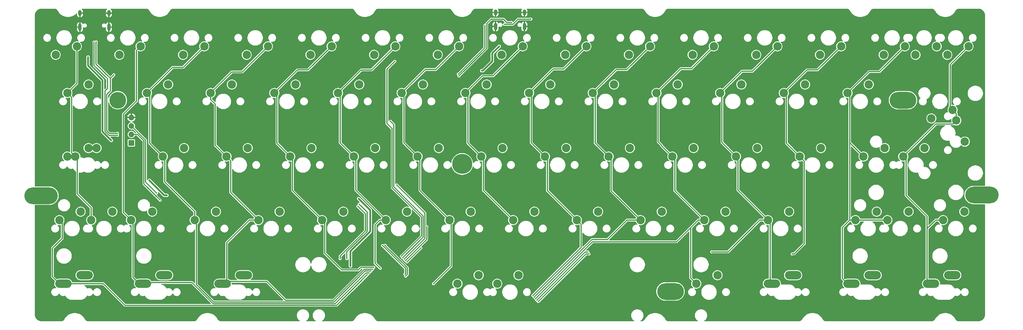
<source format=gtl>
G04 #@! TF.GenerationSoftware,KiCad,Pcbnew,8.0.4*
G04 #@! TF.CreationDate,2024-08-26T00:00:45+02:00*
G04 #@! TF.ProjectId,keyboard,6b657962-6f61-4726-942e-6b696361645f,rev?*
G04 #@! TF.SameCoordinates,Original*
G04 #@! TF.FileFunction,Copper,L1,Top*
G04 #@! TF.FilePolarity,Positive*
%FSLAX46Y46*%
G04 Gerber Fmt 4.6, Leading zero omitted, Abs format (unit mm)*
G04 Created by KiCad (PCBNEW 8.0.4) date 2024-08-26 00:00:45*
%MOMM*%
%LPD*%
G01*
G04 APERTURE LIST*
G04 #@! TA.AperFunction,ComponentPad*
%ADD10C,2.500000*%
G04 #@! TD*
G04 #@! TA.AperFunction,ComponentPad*
%ADD11O,4.900000X2.500000*%
G04 #@! TD*
G04 #@! TA.AperFunction,ComponentPad*
%ADD12O,8.000000X5.000000*%
G04 #@! TD*
G04 #@! TA.AperFunction,ComponentPad*
%ADD13O,10.000000X5.000000*%
G04 #@! TD*
G04 #@! TA.AperFunction,ComponentPad*
%ADD14R,1.700000X1.700000*%
G04 #@! TD*
G04 #@! TA.AperFunction,ComponentPad*
%ADD15O,1.700000X1.700000*%
G04 #@! TD*
G04 #@! TA.AperFunction,ComponentPad*
%ADD16C,5.000000*%
G04 #@! TD*
G04 #@! TA.AperFunction,ComponentPad*
%ADD17O,1.000000X1.800000*%
G04 #@! TD*
G04 #@! TA.AperFunction,ComponentPad*
%ADD18O,1.000000X2.200000*%
G04 #@! TD*
G04 #@! TA.AperFunction,ComponentPad*
%ADD19C,6.000000*%
G04 #@! TD*
G04 #@! TA.AperFunction,ViaPad*
%ADD20C,0.400000*%
G04 #@! TD*
G04 #@! TA.AperFunction,ViaPad*
%ADD21C,0.500000*%
G04 #@! TD*
G04 #@! TA.AperFunction,Conductor*
%ADD22C,0.500000*%
G04 #@! TD*
G04 #@! TA.AperFunction,Conductor*
%ADD23C,0.300000*%
G04 #@! TD*
G04 APERTURE END LIST*
D10*
X120015000Y-16510000D03*
X126365000Y-13970000D03*
X177165000Y-16510000D03*
X183515000Y-13970000D03*
X175260000Y-2540000D03*
X168910000Y-5080000D03*
D11*
X211683750Y-73660000D03*
D10*
X212883750Y-73660000D03*
D11*
X218033750Y-71120000D03*
D10*
X219233750Y-71120000D03*
X99060000Y-2540000D03*
X92710000Y-5080000D03*
D11*
X235496250Y-73660000D03*
D10*
X236696250Y-73660000D03*
D11*
X241846250Y-71120000D03*
D10*
X243046250Y-71120000D03*
X251460000Y-2540000D03*
X245110000Y-5080000D03*
X41910000Y-2540000D03*
X35560000Y-5080000D03*
X22860000Y-2540000D03*
X16510000Y-5080000D03*
X262890000Y-54610000D03*
X269240000Y-52070000D03*
X215265000Y-16510000D03*
X221615000Y-13970000D03*
X200977500Y-35560000D03*
X207327500Y-33020000D03*
X137160000Y-2540000D03*
X130810000Y-5080000D03*
X156210000Y-2540000D03*
X149860000Y-5080000D03*
D11*
X259308750Y-73660000D03*
D10*
X260508750Y-73660000D03*
D11*
X265658750Y-71120000D03*
D10*
X266858750Y-71120000D03*
X29527500Y-35560000D03*
X35877500Y-33020000D03*
X239090000Y-35560000D03*
X245440000Y-33020000D03*
X3810000Y-2540000D03*
X-2540000Y-5080000D03*
X-1430000Y-54610000D03*
X4920000Y-52070000D03*
X196215000Y-16510000D03*
X202565000Y-13970000D03*
X250983750Y-35560000D03*
X257333750Y-33020000D03*
X153352500Y-54610000D03*
X159702500Y-52070000D03*
X96202500Y-54610000D03*
X102552500Y-52070000D03*
X118110000Y-2540000D03*
X111760000Y-5080000D03*
X194310000Y-2540000D03*
X187960000Y-5080000D03*
X261010000Y-2540000D03*
X254660000Y-5080000D03*
X234315000Y-16510000D03*
X240665000Y-13970000D03*
X100965000Y-16510000D03*
X107315000Y-13970000D03*
X266860000Y-24760000D03*
X269400000Y-31110000D03*
X124777500Y-35560000D03*
X131127500Y-33020000D03*
X162877500Y-35560000D03*
X169227500Y-33020000D03*
D11*
X-228750Y-73660000D03*
D10*
X971250Y-73660000D03*
D11*
X6121250Y-71120000D03*
D10*
X7321250Y-71120000D03*
X143827500Y-35560000D03*
X150177500Y-33020000D03*
X24765000Y-16510000D03*
X31115000Y-13970000D03*
X232410000Y-2540000D03*
X226060000Y-5080000D03*
X19990000Y-54610000D03*
X26340000Y-52070000D03*
X77152500Y-54610000D03*
X83502500Y-52070000D03*
X181927500Y-35560000D03*
X188277500Y-33020000D03*
X189071250Y-73660000D03*
X195421250Y-71120000D03*
D11*
X47396250Y-73660000D03*
D10*
X48596250Y-73660000D03*
D11*
X53746250Y-71120000D03*
D10*
X54946250Y-71120000D03*
X117633750Y-73660000D03*
X123983750Y-71120000D03*
X139065000Y-16510000D03*
X145415000Y-13970000D03*
X67627500Y-35560000D03*
X73977500Y-33020000D03*
X246221250Y-54610000D03*
X252571250Y-52070000D03*
X158115000Y-16510000D03*
X164465000Y-13970000D03*
X115252500Y-54610000D03*
X121602500Y-52070000D03*
X105727500Y-35560000D03*
X112077500Y-33020000D03*
X58102500Y-54610000D03*
X64452500Y-52070000D03*
X213360000Y-2540000D03*
X207010000Y-5080000D03*
X210502500Y-54610000D03*
X216852500Y-52070000D03*
X172402500Y-54610000D03*
X178752500Y-52070000D03*
X270510000Y-2540000D03*
X264160000Y-5080000D03*
X80010000Y-2540000D03*
X73660000Y-5080000D03*
X62865000Y-16510000D03*
X69215000Y-13970000D03*
X265747500Y-21590000D03*
X259397500Y-24130000D03*
X48577500Y-35560000D03*
X54927500Y-33020000D03*
X236690000Y-54610000D03*
X243040000Y-52070000D03*
X8096250Y-54610000D03*
X14446250Y-52070000D03*
X191452500Y-54610000D03*
X197802500Y-52070000D03*
X134302500Y-54610000D03*
X140652500Y-52070000D03*
X60960000Y-2540000D03*
X54610000Y-5080000D03*
X220027500Y-35560000D03*
X226377500Y-33020000D03*
X952500Y-35560000D03*
X7302500Y-33020000D03*
X86677500Y-35560000D03*
X93027500Y-33020000D03*
X39052500Y-54610000D03*
X45402500Y-52070000D03*
X952500Y-16510000D03*
X7302500Y-13970000D03*
D11*
X23590000Y-73660000D03*
D10*
X24790000Y-73660000D03*
D11*
X29940000Y-71120000D03*
D10*
X31140000Y-71120000D03*
X3333750Y-35560000D03*
X9683750Y-33020000D03*
X43815000Y-16510000D03*
X50165000Y-13970000D03*
X81915000Y-16510000D03*
X88265000Y-13970000D03*
X129540000Y-73661270D03*
X135890000Y-71121270D03*
D12*
X181350000Y-76000000D03*
D13*
X274500000Y-47100000D03*
D14*
X20125000Y-31475000D03*
D15*
X20125000Y-28935000D03*
X20125000Y-26395000D03*
X20125000Y-23855000D03*
D16*
X16050000Y-18700000D03*
D12*
X250900000Y-18700000D03*
D13*
X-6900000Y-47300000D03*
D17*
X129030000Y7600000D03*
D18*
X129030000Y3400000D03*
D17*
X137670000Y7600000D03*
D18*
X137670000Y3400000D03*
D19*
X119050000Y-37800000D03*
D17*
X4730000Y7400000D03*
D18*
X4730000Y3200000D03*
D17*
X13370000Y7400000D03*
D18*
X13370000Y3200000D03*
D20*
X90650000Y-71000000D03*
X91200000Y-70450000D03*
X91750000Y-69900000D03*
X92200000Y-69350000D03*
X92600000Y-68800000D03*
X94550000Y-69050000D03*
X110490000Y-73660000D03*
X102118351Y-66718434D03*
X108450000Y-56600000D03*
X140200000Y-77200000D03*
X140600000Y-77700000D03*
X141025000Y-78125000D03*
X141391702Y-78599903D03*
X193700000Y-64150000D03*
X156650000Y-64150000D03*
X141821648Y-79018412D03*
X217750000Y-64750000D03*
X157000000Y-64750000D03*
X98750000Y-72100000D03*
X99150000Y-75500000D03*
X95950000Y-76300000D03*
X73700000Y-76000000D03*
D21*
X92150000Y-77800000D03*
D20*
X96250000Y-72000000D03*
D21*
X5500000Y1500000D03*
X137400000Y1350000D03*
X129550000Y1450000D03*
D20*
X94350000Y-73600000D03*
D21*
X12800000Y1300000D03*
X93650000Y-79350000D03*
D20*
X103875000Y-73625000D03*
X9600000Y-1240116D03*
X102150000Y-71400000D03*
X88250000Y-49850000D03*
X117874763Y-10850972D03*
X125850000Y3750000D03*
X14848591Y-11073591D03*
X84550000Y-66150000D03*
X27650000Y-46500000D03*
X95987132Y-62162868D03*
X15950000Y-28600000D03*
X87923223Y-50576777D03*
X118078554Y-11425000D03*
X28700000Y-48650000D03*
X133800000Y4600000D03*
X8950000Y-1290116D03*
X132400000Y4600000D03*
X12950000Y-13750000D03*
X95237868Y-62262132D03*
X101936653Y-70835528D03*
X82550000Y-66150000D03*
X15950000Y-29200000D03*
D21*
X88050000Y-48150000D03*
X25450000Y-42700000D03*
X7150000Y-5750000D03*
X85650000Y-68400000D03*
X14109683Y-30740317D03*
X11500000Y-12675000D03*
X30750000Y-47200000D03*
D20*
X131700000Y4050000D03*
X139600000Y5625000D03*
X98900000Y-7025000D03*
X100900000Y-65400000D03*
X101260002Y-65880002D03*
X97600000Y-25000000D03*
X101695033Y-66293222D03*
X99500000Y-44100000D03*
X106685317Y-63000000D03*
X102542663Y-67142654D03*
X130150000Y-2525000D03*
X124900000Y-9850000D03*
D22*
X11500000Y-28130634D02*
X11500000Y-12675000D01*
X14109683Y-30740317D02*
X11500000Y-28130634D01*
D23*
X18200000Y-80150000D02*
X81500000Y-80150000D01*
X2202499Y-34428749D02*
X3333750Y-35560000D01*
X971250Y-73660000D02*
X11710000Y-73660000D01*
X3333750Y-35560000D02*
X3950000Y-36176250D01*
X-1428750Y-73660000D02*
X-3500000Y-71588750D01*
X8096250Y-50896250D02*
X8096250Y-54610000D01*
X81500000Y-80150000D02*
X90650000Y-71000000D01*
X-3500000Y-71588750D02*
X-3500000Y-63000000D01*
X3950000Y-46750000D02*
X8096250Y-50896250D01*
X2202499Y-17759999D02*
X2202499Y-34428749D01*
X11710000Y-73660000D02*
X18200000Y-80150000D01*
X3950000Y-36176250D02*
X3950000Y-46750000D01*
X-1428750Y-73660000D02*
X952500Y-73660000D01*
X-600000Y-60100000D02*
X-600000Y-55440000D01*
X-3500000Y-63000000D02*
X-600000Y-60100000D01*
X3810000Y-2540000D02*
X3810000Y-13652500D01*
X952500Y-16510000D02*
X2202499Y-17759999D01*
X-600000Y-55440000D02*
X-1430000Y-54610000D01*
X3810000Y-13652500D02*
X952500Y-16510000D01*
X38217893Y-73325000D02*
X25125000Y-73325000D01*
X21610001Y-18939999D02*
X17700000Y-22850000D01*
X81100000Y-79650000D02*
X44542893Y-79650000D01*
X44542893Y-79650000D02*
X38217893Y-73325000D01*
X20575000Y-71845000D02*
X22390000Y-73660000D01*
X25125000Y-73325000D02*
X24790000Y-73660000D01*
X91200000Y-70450000D02*
X90300000Y-70450000D01*
X17700000Y-22850000D02*
X17700000Y-52320000D01*
X17700000Y-52320000D02*
X19990000Y-54610000D01*
X20575000Y-55195000D02*
X20575000Y-71845000D01*
X19990000Y-54610000D02*
X20575000Y-55195000D01*
X21610001Y-3789999D02*
X21610001Y-18939999D01*
X22860000Y-2540000D02*
X21610001Y-3789999D01*
X90300000Y-70450000D02*
X81100000Y-79650000D01*
X80707106Y-79150000D02*
X44750000Y-79150000D01*
X30100000Y-43150000D02*
X39052500Y-52102500D01*
X41910000Y-2540000D02*
X35575000Y-8875000D01*
X39052500Y-52102500D02*
X39052500Y-54610000D01*
X89957106Y-69900000D02*
X80707106Y-79150000D01*
X25600000Y-17345000D02*
X25600000Y-31632500D01*
X32400000Y-8875000D02*
X24765000Y-16510000D01*
X44750000Y-79150000D02*
X39550000Y-73950000D01*
X24765000Y-16510000D02*
X25600000Y-17345000D01*
X30100000Y-36132500D02*
X30100000Y-43150000D01*
X39550000Y-55107500D02*
X39052500Y-54610000D01*
X39550000Y-73950000D02*
X39550000Y-55107500D01*
X29527500Y-35560000D02*
X30100000Y-36132500D01*
X91750000Y-69900000D02*
X89957106Y-69900000D01*
X35575000Y-8875000D02*
X32400000Y-8875000D01*
X25600000Y-31632500D02*
X29527500Y-35560000D01*
X55415000Y-54610000D02*
X58102500Y-54610000D01*
X53275000Y-10225000D02*
X50100000Y-10225000D01*
X48577500Y-35560000D02*
X49827499Y-36809999D01*
X60960000Y-2540000D02*
X53275000Y-10225000D01*
X60600000Y-73000000D02*
X66250000Y-78650000D01*
X49256250Y-73000000D02*
X60600000Y-73000000D01*
X80499999Y-78650000D02*
X89799999Y-69350000D01*
X48596250Y-73660000D02*
X48596250Y-61428750D01*
X66250000Y-78650000D02*
X80499999Y-78650000D01*
X48596250Y-73660000D02*
X49256250Y-73000000D01*
X49827499Y-36809999D02*
X49827499Y-46334999D01*
X43815000Y-18446167D02*
X45200000Y-19831167D01*
X50100000Y-10225000D02*
X43815000Y-16510000D01*
X43815000Y-16510000D02*
X43815000Y-18446167D01*
X45200000Y-32182500D02*
X48577500Y-35560000D01*
X49827499Y-46334999D02*
X58102500Y-54610000D01*
X48596250Y-61428750D02*
X55415000Y-54610000D01*
X45200000Y-19831167D02*
X45200000Y-32182500D01*
X89799999Y-69350000D02*
X92200000Y-69350000D01*
X72950000Y-9600000D02*
X69775000Y-9600000D01*
X83000000Y-69550000D02*
X88000000Y-69550000D01*
X77152500Y-54610000D02*
X77950000Y-55407500D01*
X80010000Y-2540000D02*
X72950000Y-9600000D01*
X68300000Y-36232500D02*
X68300000Y-45757500D01*
X62865000Y-16510000D02*
X63650000Y-17295000D01*
X63650000Y-31582500D02*
X67627500Y-35560000D01*
X77950000Y-64500000D02*
X83000000Y-69550000D01*
X63650000Y-17295000D02*
X63650000Y-31582500D01*
X88000000Y-69550000D02*
X88750000Y-68800000D01*
X67627500Y-35560000D02*
X68300000Y-36232500D01*
X88750000Y-68800000D02*
X92600000Y-68800000D01*
X69775000Y-9600000D02*
X62865000Y-16510000D01*
X68300000Y-45757500D02*
X77152500Y-54610000D01*
X77950000Y-55407500D02*
X77950000Y-64500000D01*
X91975000Y-9625000D02*
X88800000Y-9625000D01*
X86677500Y-35560000D02*
X87250000Y-36132500D01*
X87250000Y-45657500D02*
X96202500Y-54610000D01*
X88800000Y-9625000D02*
X81915000Y-16510000D01*
X93000000Y-56044734D02*
X94434734Y-54610000D01*
X82600000Y-31482500D02*
X86677500Y-35560000D01*
X81915000Y-16510000D02*
X82600000Y-17195000D01*
X82600000Y-17195000D02*
X82600000Y-31482500D01*
X94550000Y-69050000D02*
X93000000Y-67500000D01*
X94434734Y-54610000D02*
X96202500Y-54610000D01*
X99060000Y-2540000D02*
X91975000Y-9625000D01*
X87250000Y-36132500D02*
X87250000Y-45657500D01*
X93000000Y-67500000D02*
X93000000Y-56044734D01*
X115750000Y-68400000D02*
X110490000Y-73660000D01*
X129538730Y-73660000D02*
X129540000Y-73661270D01*
X115252500Y-54610000D02*
X106400000Y-45757500D01*
X118110000Y-2540000D02*
X111175000Y-9475000D01*
X108000000Y-9475000D02*
X100965000Y-16510000D01*
X100965000Y-16510000D02*
X101600000Y-17145000D01*
X101600000Y-31432500D02*
X105727500Y-35560000D01*
X106400000Y-36232500D02*
X105727500Y-35560000D01*
X101600000Y-17145000D02*
X101600000Y-31432500D01*
X111175000Y-9475000D02*
X108000000Y-9475000D01*
X115750000Y-55107500D02*
X115750000Y-68400000D01*
X115252500Y-54610000D02*
X115750000Y-55107500D01*
X106400000Y-45757500D02*
X106400000Y-36232500D01*
X125150000Y-11375000D02*
X120015000Y-16510000D01*
X108450000Y-56600000D02*
X108450000Y-60386785D01*
X125400000Y-45707500D02*
X134302500Y-54610000D01*
X120750000Y-31532500D02*
X124777500Y-35560000D01*
X108450000Y-60386785D02*
X102118351Y-66718434D01*
X128325000Y-11375000D02*
X125150000Y-11375000D01*
X125400000Y-36182500D02*
X125400000Y-45707500D01*
X137160000Y-2540000D02*
X128325000Y-11375000D01*
X120015000Y-16510000D02*
X120750000Y-17245000D01*
X124777500Y-35560000D02*
X125400000Y-36182500D01*
X120750000Y-17245000D02*
X120750000Y-31532500D01*
X154602499Y-55859999D02*
X153352500Y-54610000D01*
X156210000Y-2540000D02*
X149425000Y-9325000D01*
X139065000Y-16510000D02*
X139700000Y-17145000D01*
X143827500Y-35560000D02*
X144550000Y-36282500D01*
X139700000Y-31432500D02*
X143827500Y-35560000D01*
X149425000Y-9325000D02*
X146250000Y-9325000D01*
X144550000Y-36282500D02*
X144550000Y-45807500D01*
X144550000Y-45807500D02*
X153352500Y-54610000D01*
X140200000Y-77200000D02*
X154602499Y-62797501D01*
X154602499Y-62797501D02*
X154602499Y-55859999D01*
X139700000Y-17145000D02*
X139700000Y-31432500D01*
X146250000Y-9325000D02*
X139065000Y-16510000D01*
X165100000Y-9525000D02*
X158115000Y-16510000D01*
X158115000Y-16510000D02*
X158850000Y-17245000D01*
X168275000Y-9525000D02*
X165100000Y-9525000D01*
X158850000Y-31532500D02*
X162877500Y-35560000D01*
X163650000Y-36332500D02*
X163650000Y-45857500D01*
X168340000Y-54610000D02*
X172402500Y-54610000D01*
X158850000Y-17245000D02*
X158850000Y-31532500D01*
X157850000Y-60450000D02*
X162500000Y-60450000D01*
X163650000Y-45857500D02*
X172402500Y-54610000D01*
X140600000Y-77700000D02*
X157850000Y-60450000D01*
X175260000Y-2540000D02*
X168275000Y-9525000D01*
X162500000Y-60450000D02*
X168340000Y-54610000D01*
X162877500Y-35560000D02*
X163650000Y-36332500D01*
X194310000Y-2540000D02*
X187625000Y-9225000D01*
X187400000Y-71988750D02*
X189071250Y-73660000D01*
X158050000Y-61100000D02*
X183194734Y-61100000D01*
X141025000Y-78125000D02*
X158050000Y-61100000D01*
X177165000Y-16510000D02*
X177700000Y-17045000D01*
X182650000Y-45807500D02*
X191452500Y-54610000D01*
X178700000Y-32200000D02*
X178700000Y-32332500D01*
X191452500Y-54610000D02*
X189684734Y-54610000D01*
X182650000Y-36282500D02*
X182650000Y-45807500D01*
X189684734Y-54610000D02*
X187400000Y-56894734D01*
X187625000Y-9225000D02*
X184450000Y-9225000D01*
X184450000Y-9225000D02*
X177165000Y-16510000D01*
X177700000Y-17045000D02*
X177700000Y-31200000D01*
X183194734Y-61100000D02*
X189684734Y-54610000D01*
X181927500Y-35560000D02*
X182650000Y-36282500D01*
X178700000Y-32332500D02*
X181927500Y-35560000D01*
X177700000Y-31200000D02*
X178700000Y-32200000D01*
X187400000Y-56894734D02*
X187400000Y-71988750D01*
X201550000Y-45657500D02*
X201550000Y-36132500D01*
X201550000Y-36132500D02*
X200977500Y-35560000D01*
X205900000Y-10000000D02*
X202725000Y-10000000D01*
X208090000Y-54610000D02*
X198550000Y-64150000D01*
X213360000Y-2540000D02*
X205900000Y-10000000D01*
X210502500Y-54610000D02*
X201550000Y-45657500D01*
X198550000Y-64150000D02*
X197250000Y-64150000D01*
X141391702Y-78583298D02*
X141391702Y-78599903D01*
X155825000Y-64150000D02*
X141391702Y-78583298D01*
X196750000Y-31332500D02*
X196750000Y-17045000D01*
X196750000Y-17045000D02*
X196215000Y-16510000D01*
X202725000Y-10000000D02*
X196215000Y-16510000D01*
X156650000Y-64150000D02*
X155825000Y-64150000D01*
X211200000Y-55307500D02*
X211200000Y-72943750D01*
X210502500Y-54610000D02*
X211200000Y-55307500D01*
X200977500Y-35560000D02*
X196750000Y-31332500D01*
X197250000Y-64150000D02*
X193700000Y-64150000D01*
X210502500Y-54610000D02*
X208090000Y-54610000D01*
X211200000Y-72943750D02*
X210483750Y-73660000D01*
X218350000Y-64750000D02*
X217750000Y-64750000D01*
X216050000Y-31582500D02*
X220027500Y-35560000D01*
X220027500Y-35560000D02*
X221387500Y-36920000D01*
X232410000Y-2540000D02*
X225350000Y-9600000D01*
X216050000Y-17295000D02*
X216050000Y-31582500D01*
X141821648Y-79018412D02*
X141831588Y-79018412D01*
X215265000Y-16510000D02*
X216050000Y-17295000D01*
X141831588Y-79018412D02*
X156100000Y-64750000D01*
X156100000Y-64750000D02*
X157000000Y-64750000D01*
X225350000Y-9600000D02*
X222175000Y-9600000D01*
X221387500Y-36920000D02*
X221387500Y-61712500D01*
X222175000Y-9600000D02*
X215265000Y-16510000D01*
X221387500Y-61712500D02*
X218350000Y-64750000D01*
X234296250Y-73660000D02*
X232800000Y-72163750D01*
X240700000Y-10125000D02*
X234315000Y-16510000D01*
X251460000Y-2540000D02*
X243875000Y-10125000D01*
X234950000Y-31420000D02*
X239090000Y-35560000D01*
X235000000Y-54600000D02*
X236680000Y-54600000D01*
X234950000Y-31000000D02*
X234950000Y-31420000D01*
X232800000Y-56800000D02*
X234950000Y-54650000D01*
X232800000Y-56800000D02*
X235000000Y-54600000D01*
X234315000Y-16510000D02*
X234950000Y-17145000D01*
X234950000Y-54650000D02*
X234950000Y-31000000D01*
X236680000Y-54600000D02*
X236690000Y-54610000D01*
X234950000Y-17145000D02*
X234950000Y-31000000D01*
X236690000Y-54610000D02*
X246221250Y-54610000D01*
X243875000Y-10125000D02*
X240700000Y-10125000D01*
X232800000Y-72163750D02*
X232800000Y-56800000D01*
X266860000Y-22702500D02*
X265747500Y-21590000D01*
X266860000Y-24760000D02*
X266120000Y-25500000D01*
X258100000Y-54610000D02*
X258100000Y-57200000D01*
X258127500Y-73660000D02*
X260508750Y-73660000D01*
X260690000Y-54610000D02*
X258100000Y-57200000D01*
X265000000Y-8050000D02*
X270510000Y-2540000D01*
X260743750Y-25800000D02*
X250983750Y-35560000D01*
X258100000Y-57200000D02*
X258100000Y-73651250D01*
X251110000Y-35560000D02*
X251850000Y-36300000D01*
X258100000Y-53500000D02*
X258100000Y-54610000D01*
X265747500Y-21590000D02*
X265000000Y-20842500D01*
X265000000Y-20842500D02*
X265000000Y-8050000D01*
X265820000Y-25800000D02*
X260743750Y-25800000D01*
X266860000Y-24760000D02*
X265820000Y-25800000D01*
X258100000Y-73651250D02*
X258108750Y-73660000D01*
X266200000Y-24100000D02*
X266860000Y-24760000D01*
X251850000Y-47250000D02*
X258100000Y-53500000D01*
X251850000Y-36300000D02*
X251850000Y-47250000D01*
X250983750Y-35560000D02*
X251110000Y-35560000D01*
X262890000Y-54610000D02*
X260690000Y-54610000D01*
X266860000Y-24760000D02*
X266860000Y-22702500D01*
X92150000Y-77800000D02*
X92150000Y-77850000D01*
X24350000Y-30620000D02*
X24350000Y-43200000D01*
X20125000Y-26395000D02*
X24350000Y-30620000D01*
X14848591Y-11126409D02*
X13825000Y-12150000D01*
X125850000Y-2946446D02*
X117945474Y-10850972D01*
X9550000Y-1290116D02*
X9550000Y-7875000D01*
X102650000Y-70900000D02*
X102650000Y-68896446D01*
X24350000Y-43200000D02*
X27650000Y-46500000D01*
X12750000Y-27825000D02*
X13575000Y-28650000D01*
X9600000Y-1240116D02*
X9550000Y-1290116D01*
X90600000Y-52200000D02*
X90600000Y-58057107D01*
X96301777Y-62548223D02*
X95987132Y-62233578D01*
X101850000Y-68096446D02*
X96301777Y-62548223D01*
X102150000Y-71400000D02*
X102650000Y-70900000D01*
X90600000Y-58057107D02*
X84550000Y-64107107D01*
X13575000Y-28650000D02*
X15900000Y-28650000D01*
X13825000Y-15900000D02*
X12750000Y-16975000D01*
X15900000Y-28650000D02*
X15950000Y-28600000D01*
X117945474Y-10850972D02*
X117874763Y-10850972D01*
X125850000Y3750000D02*
X125850000Y-2946446D01*
X88250000Y-49850000D02*
X90600000Y-52200000D01*
X9550000Y-7875000D02*
X13825000Y-12150000D01*
X12750000Y-16975000D02*
X12750000Y-27825000D01*
X102650000Y-68896446D02*
X101850000Y-68096446D01*
X13825000Y-12150000D02*
X13825000Y-15900000D01*
X95987132Y-62233578D02*
X95987132Y-62162868D01*
X84550000Y-64107107D02*
X84550000Y-66150000D01*
X14848591Y-11073591D02*
X14848591Y-11126409D01*
X90100000Y-57850000D02*
X82550000Y-65400000D01*
X87808579Y-50462133D02*
X87923223Y-50576777D01*
X127700000Y5600000D02*
X131400000Y5600000D01*
X23850000Y-43800000D02*
X28700000Y-48650000D01*
X102150000Y-70622181D02*
X102150000Y-69103554D01*
X23850000Y-30827107D02*
X23850000Y-43800000D01*
X20125000Y-28935000D02*
X21957893Y-28935000D01*
X126400000Y4300000D02*
X127700000Y5600000D01*
X101936653Y-70835528D02*
X102150000Y-70622181D01*
X90100000Y-52753554D02*
X90100000Y-57850000D01*
X12950000Y-12325000D02*
X12950000Y-15175000D01*
X21957893Y-28935000D02*
X23850000Y-30827107D01*
X87923223Y-50576777D02*
X90100000Y-52753554D01*
X8950000Y-1290116D02*
X8950000Y-8325000D01*
X118078554Y-11425000D02*
X126400000Y-3103554D01*
X95723223Y-62676777D02*
X95308578Y-62262132D01*
X131400000Y5600000D02*
X132400000Y4600000D01*
X132400000Y4600000D02*
X133800000Y4600000D01*
X126400000Y-3103554D02*
X126400000Y4300000D01*
X12950000Y-15175000D02*
X12250000Y-15875000D01*
X102150000Y-69103554D02*
X95723223Y-62676777D01*
X95308578Y-62262132D02*
X95237868Y-62262132D01*
X12250000Y-28032106D02*
X13417894Y-29200000D01*
X13417894Y-29200000D02*
X15950000Y-29200000D01*
X82550000Y-65400000D02*
X82550000Y-66150000D01*
X12250000Y-15875000D02*
X12250000Y-28032106D01*
X8950000Y-8325000D02*
X12950000Y-12325000D01*
D22*
X7150000Y-8325000D02*
X11500000Y-12675000D01*
X85650000Y-63900000D02*
X85650000Y-68400000D01*
X91550000Y-58000000D02*
X86050000Y-63500000D01*
X7150000Y-5750000D02*
X7150000Y-8325000D01*
X30500000Y-47200000D02*
X30750000Y-47200000D01*
X29950000Y-47200000D02*
X30500000Y-47200000D01*
X86050000Y-63500000D02*
X85650000Y-63900000D01*
X91550000Y-51650000D02*
X91550000Y-58000000D01*
X88050000Y-48150000D02*
X91550000Y-51650000D01*
X25450000Y-42700000D02*
X29950000Y-47200000D01*
D23*
X139575000Y5600000D02*
X135750000Y5600000D01*
X134200000Y4050000D02*
X131700000Y4050000D01*
X139600000Y5625000D02*
X139575000Y5600000D01*
X135750000Y5600000D02*
X134200000Y4050000D01*
X98100000Y-27200000D02*
X96550000Y-25650000D01*
X106900000Y-59400000D02*
X106900000Y-53650000D01*
X98100000Y-44850000D02*
X98100000Y-27200000D01*
X100900000Y-65400000D02*
X106900000Y-59400000D01*
X96550000Y-25650000D02*
X96550000Y-9375000D01*
X96550000Y-9375000D02*
X98900000Y-7025000D01*
X106900000Y-53650000D02*
X98100000Y-44850000D01*
X107400000Y-53442894D02*
X98600000Y-44642894D01*
X98600000Y-26000000D02*
X97600000Y-25000000D01*
X101260002Y-65880002D02*
X107400000Y-59740004D01*
X107400000Y-59740004D02*
X107400000Y-53442894D01*
X98600000Y-44642894D02*
X98600000Y-26000000D01*
X107900000Y-60088255D02*
X107900000Y-52500000D01*
X107900000Y-52500000D02*
X99500000Y-44100000D01*
X101695033Y-66293222D02*
X107900000Y-60088255D01*
X106685317Y-63000000D02*
X102542663Y-67142654D01*
D22*
X125225000Y-9850000D02*
X128075000Y-7000000D01*
X128075000Y-4600000D02*
X130150000Y-2525000D01*
X128075000Y-7000000D02*
X128075000Y-4600000D01*
X124900000Y-9850000D02*
X125225000Y-9850000D01*
G04 #@! TA.AperFunction,Conductor*
G36*
X259372757Y8749279D02*
G01*
X259372833Y8749273D01*
X259422126Y8749277D01*
X259431769Y8748902D01*
X259611099Y8734929D01*
X259630162Y8731938D01*
X259800445Y8691432D01*
X259818813Y8685519D01*
X259980751Y8619085D01*
X259997979Y8610395D01*
X260147648Y8519643D01*
X260163319Y8508385D01*
X260297096Y8395514D01*
X260310831Y8381961D01*
X260425479Y8249700D01*
X260436945Y8234180D01*
X260532053Y8081943D01*
X260536813Y8073625D01*
X260616547Y7920871D01*
X260616557Y7920853D01*
X260811523Y7626167D01*
X260811528Y7626160D01*
X261035997Y7353250D01*
X261036002Y7353245D01*
X261287533Y7105081D01*
X261563449Y6884305D01*
X261860738Y6693326D01*
X261860747Y6693320D01*
X262176236Y6534175D01*
X262176251Y6534168D01*
X262506524Y6408580D01*
X262848039Y6317894D01*
X262848059Y6317890D01*
X263197113Y6263088D01*
X263197134Y6263086D01*
X263550013Y6244753D01*
X263902895Y6263088D01*
X263902906Y6263090D01*
X264251969Y6317896D01*
X264251999Y6317902D01*
X264593493Y6408586D01*
X264593499Y6408588D01*
X264593502Y6408589D01*
X264690301Y6445398D01*
X264923778Y6534182D01*
X264923795Y6534189D01*
X265239278Y6693335D01*
X265239284Y6693339D01*
X265239627Y6693559D01*
X265354695Y6767481D01*
X265536575Y6884323D01*
X265812485Y7105098D01*
X266064012Y7353263D01*
X266064019Y7353270D01*
X266288484Y7626177D01*
X266483457Y7920877D01*
X266539632Y8028500D01*
X266539778Y8028727D01*
X266544880Y8038511D01*
X266562986Y8073233D01*
X266567770Y8081594D01*
X266567905Y8081809D01*
X266663101Y8234147D01*
X266674564Y8249661D01*
X266674751Y8249877D01*
X266789232Y8381925D01*
X266802963Y8395472D01*
X266803221Y8395689D01*
X266925765Y8499073D01*
X266936750Y8508340D01*
X266952418Y8519595D01*
X267102095Y8610349D01*
X267119320Y8619038D01*
X267281259Y8685475D01*
X267299622Y8691387D01*
X267469918Y8731905D01*
X267488976Y8734896D01*
X267659054Y8748163D01*
X267668525Y8748902D01*
X267678168Y8749278D01*
X267725917Y8749278D01*
X267725949Y8749280D01*
X273445929Y8749499D01*
X273454044Y8749234D01*
X273702883Y8732925D01*
X273718964Y8730807D01*
X273959535Y8682954D01*
X273975202Y8678756D01*
X274207479Y8599909D01*
X274222465Y8593702D01*
X274442460Y8485212D01*
X274456507Y8477102D01*
X274660460Y8340825D01*
X274673328Y8330951D01*
X274857749Y8169218D01*
X274869218Y8157749D01*
X275030951Y7973328D01*
X275040825Y7960460D01*
X275177102Y7756507D01*
X275185212Y7742460D01*
X275293702Y7522465D01*
X275299909Y7507479D01*
X275378756Y7275202D01*
X275382954Y7259535D01*
X275430807Y7018964D01*
X275432925Y7002883D01*
X275449235Y6754043D01*
X275449500Y6745933D01*
X275449500Y-44225500D01*
X275429815Y-44292539D01*
X275377011Y-44338294D01*
X275325500Y-44349500D01*
X271845528Y-44349500D01*
X271538562Y-44384086D01*
X271538544Y-44384089D01*
X271237364Y-44452831D01*
X271237352Y-44452835D01*
X270945777Y-44554862D01*
X270945763Y-44554868D01*
X270667437Y-44688903D01*
X270405858Y-44853264D01*
X270164326Y-45045879D01*
X269945879Y-45264326D01*
X269753264Y-45505858D01*
X269588903Y-45767437D01*
X269454868Y-46045763D01*
X269454862Y-46045777D01*
X269352835Y-46337352D01*
X269352831Y-46337364D01*
X269284089Y-46638544D01*
X269284086Y-46638562D01*
X269249500Y-46945528D01*
X269249500Y-47254471D01*
X269284086Y-47561437D01*
X269284089Y-47561455D01*
X269352831Y-47862635D01*
X269352835Y-47862647D01*
X269454862Y-48154222D01*
X269454868Y-48154236D01*
X269588903Y-48432562D01*
X269632720Y-48502296D01*
X269753265Y-48694143D01*
X269945880Y-48935674D01*
X270164326Y-49154120D01*
X270405857Y-49346735D01*
X270667435Y-49511095D01*
X270945771Y-49645135D01*
X270945777Y-49645137D01*
X271237352Y-49747164D01*
X271237364Y-49747168D01*
X271538548Y-49815911D01*
X271538554Y-49815911D01*
X271538562Y-49815913D01*
X271743206Y-49838970D01*
X271845529Y-49850499D01*
X271845532Y-49850500D01*
X271845535Y-49850500D01*
X275325500Y-49850500D01*
X275392539Y-49870185D01*
X275438294Y-49922989D01*
X275449500Y-49974500D01*
X275449500Y-82945933D01*
X275449235Y-82954043D01*
X275432925Y-83202883D01*
X275430807Y-83218964D01*
X275382954Y-83459535D01*
X275378756Y-83475202D01*
X275299909Y-83707479D01*
X275293702Y-83722465D01*
X275185212Y-83942460D01*
X275177102Y-83956507D01*
X275040825Y-84160460D01*
X275030951Y-84173328D01*
X274869218Y-84357749D01*
X274857749Y-84369218D01*
X274673328Y-84530951D01*
X274660460Y-84540825D01*
X274456507Y-84677102D01*
X274442460Y-84685212D01*
X274222465Y-84793702D01*
X274207479Y-84799909D01*
X273975202Y-84878756D01*
X273959536Y-84882954D01*
X273763498Y-84921949D01*
X273718964Y-84930807D01*
X273702883Y-84932925D01*
X273454042Y-84949233D01*
X273445933Y-84949498D01*
X267728427Y-84949495D01*
X267728382Y-84949491D01*
X267677919Y-84949494D01*
X267668275Y-84949119D01*
X267488933Y-84935138D01*
X267469872Y-84932146D01*
X267299578Y-84891634D01*
X267281213Y-84885723D01*
X267119270Y-84819288D01*
X267102045Y-84810599D01*
X266952363Y-84719846D01*
X266936693Y-84708590D01*
X266936668Y-84708569D01*
X266802903Y-84595718D01*
X266789175Y-84582174D01*
X266726061Y-84509375D01*
X266674509Y-84449911D01*
X266663043Y-84434394D01*
X266588557Y-84315193D01*
X266568023Y-84282331D01*
X266563146Y-84273791D01*
X266549316Y-84247173D01*
X266549184Y-84247031D01*
X266548629Y-84245967D01*
X266544769Y-84238563D01*
X266544768Y-84238562D01*
X266539793Y-84229020D01*
X266539641Y-84228783D01*
X266483437Y-84121104D01*
X266483428Y-84121090D01*
X266399980Y-83994959D01*
X266288460Y-83826397D01*
X266245360Y-83773995D01*
X266063999Y-83553493D01*
X266063997Y-83553490D01*
X265909997Y-83401551D01*
X265812459Y-83305317D01*
X265812452Y-83305311D01*
X265812443Y-83305303D01*
X265536563Y-83084552D01*
X265536558Y-83084548D01*
X265239265Y-82893564D01*
X265239263Y-82893563D01*
X265239259Y-82893560D01*
X265239255Y-82893558D01*
X264923778Y-82734415D01*
X264923761Y-82734408D01*
X264593491Y-82608818D01*
X264593486Y-82608816D01*
X264348667Y-82543806D01*
X264251965Y-82518127D01*
X264251950Y-82518124D01*
X263902896Y-82463320D01*
X263902882Y-82463318D01*
X263550001Y-82444984D01*
X263197119Y-82463318D01*
X263197105Y-82463320D01*
X262848051Y-82518123D01*
X262848018Y-82518130D01*
X262506524Y-82608813D01*
X262506513Y-82608817D01*
X262176240Y-82734407D01*
X262176223Y-82734414D01*
X261860742Y-82893559D01*
X261860736Y-82893563D01*
X261563446Y-83084545D01*
X261288457Y-83304584D01*
X261287543Y-83305315D01*
X261221315Y-83370657D01*
X261036007Y-83553485D01*
X260811540Y-83826396D01*
X260616572Y-84121088D01*
X260616568Y-84121095D01*
X260560022Y-84229424D01*
X260559875Y-84229656D01*
X260537044Y-84273439D01*
X260532253Y-84281815D01*
X260436924Y-84434366D01*
X260425459Y-84449881D01*
X260310797Y-84582138D01*
X260297064Y-84595688D01*
X260163269Y-84708565D01*
X260147607Y-84719815D01*
X260067030Y-84768673D01*
X259997928Y-84810572D01*
X259980703Y-84819260D01*
X259818764Y-84885699D01*
X259800402Y-84891611D01*
X259630109Y-84932131D01*
X259611051Y-84935123D01*
X259431677Y-84949119D01*
X259422031Y-84949495D01*
X259382725Y-84949495D01*
X227965429Y-84949498D01*
X227955784Y-84949122D01*
X227776447Y-84935131D01*
X227757389Y-84932139D01*
X227587101Y-84891621D01*
X227568737Y-84885709D01*
X227406796Y-84819269D01*
X227389572Y-84810581D01*
X227239891Y-84719824D01*
X227224223Y-84708569D01*
X227090430Y-84595694D01*
X227076698Y-84582145D01*
X226962034Y-84449887D01*
X226950574Y-84434379D01*
X226855440Y-84282141D01*
X226850373Y-84273232D01*
X226810712Y-84196245D01*
X226807807Y-84191741D01*
X226770935Y-84121100D01*
X226686640Y-83993689D01*
X226575962Y-83826400D01*
X226575956Y-83826393D01*
X226351505Y-83553502D01*
X226351498Y-83553493D01*
X226340838Y-83542976D01*
X226099960Y-83305318D01*
X226099959Y-83305316D01*
X225824064Y-83084553D01*
X225824059Y-83084549D01*
X225526766Y-82893565D01*
X225526764Y-82893564D01*
X225526760Y-82893561D01*
X225526754Y-82893558D01*
X225211278Y-82734415D01*
X225211261Y-82734408D01*
X224880991Y-82608818D01*
X224880986Y-82608816D01*
X224636167Y-82543806D01*
X224539465Y-82518127D01*
X224539450Y-82518124D01*
X224190395Y-82463320D01*
X224190381Y-82463318D01*
X223837500Y-82444984D01*
X223484618Y-82463318D01*
X223484604Y-82463320D01*
X223135549Y-82518124D01*
X223135534Y-82518127D01*
X222942128Y-82569485D01*
X222794014Y-82608816D01*
X222794010Y-82608817D01*
X222794008Y-82608818D01*
X222463738Y-82734408D01*
X222463721Y-82734415D01*
X222148239Y-82893561D01*
X222148233Y-82893565D01*
X221850940Y-83084549D01*
X221850935Y-83084553D01*
X221575040Y-83305316D01*
X221575039Y-83305318D01*
X221323508Y-83553486D01*
X221323494Y-83553502D01*
X221099040Y-83826396D01*
X221099040Y-83826397D01*
X220904069Y-84121093D01*
X220847774Y-84228944D01*
X220847638Y-84229158D01*
X220824541Y-84273447D01*
X220819752Y-84281820D01*
X220724423Y-84434372D01*
X220712957Y-84449888D01*
X220598294Y-84582145D01*
X220584566Y-84595690D01*
X220561321Y-84615301D01*
X220450777Y-84708562D01*
X220435109Y-84719817D01*
X220285425Y-84810576D01*
X220268201Y-84819264D01*
X220106261Y-84885704D01*
X220087897Y-84891616D01*
X219917610Y-84932134D01*
X219898552Y-84935126D01*
X219719163Y-84949122D01*
X219709518Y-84949498D01*
X191557777Y-84949496D01*
X191490738Y-84929811D01*
X191444983Y-84877007D01*
X191435039Y-84807849D01*
X191464064Y-84744293D01*
X191495778Y-84718109D01*
X191495780Y-84718108D01*
X191515813Y-84706542D01*
X191705558Y-84560945D01*
X191874675Y-84391828D01*
X192020272Y-84202083D01*
X192139856Y-83994957D01*
X192231381Y-83773995D01*
X192293283Y-83542976D01*
X192324500Y-83305854D01*
X192324500Y-83066686D01*
X192293283Y-82829564D01*
X192231381Y-82598545D01*
X192139856Y-82377583D01*
X192020272Y-82170457D01*
X191874675Y-81980712D01*
X191874670Y-81980706D01*
X191705563Y-81811599D01*
X191705556Y-81811593D01*
X191515817Y-81666001D01*
X191515816Y-81666000D01*
X191515813Y-81665998D01*
X191308687Y-81546414D01*
X191308680Y-81546411D01*
X191087729Y-81454890D01*
X190856702Y-81392986D01*
X190619585Y-81361770D01*
X190619584Y-81361770D01*
X190380416Y-81361770D01*
X190380415Y-81361770D01*
X190143297Y-81392986D01*
X189912270Y-81454890D01*
X189691319Y-81546411D01*
X189691310Y-81546415D01*
X189484182Y-81666001D01*
X189294443Y-81811593D01*
X189294436Y-81811599D01*
X189125329Y-81980706D01*
X189125323Y-81980713D01*
X188979731Y-82170452D01*
X188860145Y-82377580D01*
X188860141Y-82377589D01*
X188768620Y-82598540D01*
X188706716Y-82829567D01*
X188675500Y-83066685D01*
X188675500Y-83305854D01*
X188706549Y-83541706D01*
X188706717Y-83542976D01*
X188737668Y-83658485D01*
X188768620Y-83773999D01*
X188853167Y-83978113D01*
X188860144Y-83994957D01*
X188979728Y-84202083D01*
X188979730Y-84202086D01*
X188979731Y-84202087D01*
X189125323Y-84391826D01*
X189125329Y-84391833D01*
X189294436Y-84560940D01*
X189294443Y-84560946D01*
X189456389Y-84685212D01*
X189484187Y-84706542D01*
X189504222Y-84718109D01*
X189552437Y-84768673D01*
X189565661Y-84837280D01*
X189539694Y-84902145D01*
X189482781Y-84942674D01*
X189442222Y-84949495D01*
X180877931Y-84949495D01*
X180868286Y-84949119D01*
X180688941Y-84935127D01*
X180669884Y-84932135D01*
X180499590Y-84891617D01*
X180481228Y-84885706D01*
X180319278Y-84819267D01*
X180302054Y-84810579D01*
X180152370Y-84719825D01*
X180136703Y-84708572D01*
X180002903Y-84595700D01*
X179989170Y-84582152D01*
X179960020Y-84548532D01*
X179874491Y-84449888D01*
X179863030Y-84434379D01*
X179863023Y-84434368D01*
X179768087Y-84282465D01*
X179763260Y-84274021D01*
X179741910Y-84233017D01*
X179741733Y-84232748D01*
X179739847Y-84229132D01*
X179739716Y-84228927D01*
X179683432Y-84121096D01*
X179488460Y-83826397D01*
X179445360Y-83773995D01*
X179263999Y-83553493D01*
X179263997Y-83553490D01*
X179109997Y-83401551D01*
X179012459Y-83305317D01*
X179012452Y-83305311D01*
X179012443Y-83305303D01*
X178736563Y-83084552D01*
X178736558Y-83084548D01*
X178439265Y-82893564D01*
X178439263Y-82893563D01*
X178439259Y-82893560D01*
X178439255Y-82893558D01*
X178123778Y-82734415D01*
X178123761Y-82734408D01*
X177793491Y-82608818D01*
X177793486Y-82608816D01*
X177548667Y-82543806D01*
X177451965Y-82518127D01*
X177451950Y-82518124D01*
X177102896Y-82463320D01*
X177102882Y-82463318D01*
X176750001Y-82444984D01*
X176397119Y-82463318D01*
X176397105Y-82463320D01*
X176048051Y-82518123D01*
X176048018Y-82518130D01*
X175706524Y-82608813D01*
X175706513Y-82608817D01*
X175376240Y-82734407D01*
X175376223Y-82734414D01*
X175060742Y-82893559D01*
X175060736Y-82893563D01*
X174763446Y-83084545D01*
X174488457Y-83304584D01*
X174487543Y-83305315D01*
X174421315Y-83370657D01*
X174236007Y-83553485D01*
X174011540Y-83826396D01*
X173816572Y-84121088D01*
X173816568Y-84121095D01*
X173760022Y-84229424D01*
X173759875Y-84229656D01*
X173737044Y-84273439D01*
X173732253Y-84281815D01*
X173636924Y-84434366D01*
X173625459Y-84449881D01*
X173510797Y-84582138D01*
X173497064Y-84595688D01*
X173363269Y-84708565D01*
X173347607Y-84719815D01*
X173267030Y-84768673D01*
X173197928Y-84810572D01*
X173180703Y-84819260D01*
X173018764Y-84885699D01*
X173000402Y-84891611D01*
X172830109Y-84932131D01*
X172811051Y-84935123D01*
X172631677Y-84949119D01*
X172622031Y-84949495D01*
X172499329Y-84949495D01*
X172432290Y-84929810D01*
X172386535Y-84877006D01*
X172376591Y-84807848D01*
X172405616Y-84744292D01*
X172437330Y-84718108D01*
X172437332Y-84718107D01*
X172459563Y-84705272D01*
X172649308Y-84559675D01*
X172818425Y-84390558D01*
X172964022Y-84200813D01*
X173083606Y-83993687D01*
X173175131Y-83772725D01*
X173237033Y-83541706D01*
X173268250Y-83304584D01*
X173268250Y-83065416D01*
X173237033Y-82828294D01*
X173175131Y-82597275D01*
X173083606Y-82376313D01*
X172964022Y-82169187D01*
X172903964Y-82090918D01*
X172818426Y-81979443D01*
X172818420Y-81979436D01*
X172649313Y-81810329D01*
X172649306Y-81810323D01*
X172459567Y-81664731D01*
X172459566Y-81664730D01*
X172459563Y-81664728D01*
X172290345Y-81567030D01*
X172252439Y-81545145D01*
X172252430Y-81545141D01*
X172031479Y-81453620D01*
X171915965Y-81422668D01*
X171800456Y-81391717D01*
X171800455Y-81391716D01*
X171800452Y-81391716D01*
X171563335Y-81360500D01*
X171563334Y-81360500D01*
X171324166Y-81360500D01*
X171324165Y-81360500D01*
X171087047Y-81391716D01*
X170856020Y-81453620D01*
X170635069Y-81545141D01*
X170635060Y-81545145D01*
X170427932Y-81664731D01*
X170238193Y-81810323D01*
X170238186Y-81810329D01*
X170069079Y-81979436D01*
X170069073Y-81979443D01*
X169923481Y-82169182D01*
X169803895Y-82376310D01*
X169803891Y-82376319D01*
X169712370Y-82597270D01*
X169650466Y-82828297D01*
X169619250Y-83065415D01*
X169619250Y-83304584D01*
X169641711Y-83475202D01*
X169650467Y-83541706D01*
X169653624Y-83553488D01*
X169712370Y-83772729D01*
X169797443Y-83978113D01*
X169803894Y-83993687D01*
X169923478Y-84200813D01*
X169923480Y-84200816D01*
X169923481Y-84200817D01*
X170069073Y-84390556D01*
X170069079Y-84390563D01*
X170238186Y-84559670D01*
X170238193Y-84559676D01*
X170427935Y-84705271D01*
X170433653Y-84708572D01*
X170450166Y-84718106D01*
X170450170Y-84718108D01*
X170498386Y-84768674D01*
X170511610Y-84837281D01*
X170485642Y-84902146D01*
X170428728Y-84942675D01*
X170388171Y-84949495D01*
X94077958Y-84949495D01*
X94068305Y-84949119D01*
X93985787Y-84942676D01*
X93888964Y-84935116D01*
X93869909Y-84932123D01*
X93809100Y-84917651D01*
X93699620Y-84891595D01*
X93681260Y-84885683D01*
X93519317Y-84819236D01*
X93502094Y-84810547D01*
X93352423Y-84719792D01*
X93336756Y-84708538D01*
X93202963Y-84595661D01*
X93189232Y-84582113D01*
X93126169Y-84509375D01*
X93074565Y-84449853D01*
X93063109Y-84434350D01*
X92967530Y-84281408D01*
X92962766Y-84273081D01*
X92944759Y-84238551D01*
X92944756Y-84238548D01*
X92940002Y-84229432D01*
X92939887Y-84229250D01*
X92939839Y-84229158D01*
X92883433Y-84121095D01*
X92688460Y-83826395D01*
X92645365Y-83773999D01*
X92463999Y-83553491D01*
X92463997Y-83553488D01*
X92309999Y-83401551D01*
X92212459Y-83305315D01*
X91936565Y-83084553D01*
X91936555Y-83084545D01*
X91639264Y-82893562D01*
X91639262Y-82893561D01*
X91639258Y-82893558D01*
X91512405Y-82829567D01*
X91323777Y-82734413D01*
X91323760Y-82734406D01*
X91090282Y-82645623D01*
X90993485Y-82608815D01*
X90993482Y-82608814D01*
X90993476Y-82608812D01*
X90651982Y-82518129D01*
X90651949Y-82518122D01*
X90302895Y-82463319D01*
X90302881Y-82463317D01*
X89950000Y-82444983D01*
X89597118Y-82463317D01*
X89597104Y-82463319D01*
X89248050Y-82518122D01*
X89248017Y-82518129D01*
X88906523Y-82608812D01*
X88906512Y-82608816D01*
X88576239Y-82734406D01*
X88576222Y-82734413D01*
X88260741Y-82893558D01*
X88260735Y-82893562D01*
X87963444Y-83084545D01*
X87688455Y-83304584D01*
X87687541Y-83305315D01*
X87621313Y-83370657D01*
X87436002Y-83553488D01*
X87436000Y-83553491D01*
X87211542Y-83826391D01*
X87211542Y-83826392D01*
X87016570Y-84121089D01*
X87016561Y-84121104D01*
X86960012Y-84229439D01*
X86959865Y-84229673D01*
X86937046Y-84273432D01*
X86932254Y-84281809D01*
X86836919Y-84434368D01*
X86825455Y-84449882D01*
X86710796Y-84582137D01*
X86697062Y-84595687D01*
X86563266Y-84708564D01*
X86547605Y-84719814D01*
X86467026Y-84768673D01*
X86397926Y-84810571D01*
X86380702Y-84819259D01*
X86245687Y-84874652D01*
X86218772Y-84885695D01*
X86218762Y-84885699D01*
X86200398Y-84891611D01*
X86030108Y-84932129D01*
X86011051Y-84935121D01*
X85831649Y-84949119D01*
X85822003Y-84949495D01*
X77257777Y-84949495D01*
X77190738Y-84929810D01*
X77144983Y-84877006D01*
X77135039Y-84807848D01*
X77164064Y-84744292D01*
X77195775Y-84718110D01*
X77215813Y-84706542D01*
X77405558Y-84560945D01*
X77574675Y-84391828D01*
X77720272Y-84202083D01*
X77839856Y-83994957D01*
X77931381Y-83773995D01*
X77993283Y-83542976D01*
X78024500Y-83305854D01*
X78024500Y-83066686D01*
X77993283Y-82829564D01*
X77931381Y-82598545D01*
X77839856Y-82377583D01*
X77720272Y-82170457D01*
X77574675Y-81980712D01*
X77574670Y-81980706D01*
X77405563Y-81811599D01*
X77405556Y-81811593D01*
X77215817Y-81666001D01*
X77215816Y-81666000D01*
X77215813Y-81665998D01*
X77008687Y-81546414D01*
X77008680Y-81546411D01*
X76787729Y-81454890D01*
X76556702Y-81392986D01*
X76319585Y-81361770D01*
X76319584Y-81361770D01*
X76080416Y-81361770D01*
X76080415Y-81361770D01*
X75843297Y-81392986D01*
X75612270Y-81454890D01*
X75391319Y-81546411D01*
X75391310Y-81546415D01*
X75184182Y-81666001D01*
X74994443Y-81811593D01*
X74994436Y-81811599D01*
X74825329Y-81980706D01*
X74825323Y-81980713D01*
X74679731Y-82170452D01*
X74560145Y-82377580D01*
X74560141Y-82377589D01*
X74468620Y-82598540D01*
X74406716Y-82829567D01*
X74375500Y-83066685D01*
X74375500Y-83305854D01*
X74406549Y-83541706D01*
X74406717Y-83542976D01*
X74437668Y-83658485D01*
X74468620Y-83773999D01*
X74553167Y-83978113D01*
X74560144Y-83994957D01*
X74679728Y-84202083D01*
X74679730Y-84202086D01*
X74679731Y-84202087D01*
X74825323Y-84391826D01*
X74825329Y-84391833D01*
X74994436Y-84560940D01*
X74994443Y-84560946D01*
X75184185Y-84706541D01*
X75184187Y-84706542D01*
X75204218Y-84718107D01*
X75204222Y-84718109D01*
X75252438Y-84768675D01*
X75265662Y-84837282D01*
X75239694Y-84902147D01*
X75182780Y-84942676D01*
X75142223Y-84949496D01*
X72499328Y-84949496D01*
X72432289Y-84929811D01*
X72386534Y-84877007D01*
X72376590Y-84807849D01*
X72405615Y-84744293D01*
X72437323Y-84718112D01*
X72459563Y-84705272D01*
X72649308Y-84559675D01*
X72818425Y-84390558D01*
X72964022Y-84200813D01*
X73083606Y-83993687D01*
X73175131Y-83772725D01*
X73237033Y-83541706D01*
X73268250Y-83304584D01*
X73268250Y-83065416D01*
X73237033Y-82828294D01*
X73175131Y-82597275D01*
X73083606Y-82376313D01*
X72964022Y-82169187D01*
X72903964Y-82090918D01*
X72818426Y-81979443D01*
X72818420Y-81979436D01*
X72649313Y-81810329D01*
X72649306Y-81810323D01*
X72459567Y-81664731D01*
X72459566Y-81664730D01*
X72459563Y-81664728D01*
X72290345Y-81567030D01*
X72252439Y-81545145D01*
X72252430Y-81545141D01*
X72031479Y-81453620D01*
X71915965Y-81422668D01*
X71800456Y-81391717D01*
X71800455Y-81391716D01*
X71800452Y-81391716D01*
X71563335Y-81360500D01*
X71563334Y-81360500D01*
X71324166Y-81360500D01*
X71324165Y-81360500D01*
X71087047Y-81391716D01*
X70856020Y-81453620D01*
X70635069Y-81545141D01*
X70635060Y-81545145D01*
X70427932Y-81664731D01*
X70238193Y-81810323D01*
X70238186Y-81810329D01*
X70069079Y-81979436D01*
X70069073Y-81979443D01*
X69923481Y-82169182D01*
X69803895Y-82376310D01*
X69803891Y-82376319D01*
X69712370Y-82597270D01*
X69650466Y-82828297D01*
X69619250Y-83065415D01*
X69619250Y-83304584D01*
X69641711Y-83475202D01*
X69650467Y-83541706D01*
X69653624Y-83553488D01*
X69712370Y-83772729D01*
X69797443Y-83978113D01*
X69803894Y-83993687D01*
X69923478Y-84200813D01*
X69923480Y-84200816D01*
X69923481Y-84200817D01*
X70069073Y-84390556D01*
X70069079Y-84390563D01*
X70238186Y-84559670D01*
X70238193Y-84559676D01*
X70401794Y-84685212D01*
X70427937Y-84705272D01*
X70450174Y-84718111D01*
X70498388Y-84768677D01*
X70511610Y-84837284D01*
X70485642Y-84902148D01*
X70428728Y-84942676D01*
X70388172Y-84949496D01*
X46990429Y-84949498D01*
X46980784Y-84949122D01*
X46801447Y-84935131D01*
X46782389Y-84932139D01*
X46612101Y-84891621D01*
X46593737Y-84885709D01*
X46431796Y-84819269D01*
X46414572Y-84810581D01*
X46264891Y-84719824D01*
X46249223Y-84708569D01*
X46115430Y-84595694D01*
X46101698Y-84582145D01*
X45987034Y-84449887D01*
X45975574Y-84434379D01*
X45880440Y-84282141D01*
X45875373Y-84273232D01*
X45835712Y-84196245D01*
X45832807Y-84191741D01*
X45795935Y-84121100D01*
X45711640Y-83993689D01*
X45600962Y-83826400D01*
X45600956Y-83826393D01*
X45376505Y-83553502D01*
X45376498Y-83553493D01*
X45365838Y-83542976D01*
X45124960Y-83305318D01*
X45124959Y-83305316D01*
X44849064Y-83084553D01*
X44849059Y-83084549D01*
X44551766Y-82893565D01*
X44551764Y-82893564D01*
X44551760Y-82893561D01*
X44551754Y-82893558D01*
X44236278Y-82734415D01*
X44236261Y-82734408D01*
X43905991Y-82608818D01*
X43905986Y-82608816D01*
X43661167Y-82543806D01*
X43564465Y-82518127D01*
X43564450Y-82518124D01*
X43215395Y-82463320D01*
X43215381Y-82463318D01*
X42862500Y-82444984D01*
X42509618Y-82463318D01*
X42509604Y-82463320D01*
X42160549Y-82518124D01*
X42160534Y-82518127D01*
X41967128Y-82569485D01*
X41819014Y-82608816D01*
X41819010Y-82608817D01*
X41819008Y-82608818D01*
X41488738Y-82734408D01*
X41488721Y-82734415D01*
X41173239Y-82893561D01*
X41173233Y-82893565D01*
X40875940Y-83084549D01*
X40875935Y-83084553D01*
X40600040Y-83305316D01*
X40600039Y-83305318D01*
X40348508Y-83553486D01*
X40348494Y-83553502D01*
X40124040Y-83826396D01*
X40124040Y-83826397D01*
X39929069Y-84121093D01*
X39872774Y-84228944D01*
X39872638Y-84229158D01*
X39849541Y-84273447D01*
X39844752Y-84281820D01*
X39749423Y-84434372D01*
X39737957Y-84449888D01*
X39623294Y-84582145D01*
X39609566Y-84595690D01*
X39586321Y-84615301D01*
X39475777Y-84708562D01*
X39460109Y-84719817D01*
X39310425Y-84810576D01*
X39293201Y-84819264D01*
X39131261Y-84885704D01*
X39112897Y-84891616D01*
X38942610Y-84932134D01*
X38923552Y-84935126D01*
X38744163Y-84949122D01*
X38734518Y-84949498D01*
X7277944Y-84949496D01*
X7268295Y-84949120D01*
X7268282Y-84949119D01*
X7089149Y-84935138D01*
X7088957Y-84935123D01*
X7069900Y-84932131D01*
X6899606Y-84891607D01*
X6881244Y-84885695D01*
X6719297Y-84819250D01*
X6702080Y-84810565D01*
X6552393Y-84719804D01*
X6536733Y-84708554D01*
X6426186Y-84615292D01*
X6402939Y-84595680D01*
X6389208Y-84582133D01*
X6274541Y-84449876D01*
X6263076Y-84434362D01*
X6167751Y-84281827D01*
X6162959Y-84273450D01*
X6144765Y-84238563D01*
X6144759Y-84238551D01*
X6144758Y-84238550D01*
X6139831Y-84229102D01*
X6139704Y-84228903D01*
X6083432Y-84121096D01*
X5888460Y-83826397D01*
X5845360Y-83773995D01*
X5663999Y-83553493D01*
X5663997Y-83553490D01*
X5509997Y-83401551D01*
X5412459Y-83305317D01*
X5412452Y-83305311D01*
X5412443Y-83305303D01*
X5136563Y-83084552D01*
X5136558Y-83084548D01*
X4839265Y-82893564D01*
X4839260Y-82893560D01*
X4523777Y-82734415D01*
X4523760Y-82734408D01*
X4193490Y-82608818D01*
X4193485Y-82608816D01*
X3948667Y-82543806D01*
X3851965Y-82518127D01*
X3851950Y-82518124D01*
X3502895Y-82463320D01*
X3502881Y-82463318D01*
X3150000Y-82444984D01*
X2797119Y-82463318D01*
X2797105Y-82463320D01*
X2448050Y-82518123D01*
X2448017Y-82518130D01*
X2106524Y-82608813D01*
X2106506Y-82608819D01*
X1776245Y-82734404D01*
X1776222Y-82734414D01*
X1460741Y-82893559D01*
X1460735Y-82893563D01*
X1163445Y-83084546D01*
X991892Y-83221818D01*
X887542Y-83305316D01*
X821315Y-83370657D01*
X636006Y-83553486D01*
X411539Y-83826397D01*
X216571Y-84121089D01*
X216566Y-84121096D01*
X160028Y-84229410D01*
X159889Y-84229631D01*
X155235Y-84238555D01*
X155235Y-84238556D01*
X151371Y-84245967D01*
X137053Y-84273424D01*
X132261Y-84281801D01*
X80983Y-84363860D01*
X36923Y-84434368D01*
X36922Y-84434369D01*
X25459Y-84449881D01*
X-89199Y-84582133D01*
X-89207Y-84582142D01*
X-102939Y-84595690D01*
X-236728Y-84708562D01*
X-252396Y-84719817D01*
X-402071Y-84810571D01*
X-419295Y-84819260D01*
X-581239Y-84885702D01*
X-599602Y-84891614D01*
X-769892Y-84932134D01*
X-788949Y-84935126D01*
X-946189Y-84947395D01*
X-968289Y-84949120D01*
X-977934Y-84949496D01*
X-6745933Y-84949498D01*
X-6754042Y-84949233D01*
X-7002883Y-84932925D01*
X-7018964Y-84930807D01*
X-7063498Y-84921949D01*
X-7259536Y-84882954D01*
X-7275202Y-84878756D01*
X-7507478Y-84799909D01*
X-7522464Y-84793702D01*
X-7742460Y-84685212D01*
X-7756507Y-84677102D01*
X-7960460Y-84540825D01*
X-7973328Y-84530951D01*
X-8157749Y-84369218D01*
X-8169218Y-84357749D01*
X-8330951Y-84173328D01*
X-8340825Y-84160460D01*
X-8477102Y-83956507D01*
X-8485212Y-83942460D01*
X-8593702Y-83722464D01*
X-8599909Y-83707478D01*
X-8678756Y-83475202D01*
X-8682954Y-83459535D01*
X-8730807Y-83218964D01*
X-8732925Y-83202883D01*
X-8749235Y-82954043D01*
X-8749500Y-82945933D01*
X-8749500Y-62947273D01*
X-3900500Y-62947273D01*
X-3900500Y-71536023D01*
X-3900500Y-71641477D01*
X-3873207Y-71743338D01*
X-3820480Y-71834663D01*
X-2799248Y-72855893D01*
X-2765765Y-72917214D01*
X-2770749Y-72986905D01*
X-2776446Y-72999867D01*
X-2819316Y-73084003D01*
X-2819316Y-73084005D01*
X-2819318Y-73084008D01*
X-2852786Y-73187011D01*
X-2892303Y-73308631D01*
X-2929250Y-73541902D01*
X-2929250Y-73778097D01*
X-2902675Y-73945880D01*
X-2892303Y-74011368D01*
X-2819318Y-74235992D01*
X-2712093Y-74446433D01*
X-2573267Y-74637510D01*
X-2406260Y-74804517D01*
X-2381181Y-74822738D01*
X-2338515Y-74878068D01*
X-2332536Y-74947681D01*
X-2365142Y-75009476D01*
X-2425980Y-75043833D01*
X-2473464Y-75045529D01*
X-2598218Y-75025770D01*
X-2606236Y-75024500D01*
X-2791264Y-75024500D01*
X-2881720Y-75038827D01*
X-2974015Y-75053445D01*
X-3149982Y-75110619D01*
X-3149985Y-75110620D01*
X-3286812Y-75180338D01*
X-3314846Y-75194622D01*
X-3464537Y-75303379D01*
X-3595371Y-75434213D01*
X-3704128Y-75583904D01*
X-3704775Y-75585174D01*
X-3788129Y-75748764D01*
X-3788130Y-75748767D01*
X-3789019Y-75751503D01*
X-3845305Y-75924736D01*
X-3874250Y-76107486D01*
X-3874250Y-76292514D01*
X-3845305Y-76475264D01*
X-3788129Y-76651235D01*
X-3704128Y-76816096D01*
X-3595371Y-76965787D01*
X-3464537Y-77096621D01*
X-3314846Y-77205378D01*
X-3149985Y-77289379D01*
X-2974014Y-77346555D01*
X-2791264Y-77375500D01*
X-2791263Y-77375500D01*
X-2606237Y-77375500D01*
X-2606236Y-77375500D01*
X-2423486Y-77346555D01*
X-2317197Y-77312020D01*
X-2247517Y-77289380D01*
X-2247514Y-77289379D01*
X-2163513Y-77246577D01*
X-2082654Y-77205378D01*
X-1932963Y-77096621D01*
X-1802129Y-76965787D01*
X-1693372Y-76816096D01*
X-1609371Y-76651235D01*
X-1609370Y-76651232D01*
X-1609235Y-76650968D01*
X-1561260Y-76600172D01*
X-1493439Y-76583377D01*
X-1427304Y-76605914D01*
X-1388265Y-76650968D01*
X-1388130Y-76651232D01*
X-1388129Y-76651235D01*
X-1304128Y-76816096D01*
X-1195371Y-76965787D01*
X-1064537Y-77096621D01*
X-914846Y-77205378D01*
X-749985Y-77289379D01*
X-574014Y-77346555D01*
X-391264Y-77375500D01*
X-391263Y-77375500D01*
X-206237Y-77375500D01*
X-206236Y-77375500D01*
X-23486Y-77346555D01*
X152485Y-77289379D01*
X203204Y-77263535D01*
X271872Y-77250639D01*
X336613Y-77276915D01*
X366886Y-77312020D01*
X464349Y-77480831D01*
X647929Y-77720078D01*
X647935Y-77720085D01*
X861164Y-77933314D01*
X861171Y-77933320D01*
X1100418Y-78116900D01*
X1361578Y-78267681D01*
X1361579Y-78267681D01*
X1361582Y-78267683D01*
X1547322Y-78344619D01*
X1640189Y-78383086D01*
X1640190Y-78383086D01*
X1640192Y-78383087D01*
X1931482Y-78461138D01*
X2230467Y-78500500D01*
X2230474Y-78500500D01*
X4932026Y-78500500D01*
X4932033Y-78500500D01*
X5231018Y-78461138D01*
X5522308Y-78383087D01*
X5800918Y-78267683D01*
X6062082Y-78116900D01*
X6301330Y-77933319D01*
X6514569Y-77720080D01*
X6698150Y-77480832D01*
X6795614Y-77312018D01*
X6846179Y-77263805D01*
X6914786Y-77250581D01*
X6959294Y-77263535D01*
X6975098Y-77271587D01*
X7010010Y-77289377D01*
X7010017Y-77289380D01*
X7079697Y-77312020D01*
X7185986Y-77346555D01*
X7368736Y-77375500D01*
X7368737Y-77375500D01*
X7553763Y-77375500D01*
X7553764Y-77375500D01*
X7736514Y-77346555D01*
X7912485Y-77289379D01*
X8077346Y-77205378D01*
X8227037Y-77096621D01*
X8357871Y-76965787D01*
X8466628Y-76816096D01*
X8550629Y-76651235D01*
X8550630Y-76651232D01*
X8550765Y-76650968D01*
X8598740Y-76600172D01*
X8666561Y-76583377D01*
X8732696Y-76605914D01*
X8771735Y-76650968D01*
X8771870Y-76651232D01*
X8771871Y-76651235D01*
X8855872Y-76816096D01*
X8964629Y-76965787D01*
X9095463Y-77096621D01*
X9245154Y-77205378D01*
X9326013Y-77246577D01*
X9410014Y-77289379D01*
X9410017Y-77289380D01*
X9479697Y-77312020D01*
X9585986Y-77346555D01*
X9768736Y-77375500D01*
X9768737Y-77375500D01*
X9953763Y-77375500D01*
X9953764Y-77375500D01*
X10136514Y-77346555D01*
X10312485Y-77289379D01*
X10477346Y-77205378D01*
X10627037Y-77096621D01*
X10757871Y-76965787D01*
X10866628Y-76816096D01*
X10950629Y-76651235D01*
X11007805Y-76475264D01*
X11036750Y-76292514D01*
X11036750Y-76107486D01*
X11007805Y-75924736D01*
X10951519Y-75751503D01*
X10950630Y-75748767D01*
X10950629Y-75748764D01*
X10867275Y-75585174D01*
X10866628Y-75583904D01*
X10757871Y-75434213D01*
X10627037Y-75303379D01*
X10477346Y-75194622D01*
X10449312Y-75180338D01*
X10312485Y-75110620D01*
X10312482Y-75110619D01*
X10136515Y-75053445D01*
X10044220Y-75038827D01*
X9953764Y-75024500D01*
X9768736Y-75024500D01*
X9760718Y-75025770D01*
X9585984Y-75053445D01*
X9410017Y-75110619D01*
X9410014Y-75110620D01*
X9245153Y-75194622D01*
X9159749Y-75256672D01*
X9095463Y-75303379D01*
X9095461Y-75303381D01*
X9095460Y-75303381D01*
X8964631Y-75434210D01*
X8964631Y-75434211D01*
X8964629Y-75434213D01*
X8945742Y-75460209D01*
X8855872Y-75583903D01*
X8771735Y-75749031D01*
X8723760Y-75799827D01*
X8655939Y-75816622D01*
X8589804Y-75794084D01*
X8550765Y-75749031D01*
X8467275Y-75585174D01*
X8466628Y-75583904D01*
X8357871Y-75434213D01*
X8227037Y-75303379D01*
X8077346Y-75194622D01*
X8049312Y-75180338D01*
X7912485Y-75110620D01*
X7912482Y-75110619D01*
X7736515Y-75053445D01*
X7644220Y-75038827D01*
X7553764Y-75024500D01*
X7368736Y-75024500D01*
X7360718Y-75025770D01*
X7185984Y-75053445D01*
X7010017Y-75110619D01*
X7010008Y-75110623D01*
X6959293Y-75136464D01*
X6890624Y-75149360D01*
X6825884Y-75123083D01*
X6795615Y-75087983D01*
X6698150Y-74919168D01*
X6698149Y-74919166D01*
X6514570Y-74679921D01*
X6514564Y-74679914D01*
X6301335Y-74466685D01*
X6301328Y-74466679D01*
X6061790Y-74282876D01*
X6020587Y-74226448D01*
X6016432Y-74156702D01*
X6050644Y-74095782D01*
X6112361Y-74063029D01*
X6137276Y-74060500D01*
X11492745Y-74060500D01*
X11559784Y-74080185D01*
X11580426Y-74096819D01*
X17954087Y-80470480D01*
X18045412Y-80523207D01*
X18147273Y-80550500D01*
X18147275Y-80550500D01*
X81552725Y-80550500D01*
X81552727Y-80550500D01*
X81654588Y-80523207D01*
X81745913Y-80470480D01*
X86108906Y-76107486D01*
X115188250Y-76107486D01*
X115188250Y-76292513D01*
X115217195Y-76475265D01*
X115274369Y-76651232D01*
X115274370Y-76651235D01*
X115339809Y-76779664D01*
X115358372Y-76816096D01*
X115467129Y-76965787D01*
X115597963Y-77096621D01*
X115747654Y-77205378D01*
X115828513Y-77246577D01*
X115912514Y-77289379D01*
X115912517Y-77289380D01*
X115982197Y-77312020D01*
X116088486Y-77346555D01*
X116271236Y-77375500D01*
X116271237Y-77375500D01*
X116456263Y-77375500D01*
X116456264Y-77375500D01*
X116639014Y-77346555D01*
X116814985Y-77289379D01*
X116979846Y-77205378D01*
X117129537Y-77096621D01*
X117260371Y-76965787D01*
X117369128Y-76816096D01*
X117453129Y-76651235D01*
X117510305Y-76475264D01*
X117539250Y-76292514D01*
X117539250Y-76107486D01*
X117530022Y-76049223D01*
X119143250Y-76049223D01*
X119143250Y-76350776D01*
X119143251Y-76350793D01*
X119182611Y-76649766D01*
X119260663Y-76941060D01*
X119376064Y-77219661D01*
X119376068Y-77219671D01*
X119526849Y-77480831D01*
X119710429Y-77720078D01*
X119710435Y-77720085D01*
X119923664Y-77933314D01*
X119923671Y-77933320D01*
X120162918Y-78116900D01*
X120424078Y-78267681D01*
X120424079Y-78267681D01*
X120424082Y-78267683D01*
X120609822Y-78344619D01*
X120702689Y-78383086D01*
X120702690Y-78383086D01*
X120702692Y-78383087D01*
X120993982Y-78461138D01*
X121292967Y-78500500D01*
X121292974Y-78500500D01*
X121594526Y-78500500D01*
X121594533Y-78500500D01*
X121893518Y-78461138D01*
X122184808Y-78383087D01*
X122463418Y-78267683D01*
X122724582Y-78116900D01*
X122963830Y-77933319D01*
X123177069Y-77720080D01*
X123360650Y-77480832D01*
X123511433Y-77219668D01*
X123626837Y-76941058D01*
X123704888Y-76649768D01*
X123744250Y-76350783D01*
X123744250Y-76107486D01*
X125348250Y-76107486D01*
X125348250Y-76292513D01*
X125377195Y-76475265D01*
X125434369Y-76651232D01*
X125434370Y-76651235D01*
X125499809Y-76779664D01*
X125518372Y-76816096D01*
X125627129Y-76965787D01*
X125757963Y-77096621D01*
X125907654Y-77205378D01*
X125988513Y-77246577D01*
X126072514Y-77289379D01*
X126072517Y-77289380D01*
X126142197Y-77312020D01*
X126248486Y-77346555D01*
X126431236Y-77375500D01*
X126431237Y-77375500D01*
X126616263Y-77375500D01*
X126616264Y-77375500D01*
X126799014Y-77346555D01*
X126974985Y-77289379D01*
X127139846Y-77205378D01*
X127289537Y-77096621D01*
X127308559Y-77077599D01*
X127369882Y-77044114D01*
X127439574Y-77049098D01*
X127483921Y-77077599D01*
X127504213Y-77097891D01*
X127653904Y-77206648D01*
X127681950Y-77220938D01*
X127818764Y-77290649D01*
X127818767Y-77290650D01*
X127906750Y-77319237D01*
X127994736Y-77347825D01*
X128177486Y-77376770D01*
X128177487Y-77376770D01*
X128362513Y-77376770D01*
X128362514Y-77376770D01*
X128545264Y-77347825D01*
X128721235Y-77290649D01*
X128886096Y-77206648D01*
X129035787Y-77097891D01*
X129166621Y-76967057D01*
X129275378Y-76817366D01*
X129359379Y-76652505D01*
X129416555Y-76476534D01*
X129445500Y-76293784D01*
X129445500Y-76108756D01*
X129436272Y-76050493D01*
X131049500Y-76050493D01*
X131049500Y-76352046D01*
X131049501Y-76352063D01*
X131088861Y-76651036D01*
X131166913Y-76942330D01*
X131282314Y-77220931D01*
X131282318Y-77220941D01*
X131433099Y-77482101D01*
X131616679Y-77721348D01*
X131616685Y-77721355D01*
X131829914Y-77934584D01*
X131829921Y-77934590D01*
X132069168Y-78118170D01*
X132330328Y-78268951D01*
X132330329Y-78268951D01*
X132330332Y-78268953D01*
X132516072Y-78345889D01*
X132608939Y-78384356D01*
X132608940Y-78384356D01*
X132608942Y-78384357D01*
X132900232Y-78462408D01*
X133199217Y-78501770D01*
X133199224Y-78501770D01*
X133500776Y-78501770D01*
X133500783Y-78501770D01*
X133799768Y-78462408D01*
X134091058Y-78384357D01*
X134369668Y-78268953D01*
X134630832Y-78118170D01*
X134870080Y-77934589D01*
X135083319Y-77721350D01*
X135266900Y-77482102D01*
X135417683Y-77220938D01*
X135533087Y-76942328D01*
X135611138Y-76651038D01*
X135650500Y-76352053D01*
X135650500Y-76108756D01*
X137254500Y-76108756D01*
X137254500Y-76293783D01*
X137283445Y-76476535D01*
X137340619Y-76652502D01*
X137340620Y-76652505D01*
X137396741Y-76762647D01*
X137424622Y-76817366D01*
X137533379Y-76967057D01*
X137664213Y-77097891D01*
X137813904Y-77206648D01*
X137841950Y-77220938D01*
X137978764Y-77290649D01*
X137978767Y-77290650D01*
X138066750Y-77319237D01*
X138154736Y-77347825D01*
X138337486Y-77376770D01*
X138337487Y-77376770D01*
X138522513Y-77376770D01*
X138522514Y-77376770D01*
X138705264Y-77347825D01*
X138881235Y-77290649D01*
X139046096Y-77206648D01*
X139195787Y-77097891D01*
X139326621Y-76967057D01*
X139435378Y-76817366D01*
X139519379Y-76652505D01*
X139576555Y-76476534D01*
X139605500Y-76293784D01*
X139605500Y-76108756D01*
X139576555Y-75926006D01*
X139519856Y-75751502D01*
X139519380Y-75750037D01*
X139519379Y-75750034D01*
X139435377Y-75585173D01*
X139434455Y-75583904D01*
X139326621Y-75435483D01*
X139195787Y-75304649D01*
X139046096Y-75195892D01*
X138881235Y-75111890D01*
X138881232Y-75111889D01*
X138705265Y-75054715D01*
X138604952Y-75038827D01*
X138522514Y-75025770D01*
X138337486Y-75025770D01*
X138276569Y-75035418D01*
X138154734Y-75054715D01*
X137978767Y-75111889D01*
X137978764Y-75111890D01*
X137813903Y-75195892D01*
X137728499Y-75257942D01*
X137664213Y-75304649D01*
X137664211Y-75304651D01*
X137664210Y-75304651D01*
X137533381Y-75435480D01*
X137533381Y-75435481D01*
X137533379Y-75435483D01*
X137486672Y-75499769D01*
X137424622Y-75585173D01*
X137340620Y-75750034D01*
X137340619Y-75750037D01*
X137283445Y-75926004D01*
X137254500Y-76108756D01*
X135650500Y-76108756D01*
X135650500Y-76050487D01*
X135611138Y-75751502D01*
X135533087Y-75460212D01*
X135417683Y-75181602D01*
X135416953Y-75180338D01*
X135266900Y-74920438D01*
X135083320Y-74681191D01*
X135083314Y-74681184D01*
X134870085Y-74467955D01*
X134870078Y-74467949D01*
X134630831Y-74284369D01*
X134369671Y-74133588D01*
X134369661Y-74133584D01*
X134091060Y-74018183D01*
X133799766Y-73940131D01*
X133500793Y-73900771D01*
X133500788Y-73900770D01*
X133500783Y-73900770D01*
X133199217Y-73900770D01*
X133199211Y-73900770D01*
X133199206Y-73900771D01*
X132900233Y-73940131D01*
X132608939Y-74018183D01*
X132330338Y-74133584D01*
X132330328Y-74133588D01*
X132069168Y-74284369D01*
X131829921Y-74467949D01*
X131829914Y-74467955D01*
X131616685Y-74681184D01*
X131616679Y-74681191D01*
X131433099Y-74920438D01*
X131282318Y-75181598D01*
X131282314Y-75181608D01*
X131166913Y-75460209D01*
X131088861Y-75751503D01*
X131049501Y-76050476D01*
X131049500Y-76050493D01*
X129436272Y-76050493D01*
X129416555Y-75926006D01*
X129359856Y-75751502D01*
X129359380Y-75750037D01*
X129359379Y-75750034D01*
X129275377Y-75585173D01*
X129274455Y-75583904D01*
X129166621Y-75435483D01*
X129061903Y-75330765D01*
X129028418Y-75269442D01*
X129033402Y-75199750D01*
X129075274Y-75143817D01*
X129140738Y-75119400D01*
X129169994Y-75120775D01*
X129170382Y-75120839D01*
X129170386Y-75120841D01*
X129415665Y-75161770D01*
X129415666Y-75161770D01*
X129664335Y-75161770D01*
X129909614Y-75120841D01*
X130144810Y-75040098D01*
X130363509Y-74921744D01*
X130559744Y-74769008D01*
X130728164Y-74586055D01*
X130864173Y-74377877D01*
X130964063Y-74150151D01*
X131025108Y-73909091D01*
X131025359Y-73906061D01*
X131045643Y-73661275D01*
X131045643Y-73661264D01*
X131025109Y-73413457D01*
X131025107Y-73413445D01*
X130964063Y-73172388D01*
X130864173Y-72944663D01*
X130728166Y-72736487D01*
X130701658Y-72707692D01*
X130559744Y-72553532D01*
X130363509Y-72400796D01*
X130363507Y-72400795D01*
X130363506Y-72400794D01*
X130144811Y-72282442D01*
X130144802Y-72282439D01*
X129909616Y-72201699D01*
X129664335Y-72160770D01*
X129415665Y-72160770D01*
X129170383Y-72201699D01*
X128935197Y-72282439D01*
X128935188Y-72282442D01*
X128716493Y-72400794D01*
X128520257Y-72553531D01*
X128351833Y-72736487D01*
X128215826Y-72944663D01*
X128115936Y-73172388D01*
X128054892Y-73413445D01*
X128054890Y-73413457D01*
X128034357Y-73661264D01*
X128034357Y-73661275D01*
X128054890Y-73909082D01*
X128054892Y-73909094D01*
X128115936Y-74150151D01*
X128215826Y-74377876D01*
X128351833Y-74586052D01*
X128351836Y-74586055D01*
X128520256Y-74769008D01*
X128594915Y-74827117D01*
X128635727Y-74883827D01*
X128639402Y-74953600D01*
X128604771Y-75014283D01*
X128542829Y-75046610D01*
X128499355Y-75047443D01*
X128362514Y-75025770D01*
X128177486Y-75025770D01*
X128116569Y-75035418D01*
X127994734Y-75054715D01*
X127818767Y-75111889D01*
X127818764Y-75111890D01*
X127653903Y-75195892D01*
X127568499Y-75257942D01*
X127504213Y-75304649D01*
X127504211Y-75304651D01*
X127504210Y-75304651D01*
X127485191Y-75323671D01*
X127423868Y-75357156D01*
X127354176Y-75352172D01*
X127309829Y-75323671D01*
X127289539Y-75303381D01*
X127289537Y-75303379D01*
X127139846Y-75194622D01*
X127111812Y-75180338D01*
X126974985Y-75110620D01*
X126974982Y-75110619D01*
X126799015Y-75053445D01*
X126706720Y-75038827D01*
X126616264Y-75024500D01*
X126431236Y-75024500D01*
X126423218Y-75025770D01*
X126248484Y-75053445D01*
X126072517Y-75110619D01*
X126072514Y-75110620D01*
X125907653Y-75194622D01*
X125822249Y-75256672D01*
X125757963Y-75303379D01*
X125757961Y-75303381D01*
X125757960Y-75303381D01*
X125627131Y-75434210D01*
X125627131Y-75434211D01*
X125627129Y-75434213D01*
X125608242Y-75460209D01*
X125518372Y-75583903D01*
X125434370Y-75748764D01*
X125434369Y-75748767D01*
X125377195Y-75924734D01*
X125348250Y-76107486D01*
X123744250Y-76107486D01*
X123744250Y-76049217D01*
X123704888Y-75750232D01*
X123626837Y-75458942D01*
X123616594Y-75434214D01*
X123570806Y-75323671D01*
X123511433Y-75180332D01*
X123500716Y-75161770D01*
X123360650Y-74919168D01*
X123177070Y-74679921D01*
X123177064Y-74679914D01*
X122963835Y-74466685D01*
X122963828Y-74466679D01*
X122724581Y-74283099D01*
X122463421Y-74132318D01*
X122463411Y-74132314D01*
X122184810Y-74016913D01*
X121893516Y-73938861D01*
X121594543Y-73899501D01*
X121594538Y-73899500D01*
X121594533Y-73899500D01*
X121292967Y-73899500D01*
X121292961Y-73899500D01*
X121292956Y-73899501D01*
X120993983Y-73938861D01*
X120702689Y-74016913D01*
X120424088Y-74132314D01*
X120424078Y-74132318D01*
X120162918Y-74283099D01*
X119923671Y-74466679D01*
X119923664Y-74466685D01*
X119710435Y-74679914D01*
X119710429Y-74679921D01*
X119526849Y-74919168D01*
X119376068Y-75180328D01*
X119376064Y-75180338D01*
X119260663Y-75458939D01*
X119182611Y-75750233D01*
X119143251Y-76049206D01*
X119143250Y-76049223D01*
X117530022Y-76049223D01*
X117510305Y-75924736D01*
X117454019Y-75751503D01*
X117453130Y-75748767D01*
X117453129Y-75748764D01*
X117369775Y-75585174D01*
X117369128Y-75583904D01*
X117260371Y-75434213D01*
X117155653Y-75329495D01*
X117122168Y-75268172D01*
X117127152Y-75198480D01*
X117169024Y-75142547D01*
X117234488Y-75118130D01*
X117263744Y-75119505D01*
X117264132Y-75119569D01*
X117264136Y-75119571D01*
X117509415Y-75160500D01*
X117509416Y-75160500D01*
X117758085Y-75160500D01*
X118003364Y-75119571D01*
X118238560Y-75038828D01*
X118457259Y-74920474D01*
X118653494Y-74767738D01*
X118821914Y-74584785D01*
X118957923Y-74376607D01*
X119057813Y-74148881D01*
X119118858Y-73907821D01*
X119119442Y-73900771D01*
X119139393Y-73660005D01*
X119139393Y-73659994D01*
X119118859Y-73412187D01*
X119118857Y-73412175D01*
X119057813Y-73171118D01*
X118957923Y-72943393D01*
X118821916Y-72735217D01*
X118770643Y-72679520D01*
X118653494Y-72552262D01*
X118457259Y-72399526D01*
X118457257Y-72399525D01*
X118457256Y-72399524D01*
X118238561Y-72281172D01*
X118238552Y-72281169D01*
X118003366Y-72200429D01*
X117758085Y-72159500D01*
X117509415Y-72159500D01*
X117264133Y-72200429D01*
X117028947Y-72281169D01*
X117028938Y-72281172D01*
X116810243Y-72399524D01*
X116614007Y-72552261D01*
X116445583Y-72735217D01*
X116309576Y-72943393D01*
X116209686Y-73171118D01*
X116148642Y-73412175D01*
X116148640Y-73412187D01*
X116128107Y-73659994D01*
X116128107Y-73660005D01*
X116148640Y-73907812D01*
X116148642Y-73907824D01*
X116209686Y-74148881D01*
X116309576Y-74376606D01*
X116445583Y-74584782D01*
X116445586Y-74584785D01*
X116614006Y-74767738D01*
X116688665Y-74825847D01*
X116729477Y-74882557D01*
X116733152Y-74952330D01*
X116698521Y-75013013D01*
X116636579Y-75045340D01*
X116593105Y-75046173D01*
X116456264Y-75024500D01*
X116271236Y-75024500D01*
X116263218Y-75025770D01*
X116088484Y-75053445D01*
X115912517Y-75110619D01*
X115912514Y-75110620D01*
X115747653Y-75194622D01*
X115662249Y-75256672D01*
X115597963Y-75303379D01*
X115597961Y-75303381D01*
X115597960Y-75303381D01*
X115467131Y-75434210D01*
X115467131Y-75434211D01*
X115467129Y-75434213D01*
X115448242Y-75460209D01*
X115358372Y-75583903D01*
X115274370Y-75748764D01*
X115274369Y-75748767D01*
X115217195Y-75924734D01*
X115188250Y-76107486D01*
X86108906Y-76107486D01*
X90764763Y-71451628D01*
X90817509Y-71420334D01*
X90839069Y-71414004D01*
X90839072Y-71414002D01*
X90839073Y-71414002D01*
X90948047Y-71343968D01*
X90948046Y-71343968D01*
X90948049Y-71343967D01*
X91032882Y-71246063D01*
X91086697Y-71128226D01*
X91096804Y-71057933D01*
X91104148Y-71006853D01*
X91133173Y-70943297D01*
X91191951Y-70905523D01*
X91226886Y-70900500D01*
X91264773Y-70900500D01*
X91264773Y-70900499D01*
X91389069Y-70864004D01*
X91498049Y-70793967D01*
X91582882Y-70696063D01*
X91636697Y-70578226D01*
X91642269Y-70539467D01*
X91654148Y-70456853D01*
X91683173Y-70393297D01*
X91741951Y-70355523D01*
X91776886Y-70350500D01*
X91814773Y-70350500D01*
X91814773Y-70350499D01*
X91939069Y-70314004D01*
X92048049Y-70243967D01*
X92132882Y-70146063D01*
X92186697Y-70028226D01*
X92205133Y-69900000D01*
X92205132Y-69899998D01*
X92206099Y-69893278D01*
X92235124Y-69829722D01*
X92293900Y-69791947D01*
X92293902Y-69791947D01*
X92293903Y-69791947D01*
X92339146Y-69778662D01*
X92389069Y-69764004D01*
X92498049Y-69693967D01*
X92582882Y-69596063D01*
X92636697Y-69478226D01*
X92655133Y-69350000D01*
X92655133Y-69349999D01*
X92655133Y-69346156D01*
X92656215Y-69342468D01*
X92656395Y-69341222D01*
X92656574Y-69341247D01*
X92674818Y-69279117D01*
X92727622Y-69233362D01*
X92744194Y-69227179D01*
X92789069Y-69214004D01*
X92898049Y-69143967D01*
X92982882Y-69046063D01*
X93036697Y-68928226D01*
X93055133Y-68800000D01*
X93036697Y-68671774D01*
X92982882Y-68553937D01*
X92898049Y-68456033D01*
X92789069Y-68385996D01*
X92789065Y-68385994D01*
X92789064Y-68385994D01*
X92664774Y-68349500D01*
X92664772Y-68349500D01*
X92535228Y-68349500D01*
X92535226Y-68349500D01*
X92410932Y-68385995D01*
X92405894Y-68388296D01*
X92354386Y-68399500D01*
X88697273Y-68399500D01*
X88595410Y-68426793D01*
X88504087Y-68479520D01*
X88504084Y-68479522D01*
X87870426Y-69113181D01*
X87809103Y-69146666D01*
X87782745Y-69149500D01*
X83217255Y-69149500D01*
X83150216Y-69129815D01*
X83129574Y-69113181D01*
X80166393Y-66150000D01*
X82094867Y-66150000D01*
X82113302Y-66278225D01*
X82162984Y-66387011D01*
X82167118Y-66396063D01*
X82251951Y-66493967D01*
X82360931Y-66564004D01*
X82485225Y-66600499D01*
X82485227Y-66600500D01*
X82485228Y-66600500D01*
X82614773Y-66600500D01*
X82614773Y-66600499D01*
X82739069Y-66564004D01*
X82848049Y-66493967D01*
X82932882Y-66396063D01*
X82986697Y-66278226D01*
X83005133Y-66150000D01*
X82986697Y-66021774D01*
X82961705Y-65967049D01*
X82950500Y-65915539D01*
X82950500Y-65617255D01*
X82970185Y-65550216D01*
X82986819Y-65529574D01*
X83937819Y-64578574D01*
X83999142Y-64545089D01*
X84068834Y-64550073D01*
X84124767Y-64591945D01*
X84149184Y-64657409D01*
X84149500Y-64666255D01*
X84149500Y-65915539D01*
X84138295Y-65967049D01*
X84113303Y-66021773D01*
X84113302Y-66021778D01*
X84094867Y-66150000D01*
X84113302Y-66278225D01*
X84162984Y-66387011D01*
X84167118Y-66396063D01*
X84251951Y-66493967D01*
X84360931Y-66564004D01*
X84485225Y-66600499D01*
X84485227Y-66600500D01*
X84485228Y-66600500D01*
X84614773Y-66600500D01*
X84614773Y-66600499D01*
X84739069Y-66564004D01*
X84848049Y-66493967D01*
X84931787Y-66397325D01*
X84990564Y-66359552D01*
X85060433Y-66359551D01*
X85119212Y-66397325D01*
X85148238Y-66460880D01*
X85149500Y-66478529D01*
X85149500Y-68355331D01*
X85148238Y-68372977D01*
X85146366Y-68385996D01*
X85144353Y-68400000D01*
X85147925Y-68424842D01*
X85148238Y-68427020D01*
X85149500Y-68444667D01*
X85149500Y-68465894D01*
X85156923Y-68493596D01*
X85159885Y-68508037D01*
X85164835Y-68542456D01*
X85164837Y-68542464D01*
X85173069Y-68560489D01*
X85180050Y-68579907D01*
X85183607Y-68593183D01*
X85183610Y-68593190D01*
X85201681Y-68624491D01*
X85207086Y-68634974D01*
X85224623Y-68673373D01*
X85232694Y-68682687D01*
X85246368Y-68701890D01*
X85249497Y-68707310D01*
X85249501Y-68707315D01*
X85280322Y-68738136D01*
X85286354Y-68744615D01*
X85318870Y-68782141D01*
X85318874Y-68782145D01*
X85322928Y-68784750D01*
X85338211Y-68797066D01*
X85342684Y-68800498D01*
X85342686Y-68800500D01*
X85386887Y-68826019D01*
X85391871Y-68829056D01*
X85439947Y-68859953D01*
X85439950Y-68859954D01*
X85439952Y-68859955D01*
X85440994Y-68860431D01*
X85450621Y-68863827D01*
X85456811Y-68866390D01*
X85456814Y-68866392D01*
X85513246Y-68881512D01*
X85513261Y-68881516D01*
X85516098Y-68882312D01*
X85578039Y-68900500D01*
X85721963Y-68900500D01*
X85721963Y-68900499D01*
X85760226Y-68889263D01*
X85783902Y-68882312D01*
X85786681Y-68881531D01*
X85843186Y-68866392D01*
X85843189Y-68866389D01*
X85849367Y-68863832D01*
X85858996Y-68860434D01*
X85860045Y-68859955D01*
X85860053Y-68859953D01*
X85908087Y-68829082D01*
X85913102Y-68826025D01*
X85957314Y-68800500D01*
X85957321Y-68800492D01*
X85961828Y-68797035D01*
X85977067Y-68784752D01*
X85981128Y-68782143D01*
X86013653Y-68744605D01*
X86019673Y-68738140D01*
X86019677Y-68738136D01*
X86050500Y-68707314D01*
X86053628Y-68701894D01*
X86067306Y-68682687D01*
X86075377Y-68673373D01*
X86092912Y-68634974D01*
X86098311Y-68624502D01*
X86116392Y-68593186D01*
X86119952Y-68579898D01*
X86126934Y-68560479D01*
X86129625Y-68554587D01*
X86135165Y-68542457D01*
X86140111Y-68508053D01*
X86143074Y-68493606D01*
X86144263Y-68489165D01*
X86150500Y-68465892D01*
X86150500Y-68444667D01*
X86151762Y-68427020D01*
X86152075Y-68424842D01*
X86155647Y-68400000D01*
X86153634Y-68385996D01*
X86151762Y-68372977D01*
X86150500Y-68355331D01*
X86150500Y-64158676D01*
X86170185Y-64091637D01*
X86186819Y-64070995D01*
X88983652Y-61274162D01*
X91950500Y-58307314D01*
X92016392Y-58193186D01*
X92050500Y-58065892D01*
X92050500Y-57934107D01*
X92050500Y-51584108D01*
X92047363Y-51572402D01*
X92016392Y-51456814D01*
X91950500Y-51342686D01*
X91857314Y-51249500D01*
X88419674Y-47811860D01*
X88413658Y-47805400D01*
X88381128Y-47767857D01*
X88381125Y-47767854D01*
X88377066Y-47765246D01*
X88361793Y-47752937D01*
X88357318Y-47749504D01*
X88357314Y-47749500D01*
X88345404Y-47742623D01*
X88313121Y-47723984D01*
X88308085Y-47720915D01*
X88276318Y-47700500D01*
X88260053Y-47690047D01*
X88260051Y-47690046D01*
X88260049Y-47690045D01*
X88259004Y-47689567D01*
X88249375Y-47686171D01*
X88243192Y-47683610D01*
X88243187Y-47683608D01*
X88243186Y-47683608D01*
X88186701Y-47668473D01*
X88183862Y-47667675D01*
X88121963Y-47649500D01*
X88121961Y-47649500D01*
X87978039Y-47649500D01*
X87916145Y-47667673D01*
X87913307Y-47668469D01*
X87856817Y-47683606D01*
X87850609Y-47686177D01*
X87840985Y-47689572D01*
X87839949Y-47690045D01*
X87791915Y-47720914D01*
X87786880Y-47723983D01*
X87742689Y-47749497D01*
X87738266Y-47752892D01*
X87722945Y-47765238D01*
X87718877Y-47767852D01*
X87718868Y-47767860D01*
X87686355Y-47805383D01*
X87680324Y-47811860D01*
X87649498Y-47842686D01*
X87646364Y-47848115D01*
X87632701Y-47867303D01*
X87624623Y-47876626D01*
X87624623Y-47876627D01*
X87607088Y-47915019D01*
X87601687Y-47925495D01*
X87583607Y-47956813D01*
X87583606Y-47956816D01*
X87580046Y-47970103D01*
X87573069Y-47989511D01*
X87564835Y-48007541D01*
X87559886Y-48041956D01*
X87556925Y-48056394D01*
X87549500Y-48084105D01*
X87549500Y-48105331D01*
X87548238Y-48122977D01*
X87544353Y-48149999D01*
X87548238Y-48177020D01*
X87549500Y-48194667D01*
X87549500Y-48215894D01*
X87550801Y-48220748D01*
X87555107Y-48236821D01*
X87556923Y-48243596D01*
X87559885Y-48258037D01*
X87564835Y-48292456D01*
X87564837Y-48292464D01*
X87573069Y-48310489D01*
X87580050Y-48329907D01*
X87583607Y-48343183D01*
X87583610Y-48343190D01*
X87601681Y-48374491D01*
X87607086Y-48384974D01*
X87615747Y-48403938D01*
X87624623Y-48423373D01*
X87632585Y-48432562D01*
X87632694Y-48432687D01*
X87646368Y-48451890D01*
X87649497Y-48457310D01*
X87649501Y-48457315D01*
X87680322Y-48488136D01*
X87686354Y-48494615D01*
X87718870Y-48532141D01*
X87718874Y-48532145D01*
X87722928Y-48534750D01*
X87743571Y-48551385D01*
X88380005Y-49187819D01*
X88413490Y-49249142D01*
X88408506Y-49318834D01*
X88366634Y-49374767D01*
X88301170Y-49399184D01*
X88292324Y-49399500D01*
X88185226Y-49399500D01*
X88060935Y-49435994D01*
X88060932Y-49435995D01*
X88060931Y-49435996D01*
X88009677Y-49468934D01*
X87951950Y-49506033D01*
X87867118Y-49603937D01*
X87867117Y-49603938D01*
X87813302Y-49721774D01*
X87794867Y-49850000D01*
X87807056Y-49934780D01*
X87797112Y-50003938D01*
X87751357Y-50056742D01*
X87716411Y-50072201D01*
X87653990Y-50088926D01*
X87562666Y-50141653D01*
X87562663Y-50141655D01*
X87488101Y-50216217D01*
X87488099Y-50216220D01*
X87435372Y-50307543D01*
X87408079Y-50409406D01*
X87408079Y-50514860D01*
X87422720Y-50569500D01*
X87435372Y-50616720D01*
X87435373Y-50616723D01*
X87484267Y-50701410D01*
X87489674Y-50711897D01*
X87540341Y-50822840D01*
X87625175Y-50920745D01*
X87734148Y-50990778D01*
X87734152Y-50990780D01*
X87734154Y-50990781D01*
X87755712Y-50997110D01*
X87808460Y-51028407D01*
X88738336Y-51958283D01*
X89663181Y-52883127D01*
X89696666Y-52944450D01*
X89699500Y-52970808D01*
X89699500Y-57632745D01*
X89679815Y-57699784D01*
X89663181Y-57720426D01*
X82229522Y-65154084D01*
X82229518Y-65154090D01*
X82176792Y-65245412D01*
X82168947Y-65274694D01*
X82168947Y-65274695D01*
X82149500Y-65347273D01*
X82149500Y-65915539D01*
X82138295Y-65967049D01*
X82113303Y-66021773D01*
X82113302Y-66021778D01*
X82094867Y-66150000D01*
X80166393Y-66150000D01*
X78386819Y-64370426D01*
X78353334Y-64309103D01*
X78350500Y-64282745D01*
X78350500Y-56999223D01*
X78662000Y-56999223D01*
X78662000Y-57300776D01*
X78662001Y-57300793D01*
X78701361Y-57599766D01*
X78779413Y-57891060D01*
X78894814Y-58169661D01*
X78894818Y-58169671D01*
X79045599Y-58430831D01*
X79229179Y-58670078D01*
X79229185Y-58670085D01*
X79442414Y-58883314D01*
X79442421Y-58883320D01*
X79681668Y-59066900D01*
X79942828Y-59217681D01*
X79942829Y-59217681D01*
X79942832Y-59217683D01*
X80128572Y-59294619D01*
X80221439Y-59333086D01*
X80221440Y-59333086D01*
X80221442Y-59333087D01*
X80512732Y-59411138D01*
X80811717Y-59450500D01*
X80811724Y-59450500D01*
X81113276Y-59450500D01*
X81113283Y-59450500D01*
X81412268Y-59411138D01*
X81703558Y-59333087D01*
X81982168Y-59217683D01*
X82243332Y-59066900D01*
X82482580Y-58883319D01*
X82695819Y-58670080D01*
X82879400Y-58430832D01*
X83030183Y-58169668D01*
X83145587Y-57891058D01*
X83223638Y-57599768D01*
X83263000Y-57300783D01*
X83263000Y-57057486D01*
X84867000Y-57057486D01*
X84867000Y-57242513D01*
X84895945Y-57425265D01*
X84953119Y-57601232D01*
X84953120Y-57601235D01*
X84995346Y-57684107D01*
X85037122Y-57766096D01*
X85145879Y-57915787D01*
X85276713Y-58046621D01*
X85426404Y-58155378D01*
X85454450Y-58169668D01*
X85591264Y-58239379D01*
X85591267Y-58239380D01*
X85679250Y-58267967D01*
X85767236Y-58296555D01*
X85949986Y-58325500D01*
X85949987Y-58325500D01*
X86135013Y-58325500D01*
X86135014Y-58325500D01*
X86317764Y-58296555D01*
X86493735Y-58239379D01*
X86658596Y-58155378D01*
X86808287Y-58046621D01*
X86939121Y-57915787D01*
X87047878Y-57766096D01*
X87131879Y-57601235D01*
X87189055Y-57425264D01*
X87218000Y-57242514D01*
X87218000Y-57057486D01*
X87189055Y-56874736D01*
X87147640Y-56747272D01*
X87131880Y-56698767D01*
X87131879Y-56698764D01*
X87081556Y-56600000D01*
X87047878Y-56533904D01*
X86939121Y-56384213D01*
X86808287Y-56253379D01*
X86658596Y-56144622D01*
X86630562Y-56130338D01*
X86493735Y-56060620D01*
X86493732Y-56060619D01*
X86317765Y-56003445D01*
X86225445Y-55988823D01*
X86135014Y-55974500D01*
X85949986Y-55974500D01*
X85889069Y-55984148D01*
X85767234Y-56003445D01*
X85591267Y-56060619D01*
X85591264Y-56060620D01*
X85426403Y-56144622D01*
X85341947Y-56205984D01*
X85276713Y-56253379D01*
X85276711Y-56253381D01*
X85276710Y-56253381D01*
X85145881Y-56384210D01*
X85145881Y-56384211D01*
X85145879Y-56384213D01*
X85099172Y-56448499D01*
X85037122Y-56533903D01*
X84953120Y-56698764D01*
X84953119Y-56698767D01*
X84895945Y-56874734D01*
X84867000Y-57057486D01*
X83263000Y-57057486D01*
X83263000Y-56999217D01*
X83223638Y-56700232D01*
X83145587Y-56408942D01*
X83135344Y-56384214D01*
X83082250Y-56256033D01*
X83030183Y-56130332D01*
X83020511Y-56113580D01*
X82879400Y-55869168D01*
X82695820Y-55629921D01*
X82695814Y-55629914D01*
X82482585Y-55416685D01*
X82482578Y-55416679D01*
X82243331Y-55233099D01*
X81982171Y-55082318D01*
X81982161Y-55082314D01*
X81703560Y-54966913D01*
X81412266Y-54888861D01*
X81113293Y-54849501D01*
X81113288Y-54849500D01*
X81113283Y-54849500D01*
X80811717Y-54849500D01*
X80811711Y-54849500D01*
X80811706Y-54849501D01*
X80512733Y-54888861D01*
X80221439Y-54966913D01*
X79942838Y-55082314D01*
X79942828Y-55082318D01*
X79681668Y-55233099D01*
X79442421Y-55416679D01*
X79442414Y-55416685D01*
X79229185Y-55629914D01*
X79229179Y-55629921D01*
X79045599Y-55869168D01*
X78894818Y-56130328D01*
X78894814Y-56130338D01*
X78779413Y-56408939D01*
X78701361Y-56700233D01*
X78662001Y-56999206D01*
X78662000Y-56999223D01*
X78350500Y-56999223D01*
X78350500Y-55556646D01*
X78370185Y-55489607D01*
X78370691Y-55488824D01*
X78383000Y-55469984D01*
X78476673Y-55326607D01*
X78576563Y-55098881D01*
X78637608Y-54857821D01*
X78637609Y-54857812D01*
X78658143Y-54610005D01*
X78658143Y-54609994D01*
X78637609Y-54362187D01*
X78637607Y-54362175D01*
X78576563Y-54121118D01*
X78476673Y-53893393D01*
X78340666Y-53685217D01*
X78319057Y-53661744D01*
X78172244Y-53502262D01*
X77976009Y-53349526D01*
X77976007Y-53349525D01*
X77976006Y-53349524D01*
X77757311Y-53231172D01*
X77757302Y-53231169D01*
X77522116Y-53150429D01*
X77276835Y-53109500D01*
X77028165Y-53109500D01*
X76782883Y-53150429D01*
X76547694Y-53231170D01*
X76547677Y-53231177D01*
X76494286Y-53260071D01*
X76425958Y-53274666D01*
X76360586Y-53250002D01*
X76347589Y-53238697D01*
X75178886Y-52069994D01*
X81996857Y-52069994D01*
X81996857Y-52070005D01*
X82017390Y-52317812D01*
X82017392Y-52317824D01*
X82078436Y-52558881D01*
X82178326Y-52786606D01*
X82314333Y-52994782D01*
X82314336Y-52994785D01*
X82482756Y-53177738D01*
X82678991Y-53330474D01*
X82678993Y-53330475D01*
X82894816Y-53447273D01*
X82897690Y-53448828D01*
X83132886Y-53529571D01*
X83378165Y-53570500D01*
X83626835Y-53570500D01*
X83872114Y-53529571D01*
X84107310Y-53448828D01*
X84326009Y-53330474D01*
X84522244Y-53177738D01*
X84690664Y-52994785D01*
X84826673Y-52786607D01*
X84926563Y-52558881D01*
X84987608Y-52317821D01*
X84992889Y-52254087D01*
X85008143Y-52070005D01*
X85008143Y-52069994D01*
X84987609Y-51822187D01*
X84987607Y-51822178D01*
X84926563Y-51581119D01*
X84922739Y-51572402D01*
X84826673Y-51353393D01*
X84690666Y-51145217D01*
X84661473Y-51113505D01*
X84522244Y-50962262D01*
X84326009Y-50809526D01*
X84326007Y-50809525D01*
X84326006Y-50809524D01*
X84107311Y-50691172D01*
X84107302Y-50691169D01*
X83872116Y-50610429D01*
X83626835Y-50569500D01*
X83378165Y-50569500D01*
X83132883Y-50610429D01*
X82897697Y-50691169D01*
X82897688Y-50691172D01*
X82678993Y-50809524D01*
X82482757Y-50962261D01*
X82314333Y-51145217D01*
X82178326Y-51353393D01*
X82078436Y-51581118D01*
X82017392Y-51822175D01*
X82017390Y-51822187D01*
X81996857Y-52069994D01*
X75178886Y-52069994D01*
X72544888Y-49435996D01*
X68736819Y-45627926D01*
X68703334Y-45566603D01*
X68700500Y-45540245D01*
X68700500Y-37949223D01*
X69137000Y-37949223D01*
X69137000Y-38250776D01*
X69137001Y-38250793D01*
X69176361Y-38549766D01*
X69254413Y-38841060D01*
X69369814Y-39119661D01*
X69369818Y-39119671D01*
X69520599Y-39380831D01*
X69704179Y-39620078D01*
X69704185Y-39620085D01*
X69917414Y-39833314D01*
X69917421Y-39833320D01*
X70156668Y-40016900D01*
X70417828Y-40167681D01*
X70417829Y-40167681D01*
X70417832Y-40167683D01*
X70603572Y-40244619D01*
X70696439Y-40283086D01*
X70696440Y-40283086D01*
X70696442Y-40283087D01*
X70987732Y-40361138D01*
X71286717Y-40400500D01*
X71286724Y-40400500D01*
X71588276Y-40400500D01*
X71588283Y-40400500D01*
X71887268Y-40361138D01*
X72178558Y-40283087D01*
X72457168Y-40167683D01*
X72718332Y-40016900D01*
X72957580Y-39833319D01*
X73170819Y-39620080D01*
X73354400Y-39380832D01*
X73505183Y-39119668D01*
X73620587Y-38841058D01*
X73698638Y-38549768D01*
X73738000Y-38250783D01*
X73738000Y-38007486D01*
X75342000Y-38007486D01*
X75342000Y-38192514D01*
X75351558Y-38252858D01*
X75370945Y-38375265D01*
X75428119Y-38551232D01*
X75428120Y-38551235D01*
X75467807Y-38629124D01*
X75512122Y-38716096D01*
X75620879Y-38865787D01*
X75751713Y-38996621D01*
X75901404Y-39105378D01*
X75929450Y-39119668D01*
X76066264Y-39189379D01*
X76066267Y-39189380D01*
X76154250Y-39217967D01*
X76242236Y-39246555D01*
X76424986Y-39275500D01*
X76424987Y-39275500D01*
X76610013Y-39275500D01*
X76610014Y-39275500D01*
X76792764Y-39246555D01*
X76968735Y-39189379D01*
X77133596Y-39105378D01*
X77283287Y-38996621D01*
X77414121Y-38865787D01*
X77522878Y-38716096D01*
X77606879Y-38551235D01*
X77664055Y-38375264D01*
X77693000Y-38192514D01*
X77693000Y-38007486D01*
X77664055Y-37824736D01*
X77606879Y-37648765D01*
X77606879Y-37648764D01*
X77529422Y-37496748D01*
X77522878Y-37483904D01*
X77414121Y-37334213D01*
X77283287Y-37203379D01*
X77133596Y-37094622D01*
X76968735Y-37010620D01*
X76968732Y-37010619D01*
X76792765Y-36953445D01*
X76700445Y-36938823D01*
X76610014Y-36924500D01*
X76424986Y-36924500D01*
X76364069Y-36934148D01*
X76242234Y-36953445D01*
X76066267Y-37010619D01*
X76066264Y-37010620D01*
X75901403Y-37094622D01*
X75829119Y-37147140D01*
X75751713Y-37203379D01*
X75751711Y-37203381D01*
X75751710Y-37203381D01*
X75620881Y-37334210D01*
X75620881Y-37334211D01*
X75620879Y-37334213D01*
X75574172Y-37398499D01*
X75512122Y-37483903D01*
X75428120Y-37648764D01*
X75428119Y-37648767D01*
X75370945Y-37824734D01*
X75370945Y-37824736D01*
X75342000Y-38007486D01*
X73738000Y-38007486D01*
X73738000Y-37949217D01*
X73698638Y-37650232D01*
X73620587Y-37358942D01*
X73610344Y-37334214D01*
X73561704Y-37216786D01*
X73505183Y-37080332D01*
X73493441Y-37059995D01*
X73354400Y-36819168D01*
X73170820Y-36579921D01*
X73170814Y-36579914D01*
X72957585Y-36366685D01*
X72957578Y-36366679D01*
X72718331Y-36183099D01*
X72457171Y-36032318D01*
X72457161Y-36032314D01*
X72178560Y-35916913D01*
X71887266Y-35838861D01*
X71588293Y-35799501D01*
X71588288Y-35799500D01*
X71588283Y-35799500D01*
X71286717Y-35799500D01*
X71286711Y-35799500D01*
X71286706Y-35799501D01*
X70987733Y-35838861D01*
X70696439Y-35916913D01*
X70417838Y-36032314D01*
X70417828Y-36032318D01*
X70156668Y-36183099D01*
X69917421Y-36366679D01*
X69917414Y-36366685D01*
X69704185Y-36579914D01*
X69704179Y-36579921D01*
X69520599Y-36819168D01*
X69369818Y-37080328D01*
X69369814Y-37080338D01*
X69254413Y-37358939D01*
X69176361Y-37650233D01*
X69137001Y-37949206D01*
X69137000Y-37949223D01*
X68700500Y-37949223D01*
X68700500Y-36658271D01*
X68720185Y-36591232D01*
X68733270Y-36574288D01*
X68742662Y-36564086D01*
X68815664Y-36484785D01*
X68951673Y-36276607D01*
X69051563Y-36048881D01*
X69112608Y-35807821D01*
X69113031Y-35802715D01*
X69133143Y-35560005D01*
X69133143Y-35559994D01*
X69112609Y-35312187D01*
X69112607Y-35312175D01*
X69051563Y-35071118D01*
X68951673Y-34843393D01*
X68815666Y-34635217D01*
X68794057Y-34611744D01*
X68647244Y-34452262D01*
X68451009Y-34299526D01*
X68451007Y-34299525D01*
X68451006Y-34299524D01*
X68232311Y-34181172D01*
X68232302Y-34181169D01*
X67997116Y-34100429D01*
X67751835Y-34059500D01*
X67503165Y-34059500D01*
X67257883Y-34100429D01*
X67022697Y-34181169D01*
X67022683Y-34181175D01*
X66969288Y-34210071D01*
X66900960Y-34224666D01*
X66835588Y-34200003D01*
X66822590Y-34188697D01*
X65653887Y-33019994D01*
X72471857Y-33019994D01*
X72471857Y-33020005D01*
X72492390Y-33267812D01*
X72492392Y-33267824D01*
X72553436Y-33508881D01*
X72653326Y-33736606D01*
X72789333Y-33944782D01*
X72789336Y-33944785D01*
X72957756Y-34127738D01*
X73153991Y-34280474D01*
X73372690Y-34398828D01*
X73607886Y-34479571D01*
X73853165Y-34520500D01*
X74101835Y-34520500D01*
X74347114Y-34479571D01*
X74582310Y-34398828D01*
X74801009Y-34280474D01*
X74997244Y-34127738D01*
X75165664Y-33944785D01*
X75301673Y-33736607D01*
X75401563Y-33508881D01*
X75462608Y-33267821D01*
X75468330Y-33198765D01*
X75483143Y-33020005D01*
X75483143Y-33019994D01*
X75462609Y-32772187D01*
X75462607Y-32772175D01*
X75401563Y-32531118D01*
X75301673Y-32303393D01*
X75165666Y-32095217D01*
X75119816Y-32045411D01*
X74997244Y-31912262D01*
X74801009Y-31759526D01*
X74801007Y-31759525D01*
X74801006Y-31759524D01*
X74582311Y-31641172D01*
X74582302Y-31641169D01*
X74347116Y-31560429D01*
X74101835Y-31519500D01*
X73853165Y-31519500D01*
X73607883Y-31560429D01*
X73372697Y-31641169D01*
X73372688Y-31641172D01*
X73153993Y-31759524D01*
X72957757Y-31912261D01*
X72789333Y-32095217D01*
X72653326Y-32303393D01*
X72553436Y-32531118D01*
X72492392Y-32772175D01*
X72492390Y-32772187D01*
X72471857Y-33019994D01*
X65653887Y-33019994D01*
X64086819Y-31452926D01*
X64053334Y-31391603D01*
X64050500Y-31365245D01*
X64050500Y-18899223D01*
X64374500Y-18899223D01*
X64374500Y-19200776D01*
X64374501Y-19200793D01*
X64413861Y-19499766D01*
X64491913Y-19791060D01*
X64607314Y-20069661D01*
X64607318Y-20069671D01*
X64758099Y-20330831D01*
X64941679Y-20570078D01*
X64941685Y-20570085D01*
X65154914Y-20783314D01*
X65154921Y-20783320D01*
X65394168Y-20966900D01*
X65655328Y-21117681D01*
X65655329Y-21117681D01*
X65655332Y-21117683D01*
X65841072Y-21194619D01*
X65933939Y-21233086D01*
X65933940Y-21233086D01*
X65933942Y-21233087D01*
X66225232Y-21311138D01*
X66524217Y-21350500D01*
X66524224Y-21350500D01*
X66825776Y-21350500D01*
X66825783Y-21350500D01*
X67124768Y-21311138D01*
X67416058Y-21233087D01*
X67694668Y-21117683D01*
X67955832Y-20966900D01*
X68195080Y-20783319D01*
X68408319Y-20570080D01*
X68591900Y-20330832D01*
X68742683Y-20069668D01*
X68858087Y-19791058D01*
X68936138Y-19499768D01*
X68975500Y-19200783D01*
X68975500Y-18957486D01*
X70579500Y-18957486D01*
X70579500Y-19142513D01*
X70608445Y-19325265D01*
X70665619Y-19501232D01*
X70665620Y-19501235D01*
X70749622Y-19666096D01*
X70858379Y-19815787D01*
X70989213Y-19946621D01*
X71138904Y-20055378D01*
X71166950Y-20069668D01*
X71303764Y-20139379D01*
X71303767Y-20139380D01*
X71391750Y-20167967D01*
X71479736Y-20196555D01*
X71662486Y-20225500D01*
X71662487Y-20225500D01*
X71847513Y-20225500D01*
X71847514Y-20225500D01*
X72030264Y-20196555D01*
X72206235Y-20139379D01*
X72371096Y-20055378D01*
X72520787Y-19946621D01*
X72651621Y-19815787D01*
X72760378Y-19666096D01*
X72844379Y-19501235D01*
X72901555Y-19325264D01*
X72930500Y-19142514D01*
X72930500Y-18957486D01*
X79469500Y-18957486D01*
X79469500Y-19142513D01*
X79498445Y-19325265D01*
X79555619Y-19501232D01*
X79555620Y-19501235D01*
X79639622Y-19666096D01*
X79748379Y-19815787D01*
X79879213Y-19946621D01*
X80028904Y-20055378D01*
X80056950Y-20069668D01*
X80193764Y-20139379D01*
X80193767Y-20139380D01*
X80281750Y-20167967D01*
X80369736Y-20196555D01*
X80552486Y-20225500D01*
X80552487Y-20225500D01*
X80737513Y-20225500D01*
X80737514Y-20225500D01*
X80920264Y-20196555D01*
X81096235Y-20139379D01*
X81261096Y-20055378D01*
X81410787Y-19946621D01*
X81541621Y-19815787D01*
X81650378Y-19666096D01*
X81734379Y-19501235D01*
X81791555Y-19325264D01*
X81820500Y-19142514D01*
X81820500Y-18957486D01*
X81791555Y-18774736D01*
X81734379Y-18598765D01*
X81734379Y-18598764D01*
X81650377Y-18433903D01*
X81541621Y-18284213D01*
X81436903Y-18179495D01*
X81403418Y-18118172D01*
X81408402Y-18048480D01*
X81450274Y-17992547D01*
X81515738Y-17968130D01*
X81544994Y-17969505D01*
X81545382Y-17969569D01*
X81545386Y-17969571D01*
X81790665Y-18010500D01*
X81790666Y-18010500D01*
X82039335Y-18010500D01*
X82055088Y-18007871D01*
X82124451Y-18016250D01*
X82178275Y-18060801D01*
X82199468Y-18127379D01*
X82199500Y-18130179D01*
X82199500Y-31535226D01*
X82226793Y-31637089D01*
X82250652Y-31678412D01*
X82279520Y-31728413D01*
X82279522Y-31728415D01*
X85305974Y-34754867D01*
X85339459Y-34816190D01*
X85334475Y-34885882D01*
X85331849Y-34892358D01*
X85253436Y-35071118D01*
X85192392Y-35312175D01*
X85192390Y-35312187D01*
X85171857Y-35559994D01*
X85171857Y-35560005D01*
X85192390Y-35807812D01*
X85192392Y-35807824D01*
X85253436Y-36048881D01*
X85353326Y-36276606D01*
X85489333Y-36484782D01*
X85521730Y-36519974D01*
X85657756Y-36667738D01*
X85732415Y-36725847D01*
X85773227Y-36782557D01*
X85776902Y-36852330D01*
X85742271Y-36913013D01*
X85680329Y-36945340D01*
X85636855Y-36946173D01*
X85500014Y-36924500D01*
X85314986Y-36924500D01*
X85254069Y-36934148D01*
X85132234Y-36953445D01*
X84956267Y-37010619D01*
X84956264Y-37010620D01*
X84791403Y-37094622D01*
X84719119Y-37147140D01*
X84641713Y-37203379D01*
X84641711Y-37203381D01*
X84641710Y-37203381D01*
X84510881Y-37334210D01*
X84510881Y-37334211D01*
X84510879Y-37334213D01*
X84464172Y-37398499D01*
X84402122Y-37483903D01*
X84318120Y-37648764D01*
X84318119Y-37648767D01*
X84260945Y-37824734D01*
X84260945Y-37824736D01*
X84232000Y-38007486D01*
X84232000Y-38192514D01*
X84241558Y-38252858D01*
X84260945Y-38375265D01*
X84318119Y-38551232D01*
X84318120Y-38551235D01*
X84357807Y-38629124D01*
X84402122Y-38716096D01*
X84510879Y-38865787D01*
X84641713Y-38996621D01*
X84791404Y-39105378D01*
X84819450Y-39119668D01*
X84956264Y-39189379D01*
X84956267Y-39189380D01*
X85044250Y-39217967D01*
X85132236Y-39246555D01*
X85314986Y-39275500D01*
X85314987Y-39275500D01*
X85500013Y-39275500D01*
X85500014Y-39275500D01*
X85682764Y-39246555D01*
X85858735Y-39189379D01*
X86023596Y-39105378D01*
X86173287Y-38996621D01*
X86304121Y-38865787D01*
X86412878Y-38716096D01*
X86496879Y-38551235D01*
X86554055Y-38375264D01*
X86583000Y-38192514D01*
X86583000Y-38007486D01*
X86554055Y-37824736D01*
X86496879Y-37648765D01*
X86496879Y-37648764D01*
X86419422Y-37496748D01*
X86412878Y-37483904D01*
X86304121Y-37334213D01*
X86199403Y-37229495D01*
X86165918Y-37168172D01*
X86170902Y-37098480D01*
X86212774Y-37042547D01*
X86278238Y-37018130D01*
X86307494Y-37019505D01*
X86307882Y-37019569D01*
X86307886Y-37019571D01*
X86553165Y-37060500D01*
X86553166Y-37060500D01*
X86725500Y-37060500D01*
X86792539Y-37080185D01*
X86838294Y-37132989D01*
X86849500Y-37184500D01*
X86849500Y-45604773D01*
X86849500Y-45710227D01*
X86861436Y-45754773D01*
X86876793Y-45812089D01*
X86903156Y-45857750D01*
X86929520Y-45903413D01*
X86929522Y-45903415D01*
X94830974Y-53804867D01*
X94864459Y-53866190D01*
X94859475Y-53935882D01*
X94856849Y-53942358D01*
X94778436Y-54121119D01*
X94776841Y-54125767D01*
X94736453Y-54182781D01*
X94671653Y-54208909D01*
X94659561Y-54209500D01*
X94382007Y-54209500D01*
X94280144Y-54236793D01*
X94188821Y-54289520D01*
X94188818Y-54289522D01*
X92679522Y-55798818D01*
X92679518Y-55798824D01*
X92626792Y-55890146D01*
X92626793Y-55890147D01*
X92599500Y-55992007D01*
X92599500Y-67447273D01*
X92599500Y-67552727D01*
X92600554Y-67556659D01*
X92626793Y-67654589D01*
X92653156Y-67700250D01*
X92679520Y-67745913D01*
X92679522Y-67745915D01*
X94098718Y-69165111D01*
X94123831Y-69201280D01*
X94146310Y-69250500D01*
X94167118Y-69296063D01*
X94251951Y-69393967D01*
X94360931Y-69464004D01*
X94485225Y-69500499D01*
X94485227Y-69500500D01*
X94485228Y-69500500D01*
X94614773Y-69500500D01*
X94614773Y-69500499D01*
X94739069Y-69464004D01*
X94848049Y-69393967D01*
X94932882Y-69296063D01*
X94986697Y-69178226D01*
X95005133Y-69050000D01*
X94986697Y-68921774D01*
X94932882Y-68803937D01*
X94848049Y-68706033D01*
X94739069Y-68635996D01*
X94739068Y-68635995D01*
X94739067Y-68635995D01*
X94717506Y-68629664D01*
X94664761Y-68598368D01*
X93436819Y-67370426D01*
X93403334Y-67309103D01*
X93400500Y-67282745D01*
X93400500Y-62262132D01*
X94782735Y-62262132D01*
X94801170Y-62390357D01*
X94819844Y-62431246D01*
X94854986Y-62508195D01*
X94939819Y-62606099D01*
X95048799Y-62676136D01*
X95170463Y-62711859D01*
X95223205Y-62743152D01*
X95325464Y-62845410D01*
X95398403Y-62918349D01*
X95398422Y-62918370D01*
X101713181Y-69233128D01*
X101746666Y-69294451D01*
X101749500Y-69320809D01*
X101749500Y-70352583D01*
X101729815Y-70419622D01*
X101692540Y-70456898D01*
X101638604Y-70491560D01*
X101553771Y-70589465D01*
X101553770Y-70589466D01*
X101499955Y-70707302D01*
X101481520Y-70835528D01*
X101499955Y-70963753D01*
X101550245Y-71073870D01*
X101553771Y-71081591D01*
X101638604Y-71179495D01*
X101652089Y-71188161D01*
X101697844Y-71240962D01*
X101707789Y-71310121D01*
X101707789Y-71310124D01*
X101694867Y-71399999D01*
X101713302Y-71528225D01*
X101750717Y-71610151D01*
X101767118Y-71646063D01*
X101851951Y-71743967D01*
X101960931Y-71814004D01*
X102037922Y-71836610D01*
X102085225Y-71850499D01*
X102085227Y-71850500D01*
X102085228Y-71850500D01*
X102214773Y-71850500D01*
X102214773Y-71850499D01*
X102339069Y-71814004D01*
X102448049Y-71743967D01*
X102532882Y-71646063D01*
X102576170Y-71551274D01*
X102601277Y-71515114D01*
X102885703Y-71230687D01*
X102885708Y-71230684D01*
X102895911Y-71220480D01*
X102895913Y-71220480D01*
X102970480Y-71145913D01*
X103012074Y-71073870D01*
X103023207Y-71054588D01*
X103050500Y-70952727D01*
X103050500Y-70847273D01*
X103050500Y-68843719D01*
X103038920Y-68800502D01*
X103034940Y-68785646D01*
X103023207Y-68741858D01*
X102970480Y-68650533D01*
X102095913Y-67775966D01*
X96547690Y-62227743D01*
X96464638Y-62144691D01*
X96431153Y-62083368D01*
X96429581Y-62074654D01*
X96423829Y-62034644D01*
X96423828Y-62034639D01*
X96370014Y-61916806D01*
X96370014Y-61916805D01*
X96285181Y-61818901D01*
X96176201Y-61748864D01*
X96176197Y-61748862D01*
X96176196Y-61748862D01*
X96051906Y-61712368D01*
X96051904Y-61712368D01*
X95922360Y-61712368D01*
X95922358Y-61712368D01*
X95798067Y-61748862D01*
X95798064Y-61748863D01*
X95798063Y-61748864D01*
X95772605Y-61765225D01*
X95689082Y-61818901D01*
X95649414Y-61864682D01*
X95590636Y-61902457D01*
X95520766Y-61902457D01*
X95488663Y-61887797D01*
X95426937Y-61848128D01*
X95426933Y-61848126D01*
X95426932Y-61848126D01*
X95302642Y-61811632D01*
X95302640Y-61811632D01*
X95173096Y-61811632D01*
X95173094Y-61811632D01*
X95048803Y-61848126D01*
X95048800Y-61848127D01*
X95048799Y-61848128D01*
X95019295Y-61867089D01*
X94939818Y-61918165D01*
X94854986Y-62016069D01*
X94854985Y-62016070D01*
X94801170Y-62133906D01*
X94782735Y-62262132D01*
X93400500Y-62262132D01*
X93400500Y-56261989D01*
X93420185Y-56194950D01*
X93436819Y-56174308D01*
X94564308Y-55046819D01*
X94625631Y-55013334D01*
X94651989Y-55010500D01*
X94659561Y-55010500D01*
X94726600Y-55030185D01*
X94772355Y-55082989D01*
X94776841Y-55094233D01*
X94778436Y-55098880D01*
X94878326Y-55326606D01*
X95014333Y-55534782D01*
X95014336Y-55534785D01*
X95182756Y-55717738D01*
X95257415Y-55775847D01*
X95298227Y-55832557D01*
X95301902Y-55902330D01*
X95267271Y-55963013D01*
X95205329Y-55995340D01*
X95161855Y-55996173D01*
X95025014Y-55974500D01*
X94839986Y-55974500D01*
X94779069Y-55984148D01*
X94657234Y-56003445D01*
X94481267Y-56060619D01*
X94481264Y-56060620D01*
X94316403Y-56144622D01*
X94231947Y-56205984D01*
X94166713Y-56253379D01*
X94166711Y-56253381D01*
X94166710Y-56253381D01*
X94035881Y-56384210D01*
X94035881Y-56384211D01*
X94035879Y-56384213D01*
X93989172Y-56448499D01*
X93927122Y-56533903D01*
X93843120Y-56698764D01*
X93843119Y-56698767D01*
X93785945Y-56874734D01*
X93757000Y-57057486D01*
X93757000Y-57242513D01*
X93785945Y-57425265D01*
X93843119Y-57601232D01*
X93843120Y-57601235D01*
X93885346Y-57684107D01*
X93927122Y-57766096D01*
X94035879Y-57915787D01*
X94166713Y-58046621D01*
X94316404Y-58155378D01*
X94344450Y-58169668D01*
X94481264Y-58239379D01*
X94481267Y-58239380D01*
X94569250Y-58267967D01*
X94657236Y-58296555D01*
X94839986Y-58325500D01*
X94839987Y-58325500D01*
X95025013Y-58325500D01*
X95025014Y-58325500D01*
X95207764Y-58296555D01*
X95383735Y-58239379D01*
X95548596Y-58155378D01*
X95698287Y-58046621D01*
X95829121Y-57915787D01*
X95937878Y-57766096D01*
X96021879Y-57601235D01*
X96079055Y-57425264D01*
X96108000Y-57242514D01*
X96108000Y-57057486D01*
X96098772Y-56999223D01*
X97712000Y-56999223D01*
X97712000Y-57300776D01*
X97712001Y-57300793D01*
X97751361Y-57599766D01*
X97829413Y-57891060D01*
X97944814Y-58169661D01*
X97944818Y-58169671D01*
X98095599Y-58430831D01*
X98279179Y-58670078D01*
X98279185Y-58670085D01*
X98492414Y-58883314D01*
X98492421Y-58883320D01*
X98731668Y-59066900D01*
X98992828Y-59217681D01*
X98992829Y-59217681D01*
X98992832Y-59217683D01*
X99178572Y-59294619D01*
X99271439Y-59333086D01*
X99271440Y-59333086D01*
X99271442Y-59333087D01*
X99562732Y-59411138D01*
X99861717Y-59450500D01*
X99861724Y-59450500D01*
X100163276Y-59450500D01*
X100163283Y-59450500D01*
X100462268Y-59411138D01*
X100753558Y-59333087D01*
X101032168Y-59217683D01*
X101293332Y-59066900D01*
X101532580Y-58883319D01*
X101745819Y-58670080D01*
X101929400Y-58430832D01*
X102080183Y-58169668D01*
X102195587Y-57891058D01*
X102273638Y-57599768D01*
X102313000Y-57300783D01*
X102313000Y-56999217D01*
X102273638Y-56700232D01*
X102195587Y-56408942D01*
X102185344Y-56384214D01*
X102132250Y-56256033D01*
X102080183Y-56130332D01*
X102070511Y-56113580D01*
X101929400Y-55869168D01*
X101745820Y-55629921D01*
X101745814Y-55629914D01*
X101532585Y-55416685D01*
X101532578Y-55416679D01*
X101293331Y-55233099D01*
X101032171Y-55082318D01*
X101032161Y-55082314D01*
X100753560Y-54966913D01*
X100462266Y-54888861D01*
X100163293Y-54849501D01*
X100163288Y-54849500D01*
X100163283Y-54849500D01*
X99861717Y-54849500D01*
X99861711Y-54849500D01*
X99861706Y-54849501D01*
X99562733Y-54888861D01*
X99271439Y-54966913D01*
X98992838Y-55082314D01*
X98992828Y-55082318D01*
X98731668Y-55233099D01*
X98492421Y-55416679D01*
X98492414Y-55416685D01*
X98279185Y-55629914D01*
X98279179Y-55629921D01*
X98095599Y-55869168D01*
X97944818Y-56130328D01*
X97944814Y-56130338D01*
X97829413Y-56408939D01*
X97751361Y-56700233D01*
X97712001Y-56999206D01*
X97712000Y-56999223D01*
X96098772Y-56999223D01*
X96079055Y-56874736D01*
X96037640Y-56747272D01*
X96021880Y-56698767D01*
X96021879Y-56698764D01*
X95971556Y-56600000D01*
X95937878Y-56533904D01*
X95829121Y-56384213D01*
X95724403Y-56279495D01*
X95690918Y-56218172D01*
X95695902Y-56148480D01*
X95737774Y-56092547D01*
X95803238Y-56068130D01*
X95832494Y-56069505D01*
X95832882Y-56069569D01*
X95832886Y-56069571D01*
X96078165Y-56110500D01*
X96078166Y-56110500D01*
X96326835Y-56110500D01*
X96572114Y-56069571D01*
X96807310Y-55988828D01*
X97026009Y-55870474D01*
X97222244Y-55717738D01*
X97390664Y-55534785D01*
X97526673Y-55326607D01*
X97626563Y-55098881D01*
X97687608Y-54857821D01*
X97687609Y-54857812D01*
X97708143Y-54610005D01*
X97708143Y-54609994D01*
X97687609Y-54362187D01*
X97687607Y-54362175D01*
X97626563Y-54121118D01*
X97526673Y-53893393D01*
X97390666Y-53685217D01*
X97369057Y-53661744D01*
X97222244Y-53502262D01*
X97026009Y-53349526D01*
X97026007Y-53349525D01*
X97026006Y-53349524D01*
X96807311Y-53231172D01*
X96807302Y-53231169D01*
X96572116Y-53150429D01*
X96326835Y-53109500D01*
X96078165Y-53109500D01*
X95832883Y-53150429D01*
X95597697Y-53231169D01*
X95597683Y-53231175D01*
X95544288Y-53260071D01*
X95475960Y-53274666D01*
X95410588Y-53250003D01*
X95397590Y-53238697D01*
X87686819Y-45527926D01*
X87653334Y-45466603D01*
X87650500Y-45440245D01*
X87650500Y-37949223D01*
X88187000Y-37949223D01*
X88187000Y-38250776D01*
X88187001Y-38250793D01*
X88226361Y-38549766D01*
X88304413Y-38841060D01*
X88419814Y-39119661D01*
X88419818Y-39119671D01*
X88570599Y-39380831D01*
X88754179Y-39620078D01*
X88754185Y-39620085D01*
X88967414Y-39833314D01*
X88967421Y-39833320D01*
X89206668Y-40016900D01*
X89467828Y-40167681D01*
X89467829Y-40167681D01*
X89467832Y-40167683D01*
X89653572Y-40244619D01*
X89746439Y-40283086D01*
X89746440Y-40283086D01*
X89746442Y-40283087D01*
X90037732Y-40361138D01*
X90336717Y-40400500D01*
X90336724Y-40400500D01*
X90638276Y-40400500D01*
X90638283Y-40400500D01*
X90937268Y-40361138D01*
X91228558Y-40283087D01*
X91507168Y-40167683D01*
X91768332Y-40016900D01*
X92007580Y-39833319D01*
X92220819Y-39620080D01*
X92404400Y-39380832D01*
X92555183Y-39119668D01*
X92670587Y-38841058D01*
X92748638Y-38549768D01*
X92788000Y-38250783D01*
X92788000Y-38007486D01*
X94392000Y-38007486D01*
X94392000Y-38192514D01*
X94401558Y-38252858D01*
X94420945Y-38375265D01*
X94478119Y-38551232D01*
X94478120Y-38551235D01*
X94517807Y-38629124D01*
X94562122Y-38716096D01*
X94670879Y-38865787D01*
X94801713Y-38996621D01*
X94951404Y-39105378D01*
X94979450Y-39119668D01*
X95116264Y-39189379D01*
X95116267Y-39189380D01*
X95204250Y-39217967D01*
X95292236Y-39246555D01*
X95474986Y-39275500D01*
X95474987Y-39275500D01*
X95660013Y-39275500D01*
X95660014Y-39275500D01*
X95842764Y-39246555D01*
X96018735Y-39189379D01*
X96183596Y-39105378D01*
X96333287Y-38996621D01*
X96464121Y-38865787D01*
X96572878Y-38716096D01*
X96656879Y-38551235D01*
X96714055Y-38375264D01*
X96743000Y-38192514D01*
X96743000Y-38007486D01*
X96714055Y-37824736D01*
X96656879Y-37648765D01*
X96656879Y-37648764D01*
X96579422Y-37496748D01*
X96572878Y-37483904D01*
X96464121Y-37334213D01*
X96333287Y-37203379D01*
X96183596Y-37094622D01*
X96018735Y-37010620D01*
X96018732Y-37010619D01*
X95842765Y-36953445D01*
X95750445Y-36938823D01*
X95660014Y-36924500D01*
X95474986Y-36924500D01*
X95414069Y-36934148D01*
X95292234Y-36953445D01*
X95116267Y-37010619D01*
X95116264Y-37010620D01*
X94951403Y-37094622D01*
X94879119Y-37147140D01*
X94801713Y-37203379D01*
X94801711Y-37203381D01*
X94801710Y-37203381D01*
X94670881Y-37334210D01*
X94670881Y-37334211D01*
X94670879Y-37334213D01*
X94624172Y-37398499D01*
X94562122Y-37483903D01*
X94478120Y-37648764D01*
X94478119Y-37648767D01*
X94420945Y-37824734D01*
X94420945Y-37824736D01*
X94392000Y-38007486D01*
X92788000Y-38007486D01*
X92788000Y-37949217D01*
X92748638Y-37650232D01*
X92670587Y-37358942D01*
X92660344Y-37334214D01*
X92611704Y-37216786D01*
X92555183Y-37080332D01*
X92543441Y-37059995D01*
X92404400Y-36819168D01*
X92220820Y-36579921D01*
X92220814Y-36579914D01*
X92007585Y-36366685D01*
X92007578Y-36366679D01*
X91768331Y-36183099D01*
X91507171Y-36032318D01*
X91507161Y-36032314D01*
X91228560Y-35916913D01*
X90937266Y-35838861D01*
X90638293Y-35799501D01*
X90638288Y-35799500D01*
X90638283Y-35799500D01*
X90336717Y-35799500D01*
X90336711Y-35799500D01*
X90336706Y-35799501D01*
X90037733Y-35838861D01*
X89746439Y-35916913D01*
X89467838Y-36032314D01*
X89467828Y-36032318D01*
X89206668Y-36183099D01*
X88967421Y-36366679D01*
X88967414Y-36366685D01*
X88754185Y-36579914D01*
X88754179Y-36579921D01*
X88570599Y-36819168D01*
X88419818Y-37080328D01*
X88419814Y-37080338D01*
X88304413Y-37358939D01*
X88226361Y-37650233D01*
X88187001Y-37949206D01*
X88187000Y-37949223D01*
X87650500Y-37949223D01*
X87650500Y-36764740D01*
X87670185Y-36697701D01*
X87693927Y-36671715D01*
X87693467Y-36671215D01*
X87697232Y-36667747D01*
X87697244Y-36667738D01*
X87865664Y-36484785D01*
X88001673Y-36276607D01*
X88101563Y-36048881D01*
X88162608Y-35807821D01*
X88163031Y-35802715D01*
X88183143Y-35560005D01*
X88183143Y-35559994D01*
X88162609Y-35312187D01*
X88162607Y-35312175D01*
X88101563Y-35071118D01*
X88001673Y-34843393D01*
X87865666Y-34635217D01*
X87844057Y-34611744D01*
X87697244Y-34452262D01*
X87501009Y-34299526D01*
X87501007Y-34299525D01*
X87501006Y-34299524D01*
X87282311Y-34181172D01*
X87282302Y-34181169D01*
X87047116Y-34100429D01*
X86801835Y-34059500D01*
X86553165Y-34059500D01*
X86307883Y-34100429D01*
X86072697Y-34181169D01*
X86072683Y-34181175D01*
X86019288Y-34210071D01*
X85950960Y-34224666D01*
X85885588Y-34200003D01*
X85872590Y-34188697D01*
X84703887Y-33019994D01*
X91521857Y-33019994D01*
X91521857Y-33020005D01*
X91542390Y-33267812D01*
X91542392Y-33267824D01*
X91603436Y-33508881D01*
X91703326Y-33736606D01*
X91839333Y-33944782D01*
X91839336Y-33944785D01*
X92007756Y-34127738D01*
X92203991Y-34280474D01*
X92422690Y-34398828D01*
X92657886Y-34479571D01*
X92903165Y-34520500D01*
X93151835Y-34520500D01*
X93397114Y-34479571D01*
X93632310Y-34398828D01*
X93851009Y-34280474D01*
X94047244Y-34127738D01*
X94215664Y-33944785D01*
X94351673Y-33736607D01*
X94451563Y-33508881D01*
X94512608Y-33267821D01*
X94518330Y-33198765D01*
X94533143Y-33020005D01*
X94533143Y-33019994D01*
X94512609Y-32772187D01*
X94512607Y-32772175D01*
X94451563Y-32531118D01*
X94351673Y-32303393D01*
X94215666Y-32095217D01*
X94169816Y-32045411D01*
X94047244Y-31912262D01*
X93851009Y-31759526D01*
X93851007Y-31759525D01*
X93851006Y-31759524D01*
X93632311Y-31641172D01*
X93632302Y-31641169D01*
X93397116Y-31560429D01*
X93151835Y-31519500D01*
X92903165Y-31519500D01*
X92657883Y-31560429D01*
X92422697Y-31641169D01*
X92422688Y-31641172D01*
X92203993Y-31759524D01*
X92007757Y-31912261D01*
X91839333Y-32095217D01*
X91703326Y-32303393D01*
X91603436Y-32531118D01*
X91542392Y-32772175D01*
X91542390Y-32772187D01*
X91521857Y-33019994D01*
X84703887Y-33019994D01*
X83036819Y-31352926D01*
X83003334Y-31291603D01*
X83000500Y-31265245D01*
X83000500Y-18899223D01*
X83424500Y-18899223D01*
X83424500Y-19200776D01*
X83424501Y-19200793D01*
X83463861Y-19499766D01*
X83541913Y-19791060D01*
X83657314Y-20069661D01*
X83657318Y-20069671D01*
X83808099Y-20330831D01*
X83991679Y-20570078D01*
X83991685Y-20570085D01*
X84204914Y-20783314D01*
X84204921Y-20783320D01*
X84444168Y-20966900D01*
X84705328Y-21117681D01*
X84705329Y-21117681D01*
X84705332Y-21117683D01*
X84891072Y-21194619D01*
X84983939Y-21233086D01*
X84983940Y-21233086D01*
X84983942Y-21233087D01*
X85275232Y-21311138D01*
X85574217Y-21350500D01*
X85574224Y-21350500D01*
X85875776Y-21350500D01*
X85875783Y-21350500D01*
X86174768Y-21311138D01*
X86466058Y-21233087D01*
X86744668Y-21117683D01*
X87005832Y-20966900D01*
X87245080Y-20783319D01*
X87458319Y-20570080D01*
X87641900Y-20330832D01*
X87792683Y-20069668D01*
X87908087Y-19791058D01*
X87986138Y-19499768D01*
X88025500Y-19200783D01*
X88025500Y-18957486D01*
X89629500Y-18957486D01*
X89629500Y-19142513D01*
X89658445Y-19325265D01*
X89715619Y-19501232D01*
X89715620Y-19501235D01*
X89799622Y-19666096D01*
X89908379Y-19815787D01*
X90039213Y-19946621D01*
X90188904Y-20055378D01*
X90216950Y-20069668D01*
X90353764Y-20139379D01*
X90353767Y-20139380D01*
X90441750Y-20167967D01*
X90529736Y-20196555D01*
X90712486Y-20225500D01*
X90712487Y-20225500D01*
X90897513Y-20225500D01*
X90897514Y-20225500D01*
X91080264Y-20196555D01*
X91256235Y-20139379D01*
X91421096Y-20055378D01*
X91570787Y-19946621D01*
X91701621Y-19815787D01*
X91810378Y-19666096D01*
X91894379Y-19501235D01*
X91951555Y-19325264D01*
X91980500Y-19142514D01*
X91980500Y-18957486D01*
X91951555Y-18774736D01*
X91894379Y-18598765D01*
X91894379Y-18598764D01*
X91810377Y-18433903D01*
X91701621Y-18284213D01*
X91570787Y-18153379D01*
X91421096Y-18044622D01*
X91393062Y-18030338D01*
X91256235Y-17960620D01*
X91256232Y-17960619D01*
X91080265Y-17903445D01*
X90987945Y-17888823D01*
X90897514Y-17874500D01*
X90712486Y-17874500D01*
X90651569Y-17884148D01*
X90529734Y-17903445D01*
X90353767Y-17960619D01*
X90353764Y-17960620D01*
X90188903Y-18044622D01*
X90156797Y-18067949D01*
X90039213Y-18153379D01*
X90039211Y-18153381D01*
X90039210Y-18153381D01*
X89908381Y-18284210D01*
X89908381Y-18284211D01*
X89908379Y-18284213D01*
X89884854Y-18316593D01*
X89799622Y-18433903D01*
X89715620Y-18598764D01*
X89715619Y-18598767D01*
X89658445Y-18774734D01*
X89629500Y-18957486D01*
X88025500Y-18957486D01*
X88025500Y-18899217D01*
X87986138Y-18600232D01*
X87908087Y-18308942D01*
X87892725Y-18271856D01*
X87854468Y-18179495D01*
X87792683Y-18030332D01*
X87780253Y-18008803D01*
X87641900Y-17769168D01*
X87458320Y-17529921D01*
X87458314Y-17529914D01*
X87245085Y-17316685D01*
X87245078Y-17316679D01*
X87005831Y-17133099D01*
X86744671Y-16982318D01*
X86744661Y-16982314D01*
X86466060Y-16866913D01*
X86174766Y-16788861D01*
X85875793Y-16749501D01*
X85875788Y-16749500D01*
X85875783Y-16749500D01*
X85574217Y-16749500D01*
X85574211Y-16749500D01*
X85574206Y-16749501D01*
X85275233Y-16788861D01*
X84983939Y-16866913D01*
X84705338Y-16982314D01*
X84705328Y-16982318D01*
X84444168Y-17133099D01*
X84204921Y-17316679D01*
X84204914Y-17316685D01*
X83991685Y-17529914D01*
X83991679Y-17529921D01*
X83808099Y-17769168D01*
X83657318Y-18030328D01*
X83657314Y-18030338D01*
X83541913Y-18308939D01*
X83463861Y-18600233D01*
X83424501Y-18899206D01*
X83424500Y-18899223D01*
X83000500Y-18899223D01*
X83000500Y-17594691D01*
X83020185Y-17527652D01*
X83033263Y-17510716D01*
X83103164Y-17434785D01*
X83239173Y-17226607D01*
X83339063Y-16998881D01*
X83400108Y-16757821D01*
X83400625Y-16751584D01*
X83420643Y-16510005D01*
X83420643Y-16509994D01*
X83400109Y-16262187D01*
X83400107Y-16262175D01*
X83372932Y-16154865D01*
X83339063Y-16021119D01*
X83260649Y-15842354D01*
X83251747Y-15773058D01*
X83281724Y-15709945D01*
X83286507Y-15704884D01*
X85021398Y-13969994D01*
X86759357Y-13969994D01*
X86759357Y-13970005D01*
X86779890Y-14217812D01*
X86779892Y-14217824D01*
X86840936Y-14458881D01*
X86940826Y-14686606D01*
X87076833Y-14894782D01*
X87084653Y-14903277D01*
X87245256Y-15077738D01*
X87441491Y-15230474D01*
X87441493Y-15230475D01*
X87624637Y-15329588D01*
X87660190Y-15348828D01*
X87895386Y-15429571D01*
X88140665Y-15470500D01*
X88389335Y-15470500D01*
X88634614Y-15429571D01*
X88869810Y-15348828D01*
X89088509Y-15230474D01*
X89284744Y-15077738D01*
X89453164Y-14894785D01*
X89589173Y-14686607D01*
X89689063Y-14458881D01*
X89750108Y-14217821D01*
X89770643Y-13970000D01*
X89764711Y-13898415D01*
X89750109Y-13722187D01*
X89750107Y-13722175D01*
X89689063Y-13481118D01*
X89589173Y-13253393D01*
X89453166Y-13045217D01*
X89350485Y-12933676D01*
X89284744Y-12862262D01*
X89088509Y-12709526D01*
X89088507Y-12709525D01*
X89088506Y-12709524D01*
X88869811Y-12591172D01*
X88869802Y-12591169D01*
X88634616Y-12510429D01*
X88389335Y-12469500D01*
X88140665Y-12469500D01*
X87895383Y-12510429D01*
X87660197Y-12591169D01*
X87660188Y-12591172D01*
X87441493Y-12709524D01*
X87245257Y-12862261D01*
X87076833Y-13045217D01*
X86940826Y-13253393D01*
X86840936Y-13481118D01*
X86779892Y-13722175D01*
X86779890Y-13722187D01*
X86759357Y-13969994D01*
X85021398Y-13969994D01*
X88929574Y-10061819D01*
X88990897Y-10028334D01*
X89017255Y-10025500D01*
X92027725Y-10025500D01*
X92027727Y-10025500D01*
X92129588Y-9998207D01*
X92220913Y-9945480D01*
X92844123Y-9322270D01*
X96149500Y-9322270D01*
X96149500Y-25702726D01*
X96176793Y-25804589D01*
X96203156Y-25850250D01*
X96229520Y-25895913D01*
X96229522Y-25895915D01*
X97663181Y-27329574D01*
X97696666Y-27390897D01*
X97699500Y-27417255D01*
X97699500Y-44902726D01*
X97726793Y-45004589D01*
X97750633Y-45045879D01*
X97779520Y-45095913D01*
X97779522Y-45095915D01*
X103109469Y-50425862D01*
X103142954Y-50487185D01*
X103137970Y-50556877D01*
X103096098Y-50612810D01*
X103030634Y-50637227D01*
X102981526Y-50630824D01*
X102922118Y-50610429D01*
X102676835Y-50569500D01*
X102428165Y-50569500D01*
X102182883Y-50610429D01*
X101947697Y-50691169D01*
X101947688Y-50691172D01*
X101728993Y-50809524D01*
X101532757Y-50962261D01*
X101364333Y-51145217D01*
X101228326Y-51353393D01*
X101128436Y-51581118D01*
X101067392Y-51822175D01*
X101067390Y-51822187D01*
X101046857Y-52069994D01*
X101046857Y-52070005D01*
X101067390Y-52317812D01*
X101067392Y-52317824D01*
X101128436Y-52558881D01*
X101228326Y-52786606D01*
X101364333Y-52994782D01*
X101364336Y-52994785D01*
X101532756Y-53177738D01*
X101728991Y-53330474D01*
X101728993Y-53330475D01*
X101944816Y-53447273D01*
X101947690Y-53448828D01*
X102182886Y-53529571D01*
X102428165Y-53570500D01*
X102676835Y-53570500D01*
X102922114Y-53529571D01*
X103157310Y-53448828D01*
X103376009Y-53330474D01*
X103572244Y-53177738D01*
X103740664Y-52994785D01*
X103876673Y-52786607D01*
X103976563Y-52558881D01*
X104037608Y-52317821D01*
X104042889Y-52254087D01*
X104058143Y-52070005D01*
X104058143Y-52069994D01*
X104037609Y-51822187D01*
X104037608Y-51822184D01*
X104037608Y-51822179D01*
X103989396Y-51631795D01*
X103992021Y-51561977D01*
X104031977Y-51504660D01*
X104096578Y-51478043D01*
X104165314Y-51490577D01*
X104197283Y-51513676D01*
X106463181Y-53779574D01*
X106496666Y-53840897D01*
X106499500Y-53867255D01*
X106499500Y-56943552D01*
X106479815Y-57010591D01*
X106427011Y-57056346D01*
X106357853Y-57066290D01*
X106294297Y-57037265D01*
X106256523Y-56978487D01*
X106253027Y-56962950D01*
X106249954Y-56943552D01*
X106239055Y-56874736D01*
X106197640Y-56747272D01*
X106181880Y-56698767D01*
X106181879Y-56698764D01*
X106131556Y-56600000D01*
X106097878Y-56533904D01*
X105989121Y-56384213D01*
X105858287Y-56253379D01*
X105708596Y-56144622D01*
X105680562Y-56130338D01*
X105543735Y-56060620D01*
X105543732Y-56060619D01*
X105367765Y-56003445D01*
X105275445Y-55988823D01*
X105185014Y-55974500D01*
X104999986Y-55974500D01*
X104939069Y-55984148D01*
X104817234Y-56003445D01*
X104641267Y-56060619D01*
X104641264Y-56060620D01*
X104476403Y-56144622D01*
X104391947Y-56205984D01*
X104326713Y-56253379D01*
X104326711Y-56253381D01*
X104326710Y-56253381D01*
X104195881Y-56384210D01*
X104195881Y-56384211D01*
X104195879Y-56384213D01*
X104149172Y-56448499D01*
X104087122Y-56533903D01*
X104003120Y-56698764D01*
X104003119Y-56698767D01*
X103945945Y-56874734D01*
X103917000Y-57057486D01*
X103917000Y-57242513D01*
X103945945Y-57425265D01*
X104003119Y-57601232D01*
X104003120Y-57601235D01*
X104045346Y-57684107D01*
X104087122Y-57766096D01*
X104195879Y-57915787D01*
X104326713Y-58046621D01*
X104476404Y-58155378D01*
X104504450Y-58169668D01*
X104641264Y-58239379D01*
X104641267Y-58239380D01*
X104729250Y-58267967D01*
X104817236Y-58296555D01*
X104999986Y-58325500D01*
X104999987Y-58325500D01*
X105185013Y-58325500D01*
X105185014Y-58325500D01*
X105367764Y-58296555D01*
X105543735Y-58239379D01*
X105708596Y-58155378D01*
X105858287Y-58046621D01*
X105989121Y-57915787D01*
X106097878Y-57766096D01*
X106181879Y-57601235D01*
X106239055Y-57425264D01*
X106253027Y-57337048D01*
X106282956Y-57273914D01*
X106342268Y-57236983D01*
X106412130Y-57237981D01*
X106470363Y-57276591D01*
X106498477Y-57340554D01*
X106499500Y-57356447D01*
X106499500Y-59182744D01*
X106479815Y-59249783D01*
X106463181Y-59270425D01*
X100785236Y-64948369D01*
X100732494Y-64979664D01*
X100710931Y-64985996D01*
X100710930Y-64985996D01*
X100601950Y-65056033D01*
X100517118Y-65153937D01*
X100517117Y-65153938D01*
X100463302Y-65271774D01*
X100444867Y-65400000D01*
X100463302Y-65528225D01*
X100517117Y-65646061D01*
X100517118Y-65646063D01*
X100601951Y-65743967D01*
X100710931Y-65814004D01*
X100722637Y-65817441D01*
X100781416Y-65855214D01*
X100810442Y-65918769D01*
X100810443Y-65918772D01*
X100823304Y-66008227D01*
X100871654Y-66114097D01*
X100877120Y-66126065D01*
X100961953Y-66223969D01*
X101070933Y-66294006D01*
X101171003Y-66323388D01*
X101229780Y-66361161D01*
X101253710Y-66413558D01*
X101255836Y-66412934D01*
X101258336Y-66421449D01*
X101312150Y-66539283D01*
X101312151Y-66539285D01*
X101396984Y-66637189D01*
X101505964Y-66707226D01*
X101538443Y-66716762D01*
X101592003Y-66732489D01*
X101650781Y-66770262D01*
X101679806Y-66833815D01*
X101681652Y-66846655D01*
X101681653Y-66846658D01*
X101681654Y-66846660D01*
X101735469Y-66964497D01*
X101820302Y-67062401D01*
X101929282Y-67132438D01*
X102016509Y-67158049D01*
X102075286Y-67195822D01*
X102104312Y-67259377D01*
X102104312Y-67259378D01*
X102105965Y-67270876D01*
X102105966Y-67270881D01*
X102113241Y-67286810D01*
X102159781Y-67388717D01*
X102244614Y-67486621D01*
X102353594Y-67556658D01*
X102471604Y-67591308D01*
X102477888Y-67593153D01*
X102477890Y-67593154D01*
X102477891Y-67593154D01*
X102607436Y-67593154D01*
X102607436Y-67593153D01*
X102731732Y-67556658D01*
X102840712Y-67486621D01*
X102925545Y-67388717D01*
X102968833Y-67293928D01*
X102993940Y-67257768D01*
X106800080Y-63451628D01*
X106852826Y-63420334D01*
X106874386Y-63414004D01*
X106874389Y-63414002D01*
X106874390Y-63414002D01*
X106983364Y-63343968D01*
X106983363Y-63343968D01*
X106983366Y-63343967D01*
X107068199Y-63246063D01*
X107122014Y-63128226D01*
X107140450Y-63000000D01*
X107122014Y-62871774D01*
X107068199Y-62753937D01*
X106983366Y-62656033D01*
X106969007Y-62646805D01*
X106923253Y-62594000D01*
X106913310Y-62524841D01*
X106942336Y-62461286D01*
X106948352Y-62454824D01*
X108770480Y-60632698D01*
X108823207Y-60541373D01*
X108850500Y-60439512D01*
X108850500Y-60334058D01*
X108850500Y-56834459D01*
X108861706Y-56782947D01*
X108877998Y-56747273D01*
X108886697Y-56728226D01*
X108905133Y-56600000D01*
X108886697Y-56471774D01*
X108832882Y-56353937D01*
X108748049Y-56256033D01*
X108639069Y-56185996D01*
X108639065Y-56185994D01*
X108639064Y-56185994D01*
X108514774Y-56149500D01*
X108514772Y-56149500D01*
X108424500Y-56149500D01*
X108357461Y-56129815D01*
X108311706Y-56077011D01*
X108300500Y-56025500D01*
X108300500Y-52447273D01*
X108293991Y-52422980D01*
X108273207Y-52345412D01*
X108220480Y-52254087D01*
X99951280Y-43984887D01*
X99926167Y-43948717D01*
X99882884Y-43853940D01*
X99882882Y-43853938D01*
X99882882Y-43853937D01*
X99798049Y-43756033D01*
X99689069Y-43685996D01*
X99689065Y-43685994D01*
X99689064Y-43685994D01*
X99564774Y-43649500D01*
X99564772Y-43649500D01*
X99435228Y-43649500D01*
X99435226Y-43649500D01*
X99310935Y-43685994D01*
X99310932Y-43685995D01*
X99310931Y-43685996D01*
X99248550Y-43726086D01*
X99194490Y-43760828D01*
X99193038Y-43758569D01*
X99142122Y-43781809D01*
X99072965Y-43771852D01*
X99020171Y-43726086D01*
X99000500Y-43659068D01*
X99000500Y-26062729D01*
X99000501Y-26062716D01*
X99000501Y-25947274D01*
X98986739Y-25895915D01*
X98973207Y-25845413D01*
X98953050Y-25810500D01*
X98920480Y-25754087D01*
X98845913Y-25679520D01*
X98845912Y-25679519D01*
X98841582Y-25675189D01*
X98841571Y-25675179D01*
X98051280Y-24884887D01*
X98026167Y-24848717D01*
X97982884Y-24753940D01*
X97982882Y-24753938D01*
X97982882Y-24753937D01*
X97898049Y-24656033D01*
X97789069Y-24585996D01*
X97789065Y-24585994D01*
X97789064Y-24585994D01*
X97664774Y-24549500D01*
X97664772Y-24549500D01*
X97535228Y-24549500D01*
X97535226Y-24549500D01*
X97410935Y-24585994D01*
X97410932Y-24585995D01*
X97410931Y-24585996D01*
X97359761Y-24618881D01*
X97301950Y-24656033D01*
X97217118Y-24753937D01*
X97217117Y-24753938D01*
X97187294Y-24819241D01*
X97141539Y-24872045D01*
X97074499Y-24891729D01*
X97007460Y-24872044D01*
X96961705Y-24819240D01*
X96950500Y-24767729D01*
X96950500Y-18957486D01*
X98519500Y-18957486D01*
X98519500Y-19142513D01*
X98548445Y-19325265D01*
X98605619Y-19501232D01*
X98605620Y-19501235D01*
X98689622Y-19666096D01*
X98798379Y-19815787D01*
X98929213Y-19946621D01*
X99078904Y-20055378D01*
X99106950Y-20069668D01*
X99243764Y-20139379D01*
X99243767Y-20139380D01*
X99331750Y-20167967D01*
X99419736Y-20196555D01*
X99602486Y-20225500D01*
X99602487Y-20225500D01*
X99787513Y-20225500D01*
X99787514Y-20225500D01*
X99970264Y-20196555D01*
X100146235Y-20139379D01*
X100311096Y-20055378D01*
X100460787Y-19946621D01*
X100591621Y-19815787D01*
X100700378Y-19666096D01*
X100784379Y-19501235D01*
X100841555Y-19325264D01*
X100870500Y-19142514D01*
X100870500Y-18957486D01*
X100841555Y-18774736D01*
X100784379Y-18598765D01*
X100784379Y-18598764D01*
X100700377Y-18433903D01*
X100591621Y-18284213D01*
X100486903Y-18179495D01*
X100453418Y-18118172D01*
X100458402Y-18048480D01*
X100500274Y-17992547D01*
X100565738Y-17968130D01*
X100594994Y-17969505D01*
X100595382Y-17969569D01*
X100595386Y-17969571D01*
X100840665Y-18010500D01*
X100840666Y-18010500D01*
X101075500Y-18010500D01*
X101142539Y-18030185D01*
X101188294Y-18082989D01*
X101199500Y-18134500D01*
X101199500Y-31379773D01*
X101199500Y-31485227D01*
X101206000Y-31509485D01*
X101226793Y-31587089D01*
X101253156Y-31632750D01*
X101279520Y-31678413D01*
X101279522Y-31678415D01*
X104355974Y-34754867D01*
X104389459Y-34816190D01*
X104384475Y-34885882D01*
X104381849Y-34892358D01*
X104303436Y-35071118D01*
X104242392Y-35312175D01*
X104242390Y-35312187D01*
X104221857Y-35559994D01*
X104221857Y-35560005D01*
X104242390Y-35807812D01*
X104242392Y-35807824D01*
X104303436Y-36048881D01*
X104403326Y-36276606D01*
X104539333Y-36484782D01*
X104571730Y-36519974D01*
X104707756Y-36667738D01*
X104782415Y-36725847D01*
X104823227Y-36782557D01*
X104826902Y-36852330D01*
X104792271Y-36913013D01*
X104730329Y-36945340D01*
X104686855Y-36946173D01*
X104550014Y-36924500D01*
X104364986Y-36924500D01*
X104304069Y-36934148D01*
X104182234Y-36953445D01*
X104006267Y-37010619D01*
X104006264Y-37010620D01*
X103841403Y-37094622D01*
X103769119Y-37147140D01*
X103691713Y-37203379D01*
X103691711Y-37203381D01*
X103691710Y-37203381D01*
X103560881Y-37334210D01*
X103560881Y-37334211D01*
X103560879Y-37334213D01*
X103514172Y-37398499D01*
X103452122Y-37483903D01*
X103368120Y-37648764D01*
X103368119Y-37648767D01*
X103310945Y-37824734D01*
X103310945Y-37824736D01*
X103282000Y-38007486D01*
X103282000Y-38192514D01*
X103291558Y-38252858D01*
X103310945Y-38375265D01*
X103368119Y-38551232D01*
X103368120Y-38551235D01*
X103407807Y-38629124D01*
X103452122Y-38716096D01*
X103560879Y-38865787D01*
X103691713Y-38996621D01*
X103841404Y-39105378D01*
X103869450Y-39119668D01*
X104006264Y-39189379D01*
X104006267Y-39189380D01*
X104094250Y-39217967D01*
X104182236Y-39246555D01*
X104364986Y-39275500D01*
X104364987Y-39275500D01*
X104550013Y-39275500D01*
X104550014Y-39275500D01*
X104732764Y-39246555D01*
X104908735Y-39189379D01*
X105073596Y-39105378D01*
X105223287Y-38996621D01*
X105354121Y-38865787D01*
X105462878Y-38716096D01*
X105546879Y-38551235D01*
X105604055Y-38375264D01*
X105633000Y-38192514D01*
X105633000Y-38007486D01*
X105604055Y-37824736D01*
X105546879Y-37648765D01*
X105546879Y-37648764D01*
X105469422Y-37496748D01*
X105462878Y-37483904D01*
X105354121Y-37334213D01*
X105249403Y-37229495D01*
X105215918Y-37168172D01*
X105220902Y-37098480D01*
X105262774Y-37042547D01*
X105328238Y-37018130D01*
X105357494Y-37019505D01*
X105357882Y-37019569D01*
X105357886Y-37019571D01*
X105603165Y-37060500D01*
X105603166Y-37060500D01*
X105851834Y-37060500D01*
X105851835Y-37060500D01*
X105855082Y-37059958D01*
X105856424Y-37060120D01*
X105856946Y-37060077D01*
X105856954Y-37060184D01*
X105924447Y-37068334D01*
X105978272Y-37112883D01*
X105999468Y-37179460D01*
X105999500Y-37182265D01*
X105999500Y-45810226D01*
X106026793Y-45912089D01*
X106050652Y-45953412D01*
X106079520Y-46003413D01*
X110010887Y-49934780D01*
X113880974Y-53804866D01*
X113914459Y-53866189D01*
X113909475Y-53935881D01*
X113906849Y-53942357D01*
X113828436Y-54121118D01*
X113767392Y-54362175D01*
X113767390Y-54362187D01*
X113746857Y-54609994D01*
X113746857Y-54610005D01*
X113767390Y-54857812D01*
X113767392Y-54857824D01*
X113828436Y-55098881D01*
X113928326Y-55326606D01*
X114064333Y-55534782D01*
X114064336Y-55534785D01*
X114232756Y-55717738D01*
X114307415Y-55775847D01*
X114348227Y-55832557D01*
X114351902Y-55902330D01*
X114317271Y-55963013D01*
X114255329Y-55995340D01*
X114211855Y-55996173D01*
X114075014Y-55974500D01*
X113889986Y-55974500D01*
X113829069Y-55984148D01*
X113707234Y-56003445D01*
X113531267Y-56060619D01*
X113531264Y-56060620D01*
X113366403Y-56144622D01*
X113281947Y-56205984D01*
X113216713Y-56253379D01*
X113216711Y-56253381D01*
X113216710Y-56253381D01*
X113085881Y-56384210D01*
X113085881Y-56384211D01*
X113085879Y-56384213D01*
X113039172Y-56448499D01*
X112977122Y-56533903D01*
X112893120Y-56698764D01*
X112893119Y-56698767D01*
X112835945Y-56874734D01*
X112807000Y-57057486D01*
X112807000Y-57242513D01*
X112835945Y-57425265D01*
X112893119Y-57601232D01*
X112893120Y-57601235D01*
X112935346Y-57684107D01*
X112977122Y-57766096D01*
X113085879Y-57915787D01*
X113216713Y-58046621D01*
X113366404Y-58155378D01*
X113394450Y-58169668D01*
X113531264Y-58239379D01*
X113531267Y-58239380D01*
X113619250Y-58267967D01*
X113707236Y-58296555D01*
X113889986Y-58325500D01*
X113889987Y-58325500D01*
X114075013Y-58325500D01*
X114075014Y-58325500D01*
X114257764Y-58296555D01*
X114433735Y-58239379D01*
X114598596Y-58155378D01*
X114748287Y-58046621D01*
X114879121Y-57915787D01*
X114987878Y-57766096D01*
X115071879Y-57601235D01*
X115107569Y-57491392D01*
X115147006Y-57433717D01*
X115211365Y-57406518D01*
X115280211Y-57418432D01*
X115331687Y-57465676D01*
X115349500Y-57529710D01*
X115349500Y-68182744D01*
X115329815Y-68249783D01*
X115313181Y-68270425D01*
X110375236Y-73208369D01*
X110322494Y-73239664D01*
X110300931Y-73245996D01*
X110300930Y-73245996D01*
X110191950Y-73316033D01*
X110107118Y-73413937D01*
X110107117Y-73413938D01*
X110053302Y-73531774D01*
X110034867Y-73660000D01*
X110053302Y-73788225D01*
X110076748Y-73839563D01*
X110107118Y-73906063D01*
X110191951Y-74003967D01*
X110300931Y-74074004D01*
X110375102Y-74095782D01*
X110425225Y-74110499D01*
X110425227Y-74110500D01*
X110425228Y-74110500D01*
X110554773Y-74110500D01*
X110554773Y-74110499D01*
X110679069Y-74074004D01*
X110788049Y-74003967D01*
X110872882Y-73906063D01*
X110916170Y-73811274D01*
X110941277Y-73775114D01*
X113596398Y-71119994D01*
X122478107Y-71119994D01*
X122478107Y-71120005D01*
X122498640Y-71367812D01*
X122498642Y-71367824D01*
X122559686Y-71608881D01*
X122659576Y-71836606D01*
X122795583Y-72044782D01*
X122795586Y-72044785D01*
X122964006Y-72227738D01*
X123160241Y-72380474D01*
X123378940Y-72498828D01*
X123614136Y-72579571D01*
X123859415Y-72620500D01*
X124108085Y-72620500D01*
X124353364Y-72579571D01*
X124588560Y-72498828D01*
X124807259Y-72380474D01*
X125003494Y-72227738D01*
X125171914Y-72044785D01*
X125307923Y-71836607D01*
X125407813Y-71608881D01*
X125468858Y-71367821D01*
X125474514Y-71299563D01*
X125489289Y-71121264D01*
X134384357Y-71121264D01*
X134384357Y-71121275D01*
X134404890Y-71369082D01*
X134404892Y-71369094D01*
X134465936Y-71610151D01*
X134565826Y-71837876D01*
X134701833Y-72046052D01*
X134701836Y-72046055D01*
X134870256Y-72229008D01*
X135066491Y-72381744D01*
X135285190Y-72500098D01*
X135520386Y-72580841D01*
X135765665Y-72621770D01*
X136014335Y-72621770D01*
X136259614Y-72580841D01*
X136494810Y-72500098D01*
X136713509Y-72381744D01*
X136909744Y-72229008D01*
X137078164Y-72046055D01*
X137214173Y-71837877D01*
X137314063Y-71610151D01*
X137375108Y-71369091D01*
X137379994Y-71310124D01*
X137395643Y-71121275D01*
X137395643Y-71121264D01*
X137375109Y-70873457D01*
X137375107Y-70873445D01*
X137314063Y-70632388D01*
X137214173Y-70404663D01*
X137078166Y-70196487D01*
X137051658Y-70167692D01*
X136909744Y-70013532D01*
X136713509Y-69860796D01*
X136713507Y-69860795D01*
X136713506Y-69860794D01*
X136494811Y-69742442D01*
X136494802Y-69742439D01*
X136259616Y-69661699D01*
X136014335Y-69620770D01*
X135765665Y-69620770D01*
X135520383Y-69661699D01*
X135285197Y-69742439D01*
X135285188Y-69742442D01*
X135066493Y-69860794D01*
X134870257Y-70013531D01*
X134701833Y-70196487D01*
X134565826Y-70404663D01*
X134465936Y-70632388D01*
X134404892Y-70873445D01*
X134404890Y-70873457D01*
X134384357Y-71121264D01*
X125489289Y-71121264D01*
X125489393Y-71120005D01*
X125489393Y-71119994D01*
X125468859Y-70872187D01*
X125468857Y-70872175D01*
X125407813Y-70631118D01*
X125307923Y-70403393D01*
X125171916Y-70195217D01*
X125126666Y-70146063D01*
X125003494Y-70012262D01*
X124807259Y-69859526D01*
X124807257Y-69859525D01*
X124807256Y-69859524D01*
X124588561Y-69741172D01*
X124588552Y-69741169D01*
X124353366Y-69660429D01*
X124108085Y-69619500D01*
X123859415Y-69619500D01*
X123614133Y-69660429D01*
X123378947Y-69741169D01*
X123378938Y-69741172D01*
X123160243Y-69859524D01*
X122964007Y-70012261D01*
X122795583Y-70195217D01*
X122659576Y-70403393D01*
X122559686Y-70631118D01*
X122498642Y-70872175D01*
X122498640Y-70872187D01*
X122478107Y-71119994D01*
X113596398Y-71119994D01*
X116070480Y-68645913D01*
X116076206Y-68635996D01*
X116123207Y-68554587D01*
X116150500Y-68452727D01*
X116150500Y-56999223D01*
X116762000Y-56999223D01*
X116762000Y-57300776D01*
X116762001Y-57300793D01*
X116801361Y-57599766D01*
X116879413Y-57891060D01*
X116994814Y-58169661D01*
X116994818Y-58169671D01*
X117145599Y-58430831D01*
X117329179Y-58670078D01*
X117329185Y-58670085D01*
X117542414Y-58883314D01*
X117542421Y-58883320D01*
X117781668Y-59066900D01*
X118042828Y-59217681D01*
X118042829Y-59217681D01*
X118042832Y-59217683D01*
X118228572Y-59294619D01*
X118321439Y-59333086D01*
X118321440Y-59333086D01*
X118321442Y-59333087D01*
X118612732Y-59411138D01*
X118911717Y-59450500D01*
X118911724Y-59450500D01*
X119213276Y-59450500D01*
X119213283Y-59450500D01*
X119512268Y-59411138D01*
X119803558Y-59333087D01*
X120082168Y-59217683D01*
X120343332Y-59066900D01*
X120582580Y-58883319D01*
X120795819Y-58670080D01*
X120979400Y-58430832D01*
X121130183Y-58169668D01*
X121245587Y-57891058D01*
X121323638Y-57599768D01*
X121363000Y-57300783D01*
X121363000Y-57057486D01*
X122967000Y-57057486D01*
X122967000Y-57242513D01*
X122995945Y-57425265D01*
X123053119Y-57601232D01*
X123053120Y-57601235D01*
X123095346Y-57684107D01*
X123137122Y-57766096D01*
X123245879Y-57915787D01*
X123376713Y-58046621D01*
X123526404Y-58155378D01*
X123554450Y-58169668D01*
X123691264Y-58239379D01*
X123691267Y-58239380D01*
X123779250Y-58267967D01*
X123867236Y-58296555D01*
X124049986Y-58325500D01*
X124049987Y-58325500D01*
X124235013Y-58325500D01*
X124235014Y-58325500D01*
X124417764Y-58296555D01*
X124593735Y-58239379D01*
X124758596Y-58155378D01*
X124908287Y-58046621D01*
X125039121Y-57915787D01*
X125147878Y-57766096D01*
X125231879Y-57601235D01*
X125289055Y-57425264D01*
X125318000Y-57242514D01*
X125318000Y-57057486D01*
X125289055Y-56874736D01*
X125247640Y-56747272D01*
X125231880Y-56698767D01*
X125231879Y-56698764D01*
X125181556Y-56600000D01*
X125147878Y-56533904D01*
X125039121Y-56384213D01*
X124908287Y-56253379D01*
X124758596Y-56144622D01*
X124730562Y-56130338D01*
X124593735Y-56060620D01*
X124593732Y-56060619D01*
X124417765Y-56003445D01*
X124325445Y-55988823D01*
X124235014Y-55974500D01*
X124049986Y-55974500D01*
X123989069Y-55984148D01*
X123867234Y-56003445D01*
X123691267Y-56060619D01*
X123691264Y-56060620D01*
X123526403Y-56144622D01*
X123441947Y-56205984D01*
X123376713Y-56253379D01*
X123376711Y-56253381D01*
X123376710Y-56253381D01*
X123245881Y-56384210D01*
X123245881Y-56384211D01*
X123245879Y-56384213D01*
X123199172Y-56448499D01*
X123137122Y-56533903D01*
X123053120Y-56698764D01*
X123053119Y-56698767D01*
X122995945Y-56874734D01*
X122967000Y-57057486D01*
X121363000Y-57057486D01*
X121363000Y-56999217D01*
X121323638Y-56700232D01*
X121245587Y-56408942D01*
X121235344Y-56384214D01*
X121182250Y-56256033D01*
X121130183Y-56130332D01*
X121120511Y-56113580D01*
X120979400Y-55869168D01*
X120795820Y-55629921D01*
X120795814Y-55629914D01*
X120582585Y-55416685D01*
X120582578Y-55416679D01*
X120343331Y-55233099D01*
X120082171Y-55082318D01*
X120082161Y-55082314D01*
X119803560Y-54966913D01*
X119512266Y-54888861D01*
X119213293Y-54849501D01*
X119213288Y-54849500D01*
X119213283Y-54849500D01*
X118911717Y-54849500D01*
X118911711Y-54849500D01*
X118911706Y-54849501D01*
X118612733Y-54888861D01*
X118321439Y-54966913D01*
X118042838Y-55082314D01*
X118042828Y-55082318D01*
X117781668Y-55233099D01*
X117542421Y-55416679D01*
X117542414Y-55416685D01*
X117329185Y-55629914D01*
X117329179Y-55629921D01*
X117145599Y-55869168D01*
X116994818Y-56130328D01*
X116994814Y-56130338D01*
X116879413Y-56408939D01*
X116801361Y-56700233D01*
X116762001Y-56999206D01*
X116762000Y-56999223D01*
X116150500Y-56999223D01*
X116150500Y-55873114D01*
X116170185Y-55806075D01*
X116198334Y-55775264D01*
X116272244Y-55717738D01*
X116440664Y-55534785D01*
X116576673Y-55326607D01*
X116676563Y-55098881D01*
X116737608Y-54857821D01*
X116737609Y-54857812D01*
X116758143Y-54610005D01*
X116758143Y-54609994D01*
X116737609Y-54362187D01*
X116737607Y-54362175D01*
X116676563Y-54121118D01*
X116576673Y-53893393D01*
X116440666Y-53685217D01*
X116419057Y-53661744D01*
X116272244Y-53502262D01*
X116076009Y-53349526D01*
X116076007Y-53349525D01*
X116076006Y-53349524D01*
X115857311Y-53231172D01*
X115857302Y-53231169D01*
X115622116Y-53150429D01*
X115376835Y-53109500D01*
X115128165Y-53109500D01*
X114882883Y-53150429D01*
X114647694Y-53231170D01*
X114647677Y-53231177D01*
X114594286Y-53260071D01*
X114525958Y-53274666D01*
X114460586Y-53250002D01*
X114447589Y-53238697D01*
X113278886Y-52069994D01*
X120096857Y-52069994D01*
X120096857Y-52070005D01*
X120117390Y-52317812D01*
X120117392Y-52317824D01*
X120178436Y-52558881D01*
X120278326Y-52786606D01*
X120414333Y-52994782D01*
X120414336Y-52994785D01*
X120582756Y-53177738D01*
X120778991Y-53330474D01*
X120778993Y-53330475D01*
X120994816Y-53447273D01*
X120997690Y-53448828D01*
X121232886Y-53529571D01*
X121478165Y-53570500D01*
X121726835Y-53570500D01*
X121972114Y-53529571D01*
X122207310Y-53448828D01*
X122426009Y-53330474D01*
X122622244Y-53177738D01*
X122790664Y-52994785D01*
X122926673Y-52786607D01*
X123026563Y-52558881D01*
X123087608Y-52317821D01*
X123092889Y-52254087D01*
X123108143Y-52070005D01*
X123108143Y-52069994D01*
X123087609Y-51822187D01*
X123087607Y-51822178D01*
X123026563Y-51581119D01*
X123022739Y-51572402D01*
X122926673Y-51353393D01*
X122790666Y-51145217D01*
X122761473Y-51113505D01*
X122622244Y-50962262D01*
X122426009Y-50809526D01*
X122426007Y-50809525D01*
X122426006Y-50809524D01*
X122207311Y-50691172D01*
X122207302Y-50691169D01*
X121972116Y-50610429D01*
X121726835Y-50569500D01*
X121478165Y-50569500D01*
X121232883Y-50610429D01*
X120997697Y-50691169D01*
X120997688Y-50691172D01*
X120778993Y-50809524D01*
X120582757Y-50962261D01*
X120414333Y-51145217D01*
X120278326Y-51353393D01*
X120178436Y-51581118D01*
X120117392Y-51822175D01*
X120117390Y-51822187D01*
X120096857Y-52069994D01*
X113278886Y-52069994D01*
X110644888Y-49435996D01*
X106836819Y-45627926D01*
X106803334Y-45566603D01*
X106800500Y-45540245D01*
X106800500Y-37949223D01*
X107237000Y-37949223D01*
X107237000Y-38250776D01*
X107237001Y-38250793D01*
X107276361Y-38549766D01*
X107354413Y-38841060D01*
X107469814Y-39119661D01*
X107469818Y-39119671D01*
X107620599Y-39380831D01*
X107804179Y-39620078D01*
X107804185Y-39620085D01*
X108017414Y-39833314D01*
X108017421Y-39833320D01*
X108256668Y-40016900D01*
X108517828Y-40167681D01*
X108517829Y-40167681D01*
X108517832Y-40167683D01*
X108703572Y-40244619D01*
X108796439Y-40283086D01*
X108796440Y-40283086D01*
X108796442Y-40283087D01*
X109087732Y-40361138D01*
X109386717Y-40400500D01*
X109386724Y-40400500D01*
X109688276Y-40400500D01*
X109688283Y-40400500D01*
X109987268Y-40361138D01*
X110278558Y-40283087D01*
X110557168Y-40167683D01*
X110818332Y-40016900D01*
X111057580Y-39833319D01*
X111270819Y-39620080D01*
X111454400Y-39380832D01*
X111605183Y-39119668D01*
X111720587Y-38841058D01*
X111798638Y-38549768D01*
X111838000Y-38250783D01*
X111838000Y-38007486D01*
X113442000Y-38007486D01*
X113442000Y-38192514D01*
X113451558Y-38252858D01*
X113470945Y-38375265D01*
X113528119Y-38551232D01*
X113528120Y-38551235D01*
X113567807Y-38629124D01*
X113612122Y-38716096D01*
X113720879Y-38865787D01*
X113851713Y-38996621D01*
X114001404Y-39105378D01*
X114029450Y-39119668D01*
X114166264Y-39189379D01*
X114166267Y-39189380D01*
X114254250Y-39217967D01*
X114342236Y-39246555D01*
X114524986Y-39275500D01*
X114524987Y-39275500D01*
X114710013Y-39275500D01*
X114710014Y-39275500D01*
X114892764Y-39246555D01*
X115068735Y-39189379D01*
X115233596Y-39105378D01*
X115383287Y-38996621D01*
X115514121Y-38865787D01*
X115622878Y-38716096D01*
X115677551Y-38608793D01*
X115725525Y-38557997D01*
X115793346Y-38541202D01*
X115859481Y-38563739D01*
X115902933Y-38618454D01*
X115907516Y-38631914D01*
X115965126Y-38839408D01*
X115965127Y-38839410D01*
X116095588Y-39166844D01*
X116095597Y-39166862D01*
X116260695Y-39478269D01*
X116458498Y-39770006D01*
X116458505Y-39770016D01*
X116586137Y-39920275D01*
X116686686Y-40038650D01*
X116942580Y-40281046D01*
X116942587Y-40281051D01*
X116942589Y-40281053D01*
X116945265Y-40283087D01*
X117223182Y-40494354D01*
X117525202Y-40676074D01*
X117525206Y-40676075D01*
X117525210Y-40676078D01*
X117845088Y-40824070D01*
X117845092Y-40824070D01*
X117845099Y-40824074D01*
X118179122Y-40936619D01*
X118523355Y-41012391D01*
X118873763Y-41050500D01*
X118873769Y-41050500D01*
X119226231Y-41050500D01*
X119226237Y-41050500D01*
X119576645Y-41012391D01*
X119920878Y-40936619D01*
X120254901Y-40824074D01*
X120254908Y-40824070D01*
X120254911Y-40824070D01*
X120574789Y-40676078D01*
X120574798Y-40676074D01*
X120876818Y-40494354D01*
X121157420Y-40281046D01*
X121413314Y-40038650D01*
X121641501Y-39770008D01*
X121839305Y-39478269D01*
X122004407Y-39166854D01*
X122134871Y-38839414D01*
X122177391Y-38686272D01*
X122201301Y-38600156D01*
X122238203Y-38540826D01*
X122301323Y-38510865D01*
X122370620Y-38519786D01*
X122424095Y-38564756D01*
X122431266Y-38577034D01*
X122447449Y-38608794D01*
X122502122Y-38716096D01*
X122610879Y-38865787D01*
X122741713Y-38996621D01*
X122891404Y-39105378D01*
X122919450Y-39119668D01*
X123056264Y-39189379D01*
X123056267Y-39189380D01*
X123144250Y-39217967D01*
X123232236Y-39246555D01*
X123414986Y-39275500D01*
X123414987Y-39275500D01*
X123600013Y-39275500D01*
X123600014Y-39275500D01*
X123782764Y-39246555D01*
X123958735Y-39189379D01*
X124123596Y-39105378D01*
X124273287Y-38996621D01*
X124404121Y-38865787D01*
X124512878Y-38716096D01*
X124596879Y-38551235D01*
X124654055Y-38375264D01*
X124683000Y-38192514D01*
X124683000Y-38007486D01*
X124654055Y-37824736D01*
X124596879Y-37648765D01*
X124596879Y-37648764D01*
X124519422Y-37496748D01*
X124512878Y-37483904D01*
X124404121Y-37334213D01*
X124299403Y-37229495D01*
X124265918Y-37168172D01*
X124270902Y-37098480D01*
X124312774Y-37042547D01*
X124378238Y-37018130D01*
X124407494Y-37019505D01*
X124407882Y-37019569D01*
X124407886Y-37019571D01*
X124653165Y-37060500D01*
X124653166Y-37060500D01*
X124875500Y-37060500D01*
X124942539Y-37080185D01*
X124988294Y-37132989D01*
X124999500Y-37184500D01*
X124999500Y-45654773D01*
X124999500Y-45760227D01*
X125001432Y-45767437D01*
X125026793Y-45862089D01*
X125050652Y-45903412D01*
X125079520Y-45953413D01*
X125079522Y-45953415D01*
X132930974Y-53804867D01*
X132964459Y-53866190D01*
X132959475Y-53935882D01*
X132956849Y-53942358D01*
X132878436Y-54121118D01*
X132817392Y-54362175D01*
X132817390Y-54362187D01*
X132796857Y-54609994D01*
X132796857Y-54610005D01*
X132817390Y-54857812D01*
X132817392Y-54857824D01*
X132878436Y-55098881D01*
X132978326Y-55326606D01*
X133114333Y-55534782D01*
X133114336Y-55534785D01*
X133282756Y-55717738D01*
X133357415Y-55775847D01*
X133398227Y-55832557D01*
X133401902Y-55902330D01*
X133367271Y-55963013D01*
X133305329Y-55995340D01*
X133261855Y-55996173D01*
X133125014Y-55974500D01*
X132939986Y-55974500D01*
X132879069Y-55984148D01*
X132757234Y-56003445D01*
X132581267Y-56060619D01*
X132581264Y-56060620D01*
X132416403Y-56144622D01*
X132331947Y-56205984D01*
X132266713Y-56253379D01*
X132266711Y-56253381D01*
X132266710Y-56253381D01*
X132135881Y-56384210D01*
X132135881Y-56384211D01*
X132135879Y-56384213D01*
X132089172Y-56448499D01*
X132027122Y-56533903D01*
X131943120Y-56698764D01*
X131943119Y-56698767D01*
X131885945Y-56874734D01*
X131857000Y-57057486D01*
X131857000Y-57242513D01*
X131885945Y-57425265D01*
X131943119Y-57601232D01*
X131943120Y-57601235D01*
X131985346Y-57684107D01*
X132027122Y-57766096D01*
X132135879Y-57915787D01*
X132266713Y-58046621D01*
X132416404Y-58155378D01*
X132444450Y-58169668D01*
X132581264Y-58239379D01*
X132581267Y-58239380D01*
X132669250Y-58267967D01*
X132757236Y-58296555D01*
X132939986Y-58325500D01*
X132939987Y-58325500D01*
X133125013Y-58325500D01*
X133125014Y-58325500D01*
X133307764Y-58296555D01*
X133483735Y-58239379D01*
X133648596Y-58155378D01*
X133798287Y-58046621D01*
X133929121Y-57915787D01*
X134037878Y-57766096D01*
X134121879Y-57601235D01*
X134179055Y-57425264D01*
X134208000Y-57242514D01*
X134208000Y-57057486D01*
X134198772Y-56999223D01*
X135812000Y-56999223D01*
X135812000Y-57300776D01*
X135812001Y-57300793D01*
X135851361Y-57599766D01*
X135929413Y-57891060D01*
X136044814Y-58169661D01*
X136044818Y-58169671D01*
X136195599Y-58430831D01*
X136379179Y-58670078D01*
X136379185Y-58670085D01*
X136592414Y-58883314D01*
X136592421Y-58883320D01*
X136831668Y-59066900D01*
X137092828Y-59217681D01*
X137092829Y-59217681D01*
X137092832Y-59217683D01*
X137278572Y-59294619D01*
X137371439Y-59333086D01*
X137371440Y-59333086D01*
X137371442Y-59333087D01*
X137662732Y-59411138D01*
X137961717Y-59450500D01*
X137961724Y-59450500D01*
X138263276Y-59450500D01*
X138263283Y-59450500D01*
X138562268Y-59411138D01*
X138853558Y-59333087D01*
X139132168Y-59217683D01*
X139393332Y-59066900D01*
X139632580Y-58883319D01*
X139845819Y-58670080D01*
X140029400Y-58430832D01*
X140180183Y-58169668D01*
X140295587Y-57891058D01*
X140373638Y-57599768D01*
X140413000Y-57300783D01*
X140413000Y-57057486D01*
X142017000Y-57057486D01*
X142017000Y-57242513D01*
X142045945Y-57425265D01*
X142103119Y-57601232D01*
X142103120Y-57601235D01*
X142145346Y-57684107D01*
X142187122Y-57766096D01*
X142295879Y-57915787D01*
X142426713Y-58046621D01*
X142576404Y-58155378D01*
X142604450Y-58169668D01*
X142741264Y-58239379D01*
X142741267Y-58239380D01*
X142829250Y-58267967D01*
X142917236Y-58296555D01*
X143099986Y-58325500D01*
X143099987Y-58325500D01*
X143285013Y-58325500D01*
X143285014Y-58325500D01*
X143467764Y-58296555D01*
X143643735Y-58239379D01*
X143808596Y-58155378D01*
X143958287Y-58046621D01*
X144089121Y-57915787D01*
X144197878Y-57766096D01*
X144281879Y-57601235D01*
X144339055Y-57425264D01*
X144368000Y-57242514D01*
X144368000Y-57057486D01*
X144339055Y-56874736D01*
X144297640Y-56747272D01*
X144281880Y-56698767D01*
X144281879Y-56698764D01*
X144231556Y-56600000D01*
X144197878Y-56533904D01*
X144089121Y-56384213D01*
X143958287Y-56253379D01*
X143808596Y-56144622D01*
X143780562Y-56130338D01*
X143643735Y-56060620D01*
X143643732Y-56060619D01*
X143467765Y-56003445D01*
X143375445Y-55988823D01*
X143285014Y-55974500D01*
X143099986Y-55974500D01*
X143039069Y-55984148D01*
X142917234Y-56003445D01*
X142741267Y-56060619D01*
X142741264Y-56060620D01*
X142576403Y-56144622D01*
X142491947Y-56205984D01*
X142426713Y-56253379D01*
X142426711Y-56253381D01*
X142426710Y-56253381D01*
X142295881Y-56384210D01*
X142295881Y-56384211D01*
X142295879Y-56384213D01*
X142249172Y-56448499D01*
X142187122Y-56533903D01*
X142103120Y-56698764D01*
X142103119Y-56698767D01*
X142045945Y-56874734D01*
X142017000Y-57057486D01*
X140413000Y-57057486D01*
X140413000Y-56999217D01*
X140373638Y-56700232D01*
X140295587Y-56408942D01*
X140285344Y-56384214D01*
X140232250Y-56256033D01*
X140180183Y-56130332D01*
X140170511Y-56113580D01*
X140029400Y-55869168D01*
X139845820Y-55629921D01*
X139845814Y-55629914D01*
X139632585Y-55416685D01*
X139632578Y-55416679D01*
X139393331Y-55233099D01*
X139132171Y-55082318D01*
X139132161Y-55082314D01*
X138853560Y-54966913D01*
X138562266Y-54888861D01*
X138263293Y-54849501D01*
X138263288Y-54849500D01*
X138263283Y-54849500D01*
X137961717Y-54849500D01*
X137961711Y-54849500D01*
X137961706Y-54849501D01*
X137662733Y-54888861D01*
X137371439Y-54966913D01*
X137092838Y-55082314D01*
X137092828Y-55082318D01*
X136831668Y-55233099D01*
X136592421Y-55416679D01*
X136592414Y-55416685D01*
X136379185Y-55629914D01*
X136379179Y-55629921D01*
X136195599Y-55869168D01*
X136044818Y-56130328D01*
X136044814Y-56130338D01*
X135929413Y-56408939D01*
X135851361Y-56700233D01*
X135812001Y-56999206D01*
X135812000Y-56999223D01*
X134198772Y-56999223D01*
X134179055Y-56874736D01*
X134137640Y-56747272D01*
X134121880Y-56698767D01*
X134121879Y-56698764D01*
X134071556Y-56600000D01*
X134037878Y-56533904D01*
X133929121Y-56384213D01*
X133824403Y-56279495D01*
X133790918Y-56218172D01*
X133795902Y-56148480D01*
X133837774Y-56092547D01*
X133903238Y-56068130D01*
X133932494Y-56069505D01*
X133932882Y-56069569D01*
X133932886Y-56069571D01*
X134178165Y-56110500D01*
X134178166Y-56110500D01*
X134426835Y-56110500D01*
X134672114Y-56069571D01*
X134907310Y-55988828D01*
X135126009Y-55870474D01*
X135322244Y-55717738D01*
X135490664Y-55534785D01*
X135626673Y-55326607D01*
X135726563Y-55098881D01*
X135787608Y-54857821D01*
X135787609Y-54857812D01*
X135808143Y-54610005D01*
X135808143Y-54609994D01*
X135787609Y-54362187D01*
X135787607Y-54362175D01*
X135726563Y-54121118D01*
X135626673Y-53893393D01*
X135490666Y-53685217D01*
X135469057Y-53661744D01*
X135322244Y-53502262D01*
X135126009Y-53349526D01*
X135126007Y-53349525D01*
X135126006Y-53349524D01*
X134907311Y-53231172D01*
X134907302Y-53231169D01*
X134672116Y-53150429D01*
X134426835Y-53109500D01*
X134178165Y-53109500D01*
X133932883Y-53150429D01*
X133697697Y-53231169D01*
X133697683Y-53231175D01*
X133644288Y-53260071D01*
X133575960Y-53274666D01*
X133510588Y-53250003D01*
X133497590Y-53238697D01*
X132328887Y-52069994D01*
X139146857Y-52069994D01*
X139146857Y-52070005D01*
X139167390Y-52317812D01*
X139167392Y-52317824D01*
X139228436Y-52558881D01*
X139328326Y-52786606D01*
X139464333Y-52994782D01*
X139464336Y-52994785D01*
X139632756Y-53177738D01*
X139828991Y-53330474D01*
X139828993Y-53330475D01*
X140044816Y-53447273D01*
X140047690Y-53448828D01*
X140282886Y-53529571D01*
X140528165Y-53570500D01*
X140776835Y-53570500D01*
X141022114Y-53529571D01*
X141257310Y-53448828D01*
X141476009Y-53330474D01*
X141672244Y-53177738D01*
X141840664Y-52994785D01*
X141976673Y-52786607D01*
X142076563Y-52558881D01*
X142137608Y-52317821D01*
X142142889Y-52254087D01*
X142158143Y-52070005D01*
X142158143Y-52069994D01*
X142137609Y-51822187D01*
X142137607Y-51822178D01*
X142076563Y-51581119D01*
X142072739Y-51572402D01*
X141976673Y-51353393D01*
X141840666Y-51145217D01*
X141811473Y-51113505D01*
X141672244Y-50962262D01*
X141476009Y-50809526D01*
X141476007Y-50809525D01*
X141476006Y-50809524D01*
X141257311Y-50691172D01*
X141257302Y-50691169D01*
X141022116Y-50610429D01*
X140776835Y-50569500D01*
X140528165Y-50569500D01*
X140282883Y-50610429D01*
X140047697Y-50691169D01*
X140047688Y-50691172D01*
X139828993Y-50809524D01*
X139632757Y-50962261D01*
X139464333Y-51145217D01*
X139328326Y-51353393D01*
X139228436Y-51581118D01*
X139167392Y-51822175D01*
X139167390Y-51822187D01*
X139146857Y-52069994D01*
X132328887Y-52069994D01*
X125836819Y-45577926D01*
X125803334Y-45516603D01*
X125800500Y-45490245D01*
X125800500Y-37949223D01*
X126287000Y-37949223D01*
X126287000Y-38250776D01*
X126287001Y-38250793D01*
X126326361Y-38549766D01*
X126404413Y-38841060D01*
X126519814Y-39119661D01*
X126519818Y-39119671D01*
X126670599Y-39380831D01*
X126854179Y-39620078D01*
X126854185Y-39620085D01*
X127067414Y-39833314D01*
X127067421Y-39833320D01*
X127306668Y-40016900D01*
X127567828Y-40167681D01*
X127567829Y-40167681D01*
X127567832Y-40167683D01*
X127753572Y-40244619D01*
X127846439Y-40283086D01*
X127846440Y-40283086D01*
X127846442Y-40283087D01*
X128137732Y-40361138D01*
X128436717Y-40400500D01*
X128436724Y-40400500D01*
X128738276Y-40400500D01*
X128738283Y-40400500D01*
X129037268Y-40361138D01*
X129328558Y-40283087D01*
X129607168Y-40167683D01*
X129868332Y-40016900D01*
X130107580Y-39833319D01*
X130320819Y-39620080D01*
X130504400Y-39380832D01*
X130655183Y-39119668D01*
X130770587Y-38841058D01*
X130848638Y-38549768D01*
X130888000Y-38250783D01*
X130888000Y-38007486D01*
X132492000Y-38007486D01*
X132492000Y-38192514D01*
X132501558Y-38252858D01*
X132520945Y-38375265D01*
X132578119Y-38551232D01*
X132578120Y-38551235D01*
X132617807Y-38629124D01*
X132662122Y-38716096D01*
X132770879Y-38865787D01*
X132901713Y-38996621D01*
X133051404Y-39105378D01*
X133079450Y-39119668D01*
X133216264Y-39189379D01*
X133216267Y-39189380D01*
X133304250Y-39217967D01*
X133392236Y-39246555D01*
X133574986Y-39275500D01*
X133574987Y-39275500D01*
X133760013Y-39275500D01*
X133760014Y-39275500D01*
X133942764Y-39246555D01*
X134118735Y-39189379D01*
X134283596Y-39105378D01*
X134433287Y-38996621D01*
X134564121Y-38865787D01*
X134672878Y-38716096D01*
X134756879Y-38551235D01*
X134814055Y-38375264D01*
X134843000Y-38192514D01*
X134843000Y-38007486D01*
X134814055Y-37824736D01*
X134756879Y-37648765D01*
X134756879Y-37648764D01*
X134679422Y-37496748D01*
X134672878Y-37483904D01*
X134564121Y-37334213D01*
X134433287Y-37203379D01*
X134283596Y-37094622D01*
X134118735Y-37010620D01*
X134118732Y-37010619D01*
X133942765Y-36953445D01*
X133850445Y-36938823D01*
X133760014Y-36924500D01*
X133574986Y-36924500D01*
X133514069Y-36934148D01*
X133392234Y-36953445D01*
X133216267Y-37010619D01*
X133216264Y-37010620D01*
X133051403Y-37094622D01*
X132979119Y-37147140D01*
X132901713Y-37203379D01*
X132901711Y-37203381D01*
X132901710Y-37203381D01*
X132770881Y-37334210D01*
X132770881Y-37334211D01*
X132770879Y-37334213D01*
X132724172Y-37398499D01*
X132662122Y-37483903D01*
X132578120Y-37648764D01*
X132578119Y-37648767D01*
X132520945Y-37824734D01*
X132520945Y-37824736D01*
X132492000Y-38007486D01*
X130888000Y-38007486D01*
X130888000Y-37949217D01*
X130848638Y-37650232D01*
X130770587Y-37358942D01*
X130760344Y-37334214D01*
X130711704Y-37216786D01*
X130655183Y-37080332D01*
X130643441Y-37059995D01*
X130504400Y-36819168D01*
X130320820Y-36579921D01*
X130320814Y-36579914D01*
X130107585Y-36366685D01*
X130107578Y-36366679D01*
X129868331Y-36183099D01*
X129607171Y-36032318D01*
X129607161Y-36032314D01*
X129328560Y-35916913D01*
X129037266Y-35838861D01*
X128738293Y-35799501D01*
X128738288Y-35799500D01*
X128738283Y-35799500D01*
X128436717Y-35799500D01*
X128436711Y-35799500D01*
X128436706Y-35799501D01*
X128137733Y-35838861D01*
X127846439Y-35916913D01*
X127567838Y-36032314D01*
X127567828Y-36032318D01*
X127306668Y-36183099D01*
X127067421Y-36366679D01*
X127067414Y-36366685D01*
X126854185Y-36579914D01*
X126854179Y-36579921D01*
X126670599Y-36819168D01*
X126519818Y-37080328D01*
X126519814Y-37080338D01*
X126404413Y-37358939D01*
X126326361Y-37650233D01*
X126287001Y-37949206D01*
X126287000Y-37949223D01*
X125800500Y-37949223D01*
X125800500Y-36712586D01*
X125820185Y-36645547D01*
X125833270Y-36628603D01*
X125856858Y-36602980D01*
X125965664Y-36484785D01*
X126101673Y-36276607D01*
X126201563Y-36048881D01*
X126262608Y-35807821D01*
X126263031Y-35802715D01*
X126283143Y-35560005D01*
X126283143Y-35559994D01*
X126262609Y-35312187D01*
X126262607Y-35312175D01*
X126201563Y-35071118D01*
X126101673Y-34843393D01*
X125965666Y-34635217D01*
X125944057Y-34611744D01*
X125797244Y-34452262D01*
X125601009Y-34299526D01*
X125601007Y-34299525D01*
X125601006Y-34299524D01*
X125382311Y-34181172D01*
X125382302Y-34181169D01*
X125147116Y-34100429D01*
X124901835Y-34059500D01*
X124653165Y-34059500D01*
X124407883Y-34100429D01*
X124172697Y-34181169D01*
X124172683Y-34181175D01*
X124119288Y-34210071D01*
X124050960Y-34224666D01*
X123985588Y-34200003D01*
X123972590Y-34188697D01*
X122803887Y-33019994D01*
X129621857Y-33019994D01*
X129621857Y-33020005D01*
X129642390Y-33267812D01*
X129642392Y-33267824D01*
X129703436Y-33508881D01*
X129803326Y-33736606D01*
X129939333Y-33944782D01*
X129939336Y-33944785D01*
X130107756Y-34127738D01*
X130303991Y-34280474D01*
X130522690Y-34398828D01*
X130757886Y-34479571D01*
X131003165Y-34520500D01*
X131251835Y-34520500D01*
X131497114Y-34479571D01*
X131732310Y-34398828D01*
X131951009Y-34280474D01*
X132147244Y-34127738D01*
X132315664Y-33944785D01*
X132451673Y-33736607D01*
X132551563Y-33508881D01*
X132612608Y-33267821D01*
X132618330Y-33198765D01*
X132633143Y-33020005D01*
X132633143Y-33019994D01*
X132612609Y-32772187D01*
X132612607Y-32772175D01*
X132551563Y-32531118D01*
X132451673Y-32303393D01*
X132315666Y-32095217D01*
X132269816Y-32045411D01*
X132147244Y-31912262D01*
X131951009Y-31759526D01*
X131951007Y-31759525D01*
X131951006Y-31759524D01*
X131732311Y-31641172D01*
X131732302Y-31641169D01*
X131497116Y-31560429D01*
X131251835Y-31519500D01*
X131003165Y-31519500D01*
X130757883Y-31560429D01*
X130522697Y-31641169D01*
X130522688Y-31641172D01*
X130303993Y-31759524D01*
X130107757Y-31912261D01*
X129939333Y-32095217D01*
X129803326Y-32303393D01*
X129703436Y-32531118D01*
X129642392Y-32772175D01*
X129642390Y-32772187D01*
X129621857Y-33019994D01*
X122803887Y-33019994D01*
X121186819Y-31402926D01*
X121153334Y-31341603D01*
X121150500Y-31315245D01*
X121150500Y-18899223D01*
X121524500Y-18899223D01*
X121524500Y-19200776D01*
X121524501Y-19200793D01*
X121563861Y-19499766D01*
X121641913Y-19791060D01*
X121757314Y-20069661D01*
X121757318Y-20069671D01*
X121908099Y-20330831D01*
X122091679Y-20570078D01*
X122091685Y-20570085D01*
X122304914Y-20783314D01*
X122304921Y-20783320D01*
X122544168Y-20966900D01*
X122805328Y-21117681D01*
X122805329Y-21117681D01*
X122805332Y-21117683D01*
X122991072Y-21194619D01*
X123083939Y-21233086D01*
X123083940Y-21233086D01*
X123083942Y-21233087D01*
X123375232Y-21311138D01*
X123674217Y-21350500D01*
X123674224Y-21350500D01*
X123975776Y-21350500D01*
X123975783Y-21350500D01*
X124274768Y-21311138D01*
X124566058Y-21233087D01*
X124844668Y-21117683D01*
X125105832Y-20966900D01*
X125345080Y-20783319D01*
X125558319Y-20570080D01*
X125741900Y-20330832D01*
X125892683Y-20069668D01*
X126008087Y-19791058D01*
X126086138Y-19499768D01*
X126125500Y-19200783D01*
X126125500Y-18957486D01*
X127729500Y-18957486D01*
X127729500Y-19142513D01*
X127758445Y-19325265D01*
X127815619Y-19501232D01*
X127815620Y-19501235D01*
X127899622Y-19666096D01*
X128008379Y-19815787D01*
X128139213Y-19946621D01*
X128288904Y-20055378D01*
X128316950Y-20069668D01*
X128453764Y-20139379D01*
X128453767Y-20139380D01*
X128541750Y-20167967D01*
X128629736Y-20196555D01*
X128812486Y-20225500D01*
X128812487Y-20225500D01*
X128997513Y-20225500D01*
X128997514Y-20225500D01*
X129180264Y-20196555D01*
X129356235Y-20139379D01*
X129521096Y-20055378D01*
X129670787Y-19946621D01*
X129801621Y-19815787D01*
X129910378Y-19666096D01*
X129994379Y-19501235D01*
X130051555Y-19325264D01*
X130080500Y-19142514D01*
X130080500Y-18957486D01*
X136619500Y-18957486D01*
X136619500Y-19142513D01*
X136648445Y-19325265D01*
X136705619Y-19501232D01*
X136705620Y-19501235D01*
X136789622Y-19666096D01*
X136898379Y-19815787D01*
X137029213Y-19946621D01*
X137178904Y-20055378D01*
X137206950Y-20069668D01*
X137343764Y-20139379D01*
X137343767Y-20139380D01*
X137431750Y-20167967D01*
X137519736Y-20196555D01*
X137702486Y-20225500D01*
X137702487Y-20225500D01*
X137887513Y-20225500D01*
X137887514Y-20225500D01*
X138070264Y-20196555D01*
X138246235Y-20139379D01*
X138411096Y-20055378D01*
X138560787Y-19946621D01*
X138691621Y-19815787D01*
X138800378Y-19666096D01*
X138884379Y-19501235D01*
X138941555Y-19325264D01*
X138970500Y-19142514D01*
X138970500Y-18957486D01*
X138941555Y-18774736D01*
X138884379Y-18598765D01*
X138884379Y-18598764D01*
X138800377Y-18433903D01*
X138691621Y-18284213D01*
X138586903Y-18179495D01*
X138553418Y-18118172D01*
X138558402Y-18048480D01*
X138600274Y-17992547D01*
X138665738Y-17968130D01*
X138694994Y-17969505D01*
X138695382Y-17969569D01*
X138695386Y-17969571D01*
X138940665Y-18010500D01*
X138940666Y-18010500D01*
X139175500Y-18010500D01*
X139242539Y-18030185D01*
X139288294Y-18082989D01*
X139299500Y-18134500D01*
X139299500Y-31379773D01*
X139299500Y-31485227D01*
X139306000Y-31509485D01*
X139326793Y-31587089D01*
X139353156Y-31632750D01*
X139379520Y-31678413D01*
X139379522Y-31678415D01*
X142455974Y-34754867D01*
X142489459Y-34816190D01*
X142484475Y-34885882D01*
X142481849Y-34892358D01*
X142403436Y-35071118D01*
X142342392Y-35312175D01*
X142342390Y-35312187D01*
X142321857Y-35559994D01*
X142321857Y-35560005D01*
X142342390Y-35807812D01*
X142342392Y-35807824D01*
X142403436Y-36048881D01*
X142503326Y-36276606D01*
X142639333Y-36484782D01*
X142671730Y-36519974D01*
X142807756Y-36667738D01*
X142882415Y-36725847D01*
X142923227Y-36782557D01*
X142926902Y-36852330D01*
X142892271Y-36913013D01*
X142830329Y-36945340D01*
X142786855Y-36946173D01*
X142650014Y-36924500D01*
X142464986Y-36924500D01*
X142404069Y-36934148D01*
X142282234Y-36953445D01*
X142106267Y-37010619D01*
X142106264Y-37010620D01*
X141941403Y-37094622D01*
X141869119Y-37147140D01*
X141791713Y-37203379D01*
X141791711Y-37203381D01*
X141791710Y-37203381D01*
X141660881Y-37334210D01*
X141660881Y-37334211D01*
X141660879Y-37334213D01*
X141614172Y-37398499D01*
X141552122Y-37483903D01*
X141468120Y-37648764D01*
X141468119Y-37648767D01*
X141410945Y-37824734D01*
X141410945Y-37824736D01*
X141382000Y-38007486D01*
X141382000Y-38192514D01*
X141391558Y-38252858D01*
X141410945Y-38375265D01*
X141468119Y-38551232D01*
X141468120Y-38551235D01*
X141507807Y-38629124D01*
X141552122Y-38716096D01*
X141660879Y-38865787D01*
X141791713Y-38996621D01*
X141941404Y-39105378D01*
X141969450Y-39119668D01*
X142106264Y-39189379D01*
X142106267Y-39189380D01*
X142194250Y-39217967D01*
X142282236Y-39246555D01*
X142464986Y-39275500D01*
X142464987Y-39275500D01*
X142650013Y-39275500D01*
X142650014Y-39275500D01*
X142832764Y-39246555D01*
X143008735Y-39189379D01*
X143173596Y-39105378D01*
X143323287Y-38996621D01*
X143454121Y-38865787D01*
X143562878Y-38716096D01*
X143646879Y-38551235D01*
X143704055Y-38375264D01*
X143733000Y-38192514D01*
X143733000Y-38007486D01*
X143704055Y-37824736D01*
X143646879Y-37648765D01*
X143646879Y-37648764D01*
X143569422Y-37496748D01*
X143562878Y-37483904D01*
X143454121Y-37334213D01*
X143349403Y-37229495D01*
X143315918Y-37168172D01*
X143320902Y-37098480D01*
X143362774Y-37042547D01*
X143428238Y-37018130D01*
X143457494Y-37019505D01*
X143457882Y-37019569D01*
X143457886Y-37019571D01*
X143703165Y-37060500D01*
X143703166Y-37060500D01*
X143951834Y-37060500D01*
X143951835Y-37060500D01*
X144005091Y-37051613D01*
X144074455Y-37059995D01*
X144128277Y-37104548D01*
X144149468Y-37171126D01*
X144149500Y-37173922D01*
X144149500Y-45860226D01*
X144176793Y-45962089D01*
X144179880Y-45967435D01*
X144229520Y-46053413D01*
X144229522Y-46053415D01*
X151980974Y-53804867D01*
X152014459Y-53866190D01*
X152009475Y-53935882D01*
X152006849Y-53942358D01*
X151928436Y-54121118D01*
X151867392Y-54362175D01*
X151867390Y-54362187D01*
X151846857Y-54609994D01*
X151846857Y-54610005D01*
X151867390Y-54857812D01*
X151867392Y-54857824D01*
X151928436Y-55098881D01*
X152028326Y-55326606D01*
X152164333Y-55534782D01*
X152164336Y-55534785D01*
X152332756Y-55717738D01*
X152407415Y-55775847D01*
X152448227Y-55832557D01*
X152451902Y-55902330D01*
X152417271Y-55963013D01*
X152355329Y-55995340D01*
X152311855Y-55996173D01*
X152175014Y-55974500D01*
X151989986Y-55974500D01*
X151929069Y-55984148D01*
X151807234Y-56003445D01*
X151631267Y-56060619D01*
X151631264Y-56060620D01*
X151466403Y-56144622D01*
X151381947Y-56205984D01*
X151316713Y-56253379D01*
X151316711Y-56253381D01*
X151316710Y-56253381D01*
X151185881Y-56384210D01*
X151185881Y-56384211D01*
X151185879Y-56384213D01*
X151139172Y-56448499D01*
X151077122Y-56533903D01*
X150993120Y-56698764D01*
X150993119Y-56698767D01*
X150935945Y-56874734D01*
X150907000Y-57057486D01*
X150907000Y-57242513D01*
X150935945Y-57425265D01*
X150993119Y-57601232D01*
X150993120Y-57601235D01*
X151035346Y-57684107D01*
X151077122Y-57766096D01*
X151185879Y-57915787D01*
X151316713Y-58046621D01*
X151466404Y-58155378D01*
X151494450Y-58169668D01*
X151631264Y-58239379D01*
X151631267Y-58239380D01*
X151719250Y-58267967D01*
X151807236Y-58296555D01*
X151989986Y-58325500D01*
X151989987Y-58325500D01*
X152175013Y-58325500D01*
X152175014Y-58325500D01*
X152357764Y-58296555D01*
X152533735Y-58239379D01*
X152698596Y-58155378D01*
X152848287Y-58046621D01*
X152979121Y-57915787D01*
X153087878Y-57766096D01*
X153171879Y-57601235D01*
X153229055Y-57425264D01*
X153258000Y-57242514D01*
X153258000Y-57057486D01*
X153229055Y-56874736D01*
X153187640Y-56747272D01*
X153171880Y-56698767D01*
X153171879Y-56698764D01*
X153121556Y-56600000D01*
X153087878Y-56533904D01*
X152979121Y-56384213D01*
X152874403Y-56279495D01*
X152840918Y-56218172D01*
X152845902Y-56148480D01*
X152887774Y-56092547D01*
X152953238Y-56068130D01*
X152982494Y-56069505D01*
X152982882Y-56069569D01*
X152982886Y-56069571D01*
X153228165Y-56110500D01*
X153228166Y-56110500D01*
X153476835Y-56110500D01*
X153722114Y-56069571D01*
X153957310Y-55988828D01*
X153957317Y-55988824D01*
X153957320Y-55988823D01*
X154010711Y-55959929D01*
X154079039Y-55945333D01*
X154144411Y-55969995D01*
X154157410Y-55981302D01*
X154165680Y-55989572D01*
X154199165Y-56050895D01*
X154201999Y-56077253D01*
X154201999Y-62580245D01*
X154182314Y-62647284D01*
X154165680Y-62667926D01*
X140085236Y-76748369D01*
X140032494Y-76779664D01*
X140010931Y-76785996D01*
X140010930Y-76785996D01*
X139901950Y-76856033D01*
X139817118Y-76953937D01*
X139817117Y-76953938D01*
X139763302Y-77071774D01*
X139744867Y-77200000D01*
X139763302Y-77328225D01*
X139817117Y-77446061D01*
X139817118Y-77446063D01*
X139901951Y-77543967D01*
X140010931Y-77614004D01*
X140061399Y-77628822D01*
X140120175Y-77666594D01*
X140149202Y-77730150D01*
X140149202Y-77730152D01*
X140163302Y-77828225D01*
X140166704Y-77835674D01*
X140217118Y-77946063D01*
X140301951Y-78043967D01*
X140410931Y-78114004D01*
X140443475Y-78123559D01*
X140498758Y-78139792D01*
X140557536Y-78177565D01*
X140586561Y-78241119D01*
X140588300Y-78253217D01*
X140588303Y-78253226D01*
X140642118Y-78371063D01*
X140726951Y-78468967D01*
X140835931Y-78539004D01*
X140855399Y-78544720D01*
X140914178Y-78582494D01*
X140943204Y-78646049D01*
X140943204Y-78646051D01*
X140955004Y-78728128D01*
X141008819Y-78845964D01*
X141008820Y-78845966D01*
X141093653Y-78943870D01*
X141202633Y-79013907D01*
X141296600Y-79041497D01*
X141355377Y-79079270D01*
X141382279Y-79138175D01*
X141382451Y-79138125D01*
X141382801Y-79139318D01*
X141384403Y-79142825D01*
X141384403Y-79142827D01*
X141384950Y-79146637D01*
X141394541Y-79167638D01*
X141438766Y-79264475D01*
X141523599Y-79362379D01*
X141632579Y-79432416D01*
X141756873Y-79468911D01*
X141756875Y-79468912D01*
X141756876Y-79468912D01*
X141886421Y-79468912D01*
X141886421Y-79468911D01*
X142010717Y-79432416D01*
X142119697Y-79362379D01*
X142204530Y-79264475D01*
X142239463Y-79187981D01*
X142264570Y-79151821D01*
X145570863Y-75845528D01*
X177099500Y-75845528D01*
X177099500Y-76154471D01*
X177134086Y-76461437D01*
X177134089Y-76461455D01*
X177202831Y-76762635D01*
X177202835Y-76762647D01*
X177304862Y-77054222D01*
X177304868Y-77054236D01*
X177438903Y-77332562D01*
X177438905Y-77332565D01*
X177603265Y-77594143D01*
X177711727Y-77730150D01*
X177789939Y-77828225D01*
X177795880Y-77835674D01*
X178014326Y-78054120D01*
X178255857Y-78246735D01*
X178517435Y-78411095D01*
X178795771Y-78545135D01*
X178795777Y-78545137D01*
X179087352Y-78647164D01*
X179087364Y-78647168D01*
X179388548Y-78715911D01*
X179388554Y-78715911D01*
X179388562Y-78715913D01*
X179593206Y-78738970D01*
X179695529Y-78750499D01*
X179695532Y-78750500D01*
X179695535Y-78750500D01*
X183004468Y-78750500D01*
X183004469Y-78750499D01*
X183161356Y-78732822D01*
X183311437Y-78715913D01*
X183311442Y-78715912D01*
X183311452Y-78715911D01*
X183612636Y-78647168D01*
X183904229Y-78545135D01*
X184182565Y-78411095D01*
X184444143Y-78246735D01*
X184685674Y-78054120D01*
X184904120Y-77835674D01*
X185096735Y-77594143D01*
X185261095Y-77332565D01*
X185395135Y-77054229D01*
X185497168Y-76762636D01*
X185565911Y-76461452D01*
X185600500Y-76154465D01*
X185600500Y-75845535D01*
X185588970Y-75743206D01*
X185565913Y-75538562D01*
X185565910Y-75538544D01*
X185547741Y-75458942D01*
X185497168Y-75237364D01*
X185470716Y-75161770D01*
X185395137Y-74945777D01*
X185395135Y-74945771D01*
X185267108Y-74679921D01*
X185261096Y-74667437D01*
X185242293Y-74637512D01*
X185096735Y-74405857D01*
X184904120Y-74164326D01*
X184685674Y-73945880D01*
X184676872Y-73938861D01*
X184528360Y-73820426D01*
X184444143Y-73753265D01*
X184182565Y-73588905D01*
X184182562Y-73588903D01*
X183904236Y-73454868D01*
X183904222Y-73454862D01*
X183612647Y-73352835D01*
X183612635Y-73352831D01*
X183311455Y-73284089D01*
X183311437Y-73284086D01*
X183004471Y-73249500D01*
X183004465Y-73249500D01*
X179695535Y-73249500D01*
X179695528Y-73249500D01*
X179388562Y-73284086D01*
X179388544Y-73284089D01*
X179087364Y-73352831D01*
X179087352Y-73352835D01*
X178795777Y-73454862D01*
X178795763Y-73454868D01*
X178517437Y-73588903D01*
X178255858Y-73753264D01*
X178014326Y-73945879D01*
X177795879Y-74164326D01*
X177603264Y-74405858D01*
X177438903Y-74667437D01*
X177304868Y-74945763D01*
X177304862Y-74945777D01*
X177202835Y-75237352D01*
X177202831Y-75237364D01*
X177134089Y-75538544D01*
X177134086Y-75538562D01*
X177099500Y-75845528D01*
X145570863Y-75845528D01*
X153591769Y-67824623D01*
X169149350Y-67824623D01*
X169149350Y-68125376D01*
X169149351Y-68125392D01*
X169188606Y-68423568D01*
X169188608Y-68423576D01*
X169196419Y-68452726D01*
X169266453Y-68714097D01*
X169381548Y-68991961D01*
X169381553Y-68991972D01*
X169531928Y-69252427D01*
X169531939Y-69252443D01*
X169715025Y-69491047D01*
X169715031Y-69491054D01*
X169927695Y-69703718D01*
X169927702Y-69703724D01*
X169929356Y-69704993D01*
X170166315Y-69886817D01*
X170166322Y-69886821D01*
X170426777Y-70037196D01*
X170426782Y-70037198D01*
X170426785Y-70037200D01*
X170527837Y-70079057D01*
X170689599Y-70146061D01*
X170704657Y-70152298D01*
X170995174Y-70230142D01*
X171293367Y-70269400D01*
X171293374Y-70269400D01*
X171594126Y-70269400D01*
X171594133Y-70269400D01*
X171892326Y-70230142D01*
X172182843Y-70152298D01*
X172460715Y-70037200D01*
X172721185Y-69886817D01*
X172959799Y-69703723D01*
X173172473Y-69491049D01*
X173355567Y-69252435D01*
X173505950Y-68991965D01*
X173621048Y-68714093D01*
X173698892Y-68423576D01*
X173738150Y-68125383D01*
X173738150Y-67824617D01*
X173698892Y-67526424D01*
X173621048Y-67235907D01*
X173505950Y-66958035D01*
X173505948Y-66958032D01*
X173505946Y-66958027D01*
X173355571Y-66697572D01*
X173355567Y-66697565D01*
X173172473Y-66458951D01*
X173172468Y-66458945D01*
X172959804Y-66246281D01*
X172959797Y-66246275D01*
X172721193Y-66063189D01*
X172721191Y-66063187D01*
X172721185Y-66063183D01*
X172721180Y-66063180D01*
X172721177Y-66063178D01*
X172460722Y-65912803D01*
X172460711Y-65912798D01*
X172182847Y-65797703D01*
X171982298Y-65743966D01*
X171892326Y-65719858D01*
X171892325Y-65719857D01*
X171892322Y-65719857D01*
X171594142Y-65680601D01*
X171594139Y-65680600D01*
X171594133Y-65680600D01*
X171293367Y-65680600D01*
X171293361Y-65680600D01*
X171293357Y-65680601D01*
X170995177Y-65719857D01*
X170704652Y-65797703D01*
X170426788Y-65912798D01*
X170426777Y-65912803D01*
X170166322Y-66063178D01*
X170166306Y-66063189D01*
X169927702Y-66246275D01*
X169927695Y-66246281D01*
X169715031Y-66458945D01*
X169715025Y-66458952D01*
X169531939Y-66697556D01*
X169531928Y-66697572D01*
X169381553Y-66958027D01*
X169381548Y-66958038D01*
X169266453Y-67235902D01*
X169188607Y-67526427D01*
X169149351Y-67824607D01*
X169149350Y-67824623D01*
X153591769Y-67824623D01*
X156229573Y-65186819D01*
X156290896Y-65153334D01*
X156317254Y-65150500D01*
X156754386Y-65150500D01*
X156805894Y-65161704D01*
X156810928Y-65164002D01*
X156810931Y-65164004D01*
X156888634Y-65186819D01*
X156935225Y-65200499D01*
X156935227Y-65200500D01*
X156935228Y-65200500D01*
X157064773Y-65200500D01*
X157064773Y-65200499D01*
X157189069Y-65164004D01*
X157298049Y-65093967D01*
X157382882Y-64996063D01*
X157436697Y-64878226D01*
X157455133Y-64750000D01*
X157436697Y-64621774D01*
X157382882Y-64503937D01*
X157298049Y-64406033D01*
X157189069Y-64335996D01*
X157189067Y-64335995D01*
X157189065Y-64335994D01*
X157185968Y-64335085D01*
X157183248Y-64333337D01*
X157180997Y-64332309D01*
X157181144Y-64331985D01*
X157127190Y-64297311D01*
X157098165Y-64233755D01*
X157098165Y-64198463D01*
X157105133Y-64150000D01*
X157086697Y-64021774D01*
X157032882Y-63903937D01*
X156948049Y-63806033D01*
X156839069Y-63735996D01*
X156839065Y-63735994D01*
X156839064Y-63735994D01*
X156714774Y-63699500D01*
X156714772Y-63699500D01*
X156585228Y-63699500D01*
X156585226Y-63699500D01*
X156460932Y-63735995D01*
X156455894Y-63738296D01*
X156404386Y-63749500D01*
X156266255Y-63749500D01*
X156199216Y-63729815D01*
X156153461Y-63677011D01*
X156143517Y-63607853D01*
X156172542Y-63544297D01*
X156178574Y-63537819D01*
X158179574Y-61536819D01*
X158240897Y-61503334D01*
X158267255Y-61500500D01*
X183247459Y-61500500D01*
X183247461Y-61500500D01*
X183349322Y-61473207D01*
X183440647Y-61420480D01*
X186787819Y-58073308D01*
X186849142Y-58039823D01*
X186918834Y-58044807D01*
X186974767Y-58086679D01*
X186999184Y-58152143D01*
X186999500Y-58160989D01*
X186999500Y-71936023D01*
X186999500Y-72041477D01*
X187000726Y-72046052D01*
X187026793Y-72143339D01*
X187036124Y-72159500D01*
X187079520Y-72234663D01*
X187079522Y-72234665D01*
X187699724Y-72854867D01*
X187733209Y-72916190D01*
X187728225Y-72985882D01*
X187725599Y-72992358D01*
X187647186Y-73171118D01*
X187586142Y-73412175D01*
X187586140Y-73412187D01*
X187565607Y-73659994D01*
X187565607Y-73660005D01*
X187586140Y-73907812D01*
X187586142Y-73907824D01*
X187647186Y-74148881D01*
X187747076Y-74376606D01*
X187883083Y-74584782D01*
X187883086Y-74584785D01*
X188051506Y-74767738D01*
X188126165Y-74825847D01*
X188166977Y-74882557D01*
X188170652Y-74952330D01*
X188136021Y-75013013D01*
X188074079Y-75045340D01*
X188030605Y-75046173D01*
X187893764Y-75024500D01*
X187708736Y-75024500D01*
X187700718Y-75025770D01*
X187525984Y-75053445D01*
X187350017Y-75110619D01*
X187350014Y-75110620D01*
X187185153Y-75194622D01*
X187099749Y-75256672D01*
X187035463Y-75303379D01*
X187035461Y-75303381D01*
X187035460Y-75303381D01*
X186904631Y-75434210D01*
X186904631Y-75434211D01*
X186904629Y-75434213D01*
X186885742Y-75460209D01*
X186795872Y-75583903D01*
X186711870Y-75748764D01*
X186711869Y-75748767D01*
X186654695Y-75924734D01*
X186625750Y-76107486D01*
X186625750Y-76292513D01*
X186654695Y-76475265D01*
X186711869Y-76651232D01*
X186711870Y-76651235D01*
X186777309Y-76779664D01*
X186795872Y-76816096D01*
X186904629Y-76965787D01*
X187035463Y-77096621D01*
X187185154Y-77205378D01*
X187266013Y-77246577D01*
X187350014Y-77289379D01*
X187350017Y-77289380D01*
X187419697Y-77312020D01*
X187525986Y-77346555D01*
X187708736Y-77375500D01*
X187708737Y-77375500D01*
X187893763Y-77375500D01*
X187893764Y-77375500D01*
X188076514Y-77346555D01*
X188252485Y-77289379D01*
X188417346Y-77205378D01*
X188567037Y-77096621D01*
X188697871Y-76965787D01*
X188806628Y-76816096D01*
X188890629Y-76651235D01*
X188947805Y-76475264D01*
X188976750Y-76292514D01*
X188976750Y-76107486D01*
X188967522Y-76049223D01*
X190580750Y-76049223D01*
X190580750Y-76350776D01*
X190580751Y-76350793D01*
X190620111Y-76649766D01*
X190698163Y-76941060D01*
X190813564Y-77219661D01*
X190813568Y-77219671D01*
X190964349Y-77480831D01*
X191147929Y-77720078D01*
X191147935Y-77720085D01*
X191361164Y-77933314D01*
X191361171Y-77933320D01*
X191600418Y-78116900D01*
X191861578Y-78267681D01*
X191861579Y-78267681D01*
X191861582Y-78267683D01*
X192047322Y-78344619D01*
X192140189Y-78383086D01*
X192140190Y-78383086D01*
X192140192Y-78383087D01*
X192431482Y-78461138D01*
X192730467Y-78500500D01*
X192730474Y-78500500D01*
X193032026Y-78500500D01*
X193032033Y-78500500D01*
X193331018Y-78461138D01*
X193622308Y-78383087D01*
X193900918Y-78267683D01*
X194162082Y-78116900D01*
X194401330Y-77933319D01*
X194614569Y-77720080D01*
X194798150Y-77480832D01*
X194948933Y-77219668D01*
X195064337Y-76941058D01*
X195142388Y-76649768D01*
X195181750Y-76350783D01*
X195181750Y-76107486D01*
X196785750Y-76107486D01*
X196785750Y-76292513D01*
X196814695Y-76475265D01*
X196871869Y-76651232D01*
X196871870Y-76651235D01*
X196937309Y-76779664D01*
X196955872Y-76816096D01*
X197064629Y-76965787D01*
X197195463Y-77096621D01*
X197345154Y-77205378D01*
X197426013Y-77246577D01*
X197510014Y-77289379D01*
X197510017Y-77289380D01*
X197579697Y-77312020D01*
X197685986Y-77346555D01*
X197868736Y-77375500D01*
X197868737Y-77375500D01*
X198053763Y-77375500D01*
X198053764Y-77375500D01*
X198236514Y-77346555D01*
X198412485Y-77289379D01*
X198577346Y-77205378D01*
X198727037Y-77096621D01*
X198857871Y-76965787D01*
X198966628Y-76816096D01*
X199050629Y-76651235D01*
X199107805Y-76475264D01*
X199136750Y-76292514D01*
X199136750Y-76107486D01*
X199107805Y-75924736D01*
X199051519Y-75751503D01*
X199050630Y-75748767D01*
X199050629Y-75748764D01*
X198967275Y-75585174D01*
X198966628Y-75583904D01*
X198857871Y-75434213D01*
X198727037Y-75303379D01*
X198577346Y-75194622D01*
X198549312Y-75180338D01*
X198412485Y-75110620D01*
X198412482Y-75110619D01*
X198236515Y-75053445D01*
X198144220Y-75038827D01*
X198053764Y-75024500D01*
X197868736Y-75024500D01*
X197860718Y-75025770D01*
X197685984Y-75053445D01*
X197510017Y-75110619D01*
X197510014Y-75110620D01*
X197345153Y-75194622D01*
X197259749Y-75256672D01*
X197195463Y-75303379D01*
X197195461Y-75303381D01*
X197195460Y-75303381D01*
X197064631Y-75434210D01*
X197064631Y-75434211D01*
X197064629Y-75434213D01*
X197045742Y-75460209D01*
X196955872Y-75583903D01*
X196871870Y-75748764D01*
X196871869Y-75748767D01*
X196814695Y-75924734D01*
X196785750Y-76107486D01*
X195181750Y-76107486D01*
X195181750Y-76049217D01*
X195142388Y-75750232D01*
X195064337Y-75458942D01*
X195054094Y-75434214D01*
X195008306Y-75323671D01*
X194948933Y-75180332D01*
X194938216Y-75161770D01*
X194798150Y-74919168D01*
X194614570Y-74679921D01*
X194614564Y-74679914D01*
X194401335Y-74466685D01*
X194401328Y-74466679D01*
X194162081Y-74283099D01*
X193900921Y-74132318D01*
X193900911Y-74132314D01*
X193622310Y-74016913D01*
X193331016Y-73938861D01*
X193032043Y-73899501D01*
X193032038Y-73899500D01*
X193032033Y-73899500D01*
X192730467Y-73899500D01*
X192730461Y-73899500D01*
X192730456Y-73899501D01*
X192431483Y-73938861D01*
X192140189Y-74016913D01*
X191861588Y-74132314D01*
X191861578Y-74132318D01*
X191600418Y-74283099D01*
X191361171Y-74466679D01*
X191361164Y-74466685D01*
X191147935Y-74679914D01*
X191147929Y-74679921D01*
X190964349Y-74919168D01*
X190813568Y-75180328D01*
X190813564Y-75180338D01*
X190698163Y-75458939D01*
X190620111Y-75750233D01*
X190580751Y-76049206D01*
X190580750Y-76049223D01*
X188967522Y-76049223D01*
X188947805Y-75924736D01*
X188891519Y-75751503D01*
X188890630Y-75748767D01*
X188890629Y-75748764D01*
X188807275Y-75585174D01*
X188806628Y-75583904D01*
X188697871Y-75434213D01*
X188593153Y-75329495D01*
X188559668Y-75268172D01*
X188564652Y-75198480D01*
X188606524Y-75142547D01*
X188671988Y-75118130D01*
X188701244Y-75119505D01*
X188701632Y-75119569D01*
X188701636Y-75119571D01*
X188946915Y-75160500D01*
X188946916Y-75160500D01*
X189195585Y-75160500D01*
X189440864Y-75119571D01*
X189676060Y-75038828D01*
X189894759Y-74920474D01*
X190090994Y-74767738D01*
X190259414Y-74584785D01*
X190395423Y-74376607D01*
X190495313Y-74148881D01*
X190556358Y-73907821D01*
X190556942Y-73900771D01*
X190576893Y-73660005D01*
X190576893Y-73659994D01*
X190556359Y-73412187D01*
X190556357Y-73412175D01*
X190495313Y-73171118D01*
X190395423Y-72943393D01*
X190259416Y-72735217D01*
X190208143Y-72679520D01*
X190090994Y-72552262D01*
X189894759Y-72399526D01*
X189894757Y-72399525D01*
X189894756Y-72399524D01*
X189676061Y-72281172D01*
X189676052Y-72281169D01*
X189440866Y-72200429D01*
X189195585Y-72159500D01*
X188946915Y-72159500D01*
X188701633Y-72200429D01*
X188466447Y-72281169D01*
X188466433Y-72281175D01*
X188413038Y-72310071D01*
X188344710Y-72324666D01*
X188279338Y-72300003D01*
X188266340Y-72288697D01*
X187836819Y-71859176D01*
X187803334Y-71797853D01*
X187800500Y-71771495D01*
X187800500Y-71119994D01*
X193915607Y-71119994D01*
X193915607Y-71120005D01*
X193936140Y-71367812D01*
X193936142Y-71367824D01*
X193997186Y-71608881D01*
X194097076Y-71836606D01*
X194233083Y-72044782D01*
X194233086Y-72044785D01*
X194401506Y-72227738D01*
X194597741Y-72380474D01*
X194816440Y-72498828D01*
X195051636Y-72579571D01*
X195296915Y-72620500D01*
X195545585Y-72620500D01*
X195790864Y-72579571D01*
X196026060Y-72498828D01*
X196244759Y-72380474D01*
X196440994Y-72227738D01*
X196609414Y-72044785D01*
X196745423Y-71836607D01*
X196845313Y-71608881D01*
X196906358Y-71367821D01*
X196912014Y-71299563D01*
X196926893Y-71120005D01*
X196926893Y-71119994D01*
X196906359Y-70872187D01*
X196906357Y-70872175D01*
X196845313Y-70631118D01*
X196745423Y-70403393D01*
X196609416Y-70195217D01*
X196564166Y-70146063D01*
X196440994Y-70012262D01*
X196244759Y-69859526D01*
X196244757Y-69859525D01*
X196244756Y-69859524D01*
X196026061Y-69741172D01*
X196026052Y-69741169D01*
X195790866Y-69660429D01*
X195545585Y-69619500D01*
X195296915Y-69619500D01*
X195051633Y-69660429D01*
X194816447Y-69741169D01*
X194816438Y-69741172D01*
X194597743Y-69859524D01*
X194401507Y-70012261D01*
X194233083Y-70195217D01*
X194097076Y-70403393D01*
X193997186Y-70631118D01*
X193936142Y-70872175D01*
X193936140Y-70872187D01*
X193915607Y-71119994D01*
X187800500Y-71119994D01*
X187800500Y-67825893D01*
X188205600Y-67825893D01*
X188205600Y-68126646D01*
X188205601Y-68126662D01*
X188244690Y-68423576D01*
X188244858Y-68424846D01*
X188252329Y-68452727D01*
X188322703Y-68715367D01*
X188437798Y-68993231D01*
X188437803Y-68993242D01*
X188588178Y-69253697D01*
X188588189Y-69253713D01*
X188771275Y-69492317D01*
X188771281Y-69492324D01*
X188983945Y-69704988D01*
X188983952Y-69704994D01*
X189102441Y-69795913D01*
X189222565Y-69888087D01*
X189222572Y-69888091D01*
X189483027Y-70038466D01*
X189483032Y-70038468D01*
X189483035Y-70038470D01*
X189760907Y-70153568D01*
X190051424Y-70231412D01*
X190349617Y-70270670D01*
X190349624Y-70270670D01*
X190650376Y-70270670D01*
X190650383Y-70270670D01*
X190948576Y-70231412D01*
X191239093Y-70153568D01*
X191516965Y-70038470D01*
X191777435Y-69888087D01*
X192016049Y-69704993D01*
X192228723Y-69492319D01*
X192411817Y-69253705D01*
X192562200Y-68993235D01*
X192677298Y-68715363D01*
X192755142Y-68424846D01*
X192794400Y-68126653D01*
X192794400Y-67825887D01*
X192755142Y-67527694D01*
X192677298Y-67237177D01*
X192562200Y-66959305D01*
X192562198Y-66959302D01*
X192562196Y-66959297D01*
X192411821Y-66698842D01*
X192411817Y-66698835D01*
X192228723Y-66460221D01*
X192228718Y-66460215D01*
X192016054Y-66247551D01*
X192016047Y-66247545D01*
X191777443Y-66064459D01*
X191777441Y-66064457D01*
X191777435Y-66064453D01*
X191777430Y-66064450D01*
X191777427Y-66064448D01*
X191516972Y-65914073D01*
X191516961Y-65914068D01*
X191239097Y-65798973D01*
X190948572Y-65721127D01*
X190650392Y-65681871D01*
X190650389Y-65681870D01*
X190650383Y-65681870D01*
X190349617Y-65681870D01*
X190349611Y-65681870D01*
X190349607Y-65681871D01*
X190051427Y-65721127D01*
X189760902Y-65798973D01*
X189483038Y-65914068D01*
X189483027Y-65914073D01*
X189222572Y-66064448D01*
X189222556Y-66064459D01*
X188983952Y-66247545D01*
X188983945Y-66247551D01*
X188771281Y-66460215D01*
X188771275Y-66460222D01*
X188588189Y-66698826D01*
X188588178Y-66698842D01*
X188437803Y-66959297D01*
X188437798Y-66959308D01*
X188322703Y-67237172D01*
X188244857Y-67527697D01*
X188205601Y-67825877D01*
X188205600Y-67825893D01*
X187800500Y-67825893D01*
X187800500Y-64150000D01*
X193244867Y-64150000D01*
X193263302Y-64278225D01*
X193299747Y-64358027D01*
X193317118Y-64396063D01*
X193401951Y-64493967D01*
X193510931Y-64564004D01*
X193606092Y-64591945D01*
X193635225Y-64600499D01*
X193635227Y-64600500D01*
X193635228Y-64600500D01*
X193764773Y-64600500D01*
X193764773Y-64600499D01*
X193889069Y-64564004D01*
X193889073Y-64564000D01*
X193894106Y-64561704D01*
X193945614Y-64550500D01*
X198602725Y-64550500D01*
X198602727Y-64550500D01*
X198704588Y-64523207D01*
X198795913Y-64470480D01*
X208219574Y-55046819D01*
X208280897Y-55013334D01*
X208307255Y-55010500D01*
X208959561Y-55010500D01*
X209026600Y-55030185D01*
X209072355Y-55082989D01*
X209076841Y-55094233D01*
X209078436Y-55098880D01*
X209178326Y-55326606D01*
X209314333Y-55534782D01*
X209314336Y-55534785D01*
X209482756Y-55717738D01*
X209557415Y-55775847D01*
X209598227Y-55832557D01*
X209601902Y-55902330D01*
X209567271Y-55963013D01*
X209505329Y-55995340D01*
X209461855Y-55996173D01*
X209325014Y-55974500D01*
X209139986Y-55974500D01*
X209079069Y-55984148D01*
X208957234Y-56003445D01*
X208781267Y-56060619D01*
X208781264Y-56060620D01*
X208616403Y-56144622D01*
X208531947Y-56205984D01*
X208466713Y-56253379D01*
X208466711Y-56253381D01*
X208466710Y-56253381D01*
X208335881Y-56384210D01*
X208335881Y-56384211D01*
X208335879Y-56384213D01*
X208289172Y-56448499D01*
X208227122Y-56533903D01*
X208143120Y-56698764D01*
X208143119Y-56698767D01*
X208085945Y-56874734D01*
X208057000Y-57057486D01*
X208057000Y-57242513D01*
X208085945Y-57425265D01*
X208143119Y-57601232D01*
X208143120Y-57601235D01*
X208185346Y-57684107D01*
X208227122Y-57766096D01*
X208335879Y-57915787D01*
X208466713Y-58046621D01*
X208616404Y-58155378D01*
X208644450Y-58169668D01*
X208781264Y-58239379D01*
X208781267Y-58239380D01*
X208869250Y-58267967D01*
X208957236Y-58296555D01*
X209139986Y-58325500D01*
X209139987Y-58325500D01*
X209325013Y-58325500D01*
X209325014Y-58325500D01*
X209507764Y-58296555D01*
X209683735Y-58239379D01*
X209848596Y-58155378D01*
X209998287Y-58046621D01*
X210129121Y-57915787D01*
X210237878Y-57766096D01*
X210321879Y-57601235D01*
X210379055Y-57425264D01*
X210408000Y-57242514D01*
X210408000Y-57057486D01*
X210379055Y-56874736D01*
X210337640Y-56747272D01*
X210321880Y-56698767D01*
X210321879Y-56698764D01*
X210271556Y-56600000D01*
X210237878Y-56533904D01*
X210129121Y-56384213D01*
X210024403Y-56279495D01*
X209990918Y-56218172D01*
X209995902Y-56148480D01*
X210037774Y-56092547D01*
X210103238Y-56068130D01*
X210132494Y-56069505D01*
X210132882Y-56069569D01*
X210132886Y-56069571D01*
X210378165Y-56110500D01*
X210378166Y-56110500D01*
X210626836Y-56110500D01*
X210633652Y-56109362D01*
X210655088Y-56105785D01*
X210724452Y-56114165D01*
X210778276Y-56158716D01*
X210799468Y-56225294D01*
X210799500Y-56228093D01*
X210799500Y-72035500D01*
X210779815Y-72102539D01*
X210727011Y-72148294D01*
X210675500Y-72159500D01*
X210365653Y-72159500D01*
X210132381Y-72196446D01*
X209907753Y-72269433D01*
X209697316Y-72376657D01*
X209623192Y-72430512D01*
X209506240Y-72515483D01*
X209506238Y-72515485D01*
X209506237Y-72515485D01*
X209339235Y-72682487D01*
X209339235Y-72682488D01*
X209339233Y-72682490D01*
X209300003Y-72736485D01*
X209200407Y-72873566D01*
X209093183Y-73084003D01*
X209020196Y-73308631D01*
X208983250Y-73541902D01*
X208983250Y-73778097D01*
X209020196Y-74011368D01*
X209093183Y-74235996D01*
X209179733Y-74405858D01*
X209200407Y-74446433D01*
X209339233Y-74637510D01*
X209339235Y-74637512D01*
X209506240Y-74804517D01*
X209531320Y-74822739D01*
X209573985Y-74878070D01*
X209579963Y-74947683D01*
X209547356Y-75009478D01*
X209486517Y-75043834D01*
X209439035Y-75045529D01*
X209437841Y-75045340D01*
X209396720Y-75038827D01*
X209306264Y-75024500D01*
X209121236Y-75024500D01*
X209113218Y-75025770D01*
X208938484Y-75053445D01*
X208762517Y-75110619D01*
X208762514Y-75110620D01*
X208597653Y-75194622D01*
X208512249Y-75256672D01*
X208447963Y-75303379D01*
X208447961Y-75303381D01*
X208447960Y-75303381D01*
X208317131Y-75434210D01*
X208317131Y-75434211D01*
X208317129Y-75434213D01*
X208298242Y-75460209D01*
X208208372Y-75583903D01*
X208124370Y-75748764D01*
X208124369Y-75748767D01*
X208067195Y-75924734D01*
X208038250Y-76107486D01*
X208038250Y-76292513D01*
X208067195Y-76475265D01*
X208124369Y-76651232D01*
X208124370Y-76651235D01*
X208189809Y-76779664D01*
X208208372Y-76816096D01*
X208317129Y-76965787D01*
X208447963Y-77096621D01*
X208597654Y-77205378D01*
X208678513Y-77246577D01*
X208762514Y-77289379D01*
X208762517Y-77289380D01*
X208832197Y-77312020D01*
X208938486Y-77346555D01*
X209121236Y-77375500D01*
X209121237Y-77375500D01*
X209306263Y-77375500D01*
X209306264Y-77375500D01*
X209489014Y-77346555D01*
X209664985Y-77289379D01*
X209829846Y-77205378D01*
X209979537Y-77096621D01*
X210110371Y-76965787D01*
X210219128Y-76816096D01*
X210303129Y-76651235D01*
X210303130Y-76651232D01*
X210303265Y-76650968D01*
X210351240Y-76600172D01*
X210419061Y-76583377D01*
X210485196Y-76605914D01*
X210524235Y-76650968D01*
X210524370Y-76651232D01*
X210524371Y-76651235D01*
X210608372Y-76816096D01*
X210717129Y-76965787D01*
X210847963Y-77096621D01*
X210997654Y-77205378D01*
X211078513Y-77246577D01*
X211162514Y-77289379D01*
X211162517Y-77289380D01*
X211232197Y-77312020D01*
X211338486Y-77346555D01*
X211521236Y-77375500D01*
X211521237Y-77375500D01*
X211706263Y-77375500D01*
X211706264Y-77375500D01*
X211889014Y-77346555D01*
X212064985Y-77289379D01*
X212115704Y-77263535D01*
X212184372Y-77250639D01*
X212249113Y-77276915D01*
X212279386Y-77312020D01*
X212376849Y-77480831D01*
X212560429Y-77720078D01*
X212560435Y-77720085D01*
X212773664Y-77933314D01*
X212773671Y-77933320D01*
X213012918Y-78116900D01*
X213274078Y-78267681D01*
X213274079Y-78267681D01*
X213274082Y-78267683D01*
X213459822Y-78344619D01*
X213552689Y-78383086D01*
X213552690Y-78383086D01*
X213552692Y-78383087D01*
X213843982Y-78461138D01*
X214142967Y-78500500D01*
X214142974Y-78500500D01*
X216844526Y-78500500D01*
X216844533Y-78500500D01*
X217143518Y-78461138D01*
X217434808Y-78383087D01*
X217713418Y-78267683D01*
X217974582Y-78116900D01*
X218213830Y-77933319D01*
X218427069Y-77720080D01*
X218610650Y-77480832D01*
X218708114Y-77312018D01*
X218758679Y-77263805D01*
X218827286Y-77250581D01*
X218871794Y-77263535D01*
X218887598Y-77271587D01*
X218922510Y-77289377D01*
X218922517Y-77289380D01*
X218992197Y-77312020D01*
X219098486Y-77346555D01*
X219281236Y-77375500D01*
X219281237Y-77375500D01*
X219466263Y-77375500D01*
X219466264Y-77375500D01*
X219649014Y-77346555D01*
X219824985Y-77289379D01*
X219989846Y-77205378D01*
X220139537Y-77096621D01*
X220270371Y-76965787D01*
X220379128Y-76816096D01*
X220463129Y-76651235D01*
X220463130Y-76651232D01*
X220463265Y-76650968D01*
X220511240Y-76600172D01*
X220579061Y-76583377D01*
X220645196Y-76605914D01*
X220684235Y-76650968D01*
X220684370Y-76651232D01*
X220684371Y-76651235D01*
X220768372Y-76816096D01*
X220877129Y-76965787D01*
X221007963Y-77096621D01*
X221157654Y-77205378D01*
X221238513Y-77246577D01*
X221322514Y-77289379D01*
X221322517Y-77289380D01*
X221392197Y-77312020D01*
X221498486Y-77346555D01*
X221681236Y-77375500D01*
X221681237Y-77375500D01*
X221866263Y-77375500D01*
X221866264Y-77375500D01*
X222049014Y-77346555D01*
X222224985Y-77289379D01*
X222389846Y-77205378D01*
X222539537Y-77096621D01*
X222670371Y-76965787D01*
X222779128Y-76816096D01*
X222863129Y-76651235D01*
X222920305Y-76475264D01*
X222949250Y-76292514D01*
X222949250Y-76107486D01*
X231850750Y-76107486D01*
X231850750Y-76292513D01*
X231879695Y-76475265D01*
X231936869Y-76651232D01*
X231936870Y-76651235D01*
X232002309Y-76779664D01*
X232020872Y-76816096D01*
X232129629Y-76965787D01*
X232260463Y-77096621D01*
X232410154Y-77205378D01*
X232491013Y-77246577D01*
X232575014Y-77289379D01*
X232575017Y-77289380D01*
X232644697Y-77312020D01*
X232750986Y-77346555D01*
X232933736Y-77375500D01*
X232933737Y-77375500D01*
X233118763Y-77375500D01*
X233118764Y-77375500D01*
X233301514Y-77346555D01*
X233477485Y-77289379D01*
X233642346Y-77205378D01*
X233792037Y-77096621D01*
X233922871Y-76965787D01*
X234031628Y-76816096D01*
X234115629Y-76651235D01*
X234115630Y-76651232D01*
X234115765Y-76650968D01*
X234163740Y-76600172D01*
X234231561Y-76583377D01*
X234297696Y-76605914D01*
X234336735Y-76650968D01*
X234336870Y-76651232D01*
X234336871Y-76651235D01*
X234420872Y-76816096D01*
X234529629Y-76965787D01*
X234660463Y-77096621D01*
X234810154Y-77205378D01*
X234891013Y-77246577D01*
X234975014Y-77289379D01*
X234975017Y-77289380D01*
X235044697Y-77312020D01*
X235150986Y-77346555D01*
X235333736Y-77375500D01*
X235333737Y-77375500D01*
X235518763Y-77375500D01*
X235518764Y-77375500D01*
X235701514Y-77346555D01*
X235877485Y-77289379D01*
X235928204Y-77263535D01*
X235996872Y-77250639D01*
X236061613Y-77276915D01*
X236091886Y-77312020D01*
X236189349Y-77480831D01*
X236372929Y-77720078D01*
X236372935Y-77720085D01*
X236586164Y-77933314D01*
X236586171Y-77933320D01*
X236825418Y-78116900D01*
X237086578Y-78267681D01*
X237086579Y-78267681D01*
X237086582Y-78267683D01*
X237272322Y-78344619D01*
X237365189Y-78383086D01*
X237365190Y-78383086D01*
X237365192Y-78383087D01*
X237656482Y-78461138D01*
X237955467Y-78500500D01*
X237955474Y-78500500D01*
X240657026Y-78500500D01*
X240657033Y-78500500D01*
X240956018Y-78461138D01*
X241247308Y-78383087D01*
X241525918Y-78267683D01*
X241787082Y-78116900D01*
X242026330Y-77933319D01*
X242239569Y-77720080D01*
X242423150Y-77480832D01*
X242520614Y-77312018D01*
X242571179Y-77263805D01*
X242639786Y-77250581D01*
X242684294Y-77263535D01*
X242700098Y-77271587D01*
X242735010Y-77289377D01*
X242735017Y-77289380D01*
X242804697Y-77312020D01*
X242910986Y-77346555D01*
X243093736Y-77375500D01*
X243093737Y-77375500D01*
X243278763Y-77375500D01*
X243278764Y-77375500D01*
X243461514Y-77346555D01*
X243637485Y-77289379D01*
X243802346Y-77205378D01*
X243952037Y-77096621D01*
X244082871Y-76965787D01*
X244191628Y-76816096D01*
X244275629Y-76651235D01*
X244275630Y-76651232D01*
X244275765Y-76650968D01*
X244323740Y-76600172D01*
X244391561Y-76583377D01*
X244457696Y-76605914D01*
X244496735Y-76650968D01*
X244496870Y-76651232D01*
X244496871Y-76651235D01*
X244580872Y-76816096D01*
X244689629Y-76965787D01*
X244820463Y-77096621D01*
X244970154Y-77205378D01*
X245051013Y-77246577D01*
X245135014Y-77289379D01*
X245135017Y-77289380D01*
X245204697Y-77312020D01*
X245310986Y-77346555D01*
X245493736Y-77375500D01*
X245493737Y-77375500D01*
X245678763Y-77375500D01*
X245678764Y-77375500D01*
X245861514Y-77346555D01*
X246037485Y-77289379D01*
X246202346Y-77205378D01*
X246352037Y-77096621D01*
X246482871Y-76965787D01*
X246591628Y-76816096D01*
X246675629Y-76651235D01*
X246732805Y-76475264D01*
X246761750Y-76292514D01*
X246761750Y-76107486D01*
X246732805Y-75924736D01*
X246676519Y-75751503D01*
X246675630Y-75748767D01*
X246675629Y-75748764D01*
X246592275Y-75585174D01*
X246591628Y-75583904D01*
X246482871Y-75434213D01*
X246352037Y-75303379D01*
X246202346Y-75194622D01*
X246174312Y-75180338D01*
X246037485Y-75110620D01*
X246037482Y-75110619D01*
X245861515Y-75053445D01*
X245769220Y-75038827D01*
X245678764Y-75024500D01*
X245493736Y-75024500D01*
X245485718Y-75025770D01*
X245310984Y-75053445D01*
X245135017Y-75110619D01*
X245135014Y-75110620D01*
X244970153Y-75194622D01*
X244884749Y-75256672D01*
X244820463Y-75303379D01*
X244820461Y-75303381D01*
X244820460Y-75303381D01*
X244689631Y-75434210D01*
X244689631Y-75434211D01*
X244689629Y-75434213D01*
X244670742Y-75460209D01*
X244580872Y-75583903D01*
X244496735Y-75749031D01*
X244448760Y-75799827D01*
X244380939Y-75816622D01*
X244314804Y-75794084D01*
X244275765Y-75749031D01*
X244192275Y-75585174D01*
X244191628Y-75583904D01*
X244082871Y-75434213D01*
X243952037Y-75303379D01*
X243802346Y-75194622D01*
X243774312Y-75180338D01*
X243637485Y-75110620D01*
X243637482Y-75110619D01*
X243461515Y-75053445D01*
X243369220Y-75038827D01*
X243278764Y-75024500D01*
X243093736Y-75024500D01*
X243085718Y-75025770D01*
X242910984Y-75053445D01*
X242735017Y-75110619D01*
X242735008Y-75110623D01*
X242684293Y-75136464D01*
X242615624Y-75149360D01*
X242550884Y-75123083D01*
X242520615Y-75087983D01*
X242423150Y-74919168D01*
X242423149Y-74919166D01*
X242239570Y-74679921D01*
X242239564Y-74679914D01*
X242026335Y-74466685D01*
X242026328Y-74466679D01*
X241787081Y-74283099D01*
X241525921Y-74132318D01*
X241525911Y-74132314D01*
X241247310Y-74016913D01*
X240956016Y-73938861D01*
X240657043Y-73899501D01*
X240657038Y-73899500D01*
X240657033Y-73899500D01*
X240657026Y-73899500D01*
X238320750Y-73899500D01*
X238253711Y-73879815D01*
X238207956Y-73827011D01*
X238196750Y-73775500D01*
X238196750Y-73727189D01*
X238197174Y-73716948D01*
X238201893Y-73660004D01*
X238201893Y-73659995D01*
X238197174Y-73603050D01*
X238196750Y-73592809D01*
X238196750Y-73541909D01*
X238195145Y-73531774D01*
X238187735Y-73484995D01*
X238186632Y-73475841D01*
X238185145Y-73457891D01*
X238181358Y-73412179D01*
X238168977Y-73363291D01*
X238166714Y-73352267D01*
X238164678Y-73339418D01*
X238159803Y-73308632D01*
X238139915Y-73247424D01*
X238137650Y-73239582D01*
X238120313Y-73171119D01*
X238102762Y-73131109D01*
X238098387Y-73119617D01*
X238086818Y-73084010D01*
X238086818Y-73084008D01*
X238086817Y-73084006D01*
X238086815Y-73084001D01*
X238054550Y-73020679D01*
X238051478Y-73014192D01*
X238020427Y-72943401D01*
X238020424Y-72943395D01*
X238004875Y-72919596D01*
X238000206Y-72912449D01*
X237993532Y-72900926D01*
X237979593Y-72873567D01*
X237933868Y-72810633D01*
X237930378Y-72805569D01*
X237885245Y-72736487D01*
X237884414Y-72735215D01*
X237863936Y-72712970D01*
X237854857Y-72701884D01*
X237840767Y-72682490D01*
X237781032Y-72622755D01*
X237777484Y-72619057D01*
X237715997Y-72552265D01*
X237715992Y-72552261D01*
X237697461Y-72537837D01*
X237685942Y-72527665D01*
X237673761Y-72515484D01*
X237666993Y-72510567D01*
X237599956Y-72461861D01*
X237596680Y-72459396D01*
X237559570Y-72430512D01*
X237519759Y-72399526D01*
X237519755Y-72399524D01*
X237519751Y-72399521D01*
X237505033Y-72391556D01*
X237491172Y-72382824D01*
X237482686Y-72376659D01*
X237482676Y-72376653D01*
X237395428Y-72332197D01*
X237392707Y-72330768D01*
X237301063Y-72281173D01*
X237301052Y-72281169D01*
X237291596Y-72277922D01*
X237275578Y-72271131D01*
X237272246Y-72269433D01*
X237172729Y-72237098D01*
X237170785Y-72236448D01*
X237065866Y-72200429D01*
X237062653Y-72199893D01*
X237052393Y-72197385D01*
X237052346Y-72197582D01*
X237047612Y-72196445D01*
X236937687Y-72179035D01*
X236936676Y-72178871D01*
X236820585Y-72159500D01*
X236814342Y-72159500D01*
X234178158Y-72159500D01*
X234178153Y-72159500D01*
X233944880Y-72196447D01*
X233944877Y-72196447D01*
X233720261Y-72269430D01*
X233720260Y-72269430D01*
X233636117Y-72312303D01*
X233567448Y-72325199D01*
X233502707Y-72298922D01*
X233492142Y-72289499D01*
X233236819Y-72034176D01*
X233203334Y-71972853D01*
X233200500Y-71946495D01*
X233200500Y-71001902D01*
X239145750Y-71001902D01*
X239145750Y-71238097D01*
X239182696Y-71471368D01*
X239255683Y-71695996D01*
X239345937Y-71873127D01*
X239362907Y-71906433D01*
X239501733Y-72097510D01*
X239668740Y-72264517D01*
X239859817Y-72403343D01*
X239947065Y-72447798D01*
X240070253Y-72510566D01*
X240070255Y-72510566D01*
X240070258Y-72510568D01*
X240170732Y-72543214D01*
X240294881Y-72583553D01*
X240528153Y-72620500D01*
X240528158Y-72620500D01*
X243170583Y-72620500D01*
X243170585Y-72620500D01*
X243286782Y-72601109D01*
X243287467Y-72600997D01*
X243397618Y-72583553D01*
X243397629Y-72583549D01*
X243402360Y-72582414D01*
X243402407Y-72582612D01*
X243412664Y-72580104D01*
X243415864Y-72579571D01*
X243520938Y-72543497D01*
X243522610Y-72542939D01*
X243622242Y-72510568D01*
X243625571Y-72508871D01*
X243641605Y-72502074D01*
X243643519Y-72501416D01*
X243651060Y-72498828D01*
X243742774Y-72449194D01*
X243745367Y-72447831D01*
X243832683Y-72403343D01*
X243841166Y-72397178D01*
X243855030Y-72388444D01*
X243869759Y-72380474D01*
X243946715Y-72320575D01*
X243949930Y-72318156D01*
X244023760Y-72264517D01*
X244035949Y-72252327D01*
X244047460Y-72242162D01*
X244065994Y-72227738D01*
X244127484Y-72160940D01*
X244130984Y-72157291D01*
X244190767Y-72097510D01*
X244204854Y-72078119D01*
X244213945Y-72067019D01*
X244234414Y-72044785D01*
X244280389Y-71974412D01*
X244283861Y-71969374D01*
X244329593Y-71906433D01*
X244343535Y-71879066D01*
X244350212Y-71867541D01*
X244370421Y-71836610D01*
X244370423Y-71836607D01*
X244401490Y-71765777D01*
X244404536Y-71759345D01*
X244436818Y-71695992D01*
X244448386Y-71660383D01*
X244452763Y-71648890D01*
X244462038Y-71627745D01*
X244470313Y-71608881D01*
X244487647Y-71540428D01*
X244489911Y-71532587D01*
X244509803Y-71471368D01*
X244516715Y-71427718D01*
X244518974Y-71416720D01*
X244531358Y-71367821D01*
X244536632Y-71304152D01*
X244537736Y-71294998D01*
X244545487Y-71246063D01*
X244546750Y-71238092D01*
X244546750Y-71187189D01*
X244547174Y-71176948D01*
X244551893Y-71120004D01*
X244551893Y-71119995D01*
X244547174Y-71063050D01*
X244546750Y-71052809D01*
X244546750Y-71001909D01*
X244546448Y-71000000D01*
X244537735Y-70944995D01*
X244536632Y-70935841D01*
X244531358Y-70872179D01*
X244518977Y-70823291D01*
X244516714Y-70812267D01*
X244513815Y-70793966D01*
X244509803Y-70768632D01*
X244489915Y-70707424D01*
X244487650Y-70699582D01*
X244470313Y-70631119D01*
X244452762Y-70591109D01*
X244448387Y-70579617D01*
X244436817Y-70544006D01*
X244436815Y-70544001D01*
X244404550Y-70480679D01*
X244401478Y-70474192D01*
X244370427Y-70403401D01*
X244370424Y-70403395D01*
X244370423Y-70403393D01*
X244350206Y-70372449D01*
X244343532Y-70360926D01*
X244329593Y-70333567D01*
X244283895Y-70270670D01*
X244283869Y-70270634D01*
X244280378Y-70265569D01*
X244235245Y-70196487D01*
X244234414Y-70195215D01*
X244213936Y-70172970D01*
X244204857Y-70161884D01*
X244198814Y-70153566D01*
X244190767Y-70142490D01*
X244131032Y-70082755D01*
X244127484Y-70079057D01*
X244065997Y-70012265D01*
X244065992Y-70012261D01*
X244047461Y-69997837D01*
X244035942Y-69987665D01*
X244023761Y-69975484D01*
X243989372Y-69950499D01*
X243966747Y-69934061D01*
X243949956Y-69921861D01*
X243946680Y-69919396D01*
X243869764Y-69859530D01*
X243869765Y-69859530D01*
X243869759Y-69859526D01*
X243869755Y-69859524D01*
X243869751Y-69859521D01*
X243855033Y-69851556D01*
X243841172Y-69842824D01*
X243832686Y-69836659D01*
X243832676Y-69836653D01*
X243745428Y-69792197D01*
X243742707Y-69790768D01*
X243651063Y-69741173D01*
X243651052Y-69741169D01*
X243641596Y-69737922D01*
X243625578Y-69731131D01*
X243622246Y-69729433D01*
X243522729Y-69697098D01*
X243520785Y-69696448D01*
X243415866Y-69660429D01*
X243412653Y-69659893D01*
X243402393Y-69657385D01*
X243402346Y-69657582D01*
X243397612Y-69656445D01*
X243287687Y-69639035D01*
X243286676Y-69638871D01*
X243170585Y-69619500D01*
X243164342Y-69619500D01*
X240528158Y-69619500D01*
X240528153Y-69619500D01*
X240294881Y-69656446D01*
X240070253Y-69729433D01*
X239859816Y-69836657D01*
X239789030Y-69888087D01*
X239668740Y-69975483D01*
X239668738Y-69975485D01*
X239668737Y-69975485D01*
X239501735Y-70142487D01*
X239501735Y-70142488D01*
X239501733Y-70142490D01*
X239462503Y-70196485D01*
X239362907Y-70333566D01*
X239255683Y-70544003D01*
X239182696Y-70768631D01*
X239145750Y-71001902D01*
X233200500Y-71001902D01*
X233200500Y-65219673D01*
X235798850Y-65219673D01*
X235798850Y-65520426D01*
X235798851Y-65520442D01*
X235838107Y-65818622D01*
X235915953Y-66109147D01*
X236031048Y-66387011D01*
X236031053Y-66387022D01*
X236181428Y-66647477D01*
X236181439Y-66647493D01*
X236364525Y-66886097D01*
X236364531Y-66886104D01*
X236577195Y-67098768D01*
X236577201Y-67098773D01*
X236815815Y-67281867D01*
X236824389Y-67286817D01*
X237076277Y-67432246D01*
X237076282Y-67432248D01*
X237076285Y-67432250D01*
X237354157Y-67547348D01*
X237644674Y-67625192D01*
X237942867Y-67664450D01*
X237942874Y-67664450D01*
X238243626Y-67664450D01*
X238243633Y-67664450D01*
X238541826Y-67625192D01*
X238832343Y-67547348D01*
X239110215Y-67432250D01*
X239370685Y-67281867D01*
X239609299Y-67098773D01*
X239821973Y-66886099D01*
X240005067Y-66647485D01*
X240149496Y-66397327D01*
X240155446Y-66387022D01*
X240155446Y-66387021D01*
X240155450Y-66387015D01*
X240270548Y-66109143D01*
X240348392Y-65818626D01*
X240387650Y-65520433D01*
X240387650Y-65219667D01*
X240348392Y-64921474D01*
X240270548Y-64630957D01*
X240155450Y-64353085D01*
X240155448Y-64353082D01*
X240155446Y-64353077D01*
X240014514Y-64108979D01*
X240005067Y-64092615D01*
X239821973Y-63854001D01*
X239821968Y-63853995D01*
X239609304Y-63641331D01*
X239609297Y-63641325D01*
X239370693Y-63458239D01*
X239370691Y-63458237D01*
X239370685Y-63458233D01*
X239370680Y-63458230D01*
X239370677Y-63458228D01*
X239110222Y-63307853D01*
X239110211Y-63307848D01*
X238832347Y-63192753D01*
X238591529Y-63128226D01*
X238541826Y-63114908D01*
X238541825Y-63114907D01*
X238541822Y-63114907D01*
X238243642Y-63075651D01*
X238243639Y-63075650D01*
X238243633Y-63075650D01*
X237942867Y-63075650D01*
X237942861Y-63075650D01*
X237942857Y-63075651D01*
X237644677Y-63114907D01*
X237354152Y-63192753D01*
X237076288Y-63307848D01*
X237076277Y-63307853D01*
X236815822Y-63458228D01*
X236815806Y-63458239D01*
X236577202Y-63641325D01*
X236577195Y-63641331D01*
X236364531Y-63853995D01*
X236364525Y-63854002D01*
X236181439Y-64092606D01*
X236181428Y-64092622D01*
X236031053Y-64353077D01*
X236031048Y-64353088D01*
X235915953Y-64630952D01*
X235838107Y-64921477D01*
X235798851Y-65219657D
... [541436 chars truncated]
</source>
